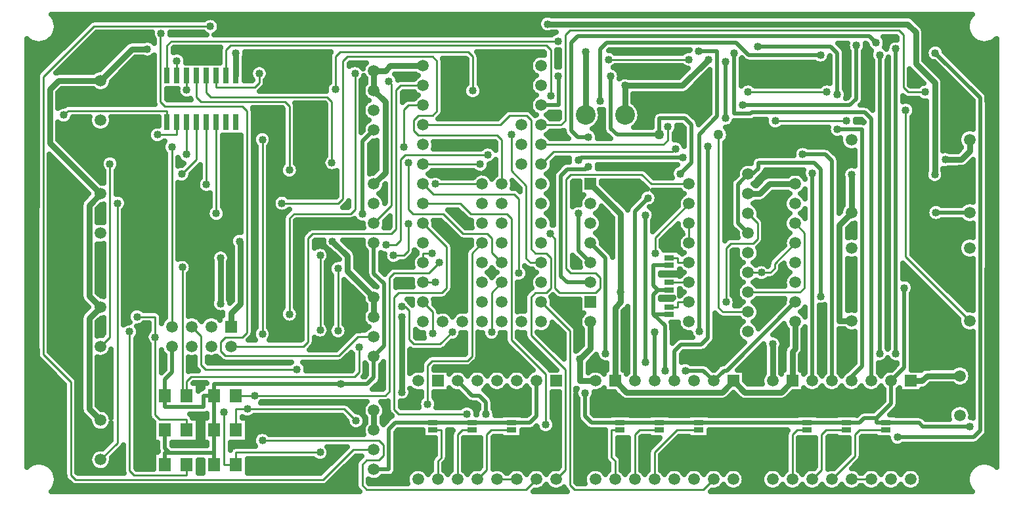
<source format=gbr>
G04 DipTrace 3.3.1.3*
G04 Bottom.gbr*
%MOIN*%
G04 #@! TF.FileFunction,Copper,L2,Bot*
G04 #@! TF.Part,Single*
G04 #@! TA.AperFunction,Conductor*
%ADD13C,0.01*%
%ADD14C,0.03*%
%ADD15C,0.02*%
G04 #@! TA.AperFunction,CopperBalancing*
%ADD16C,0.025*%
G04 #@! TA.AperFunction,ComponentPad*
%ADD17C,0.059055*%
%ADD18R,0.031496X0.07874*%
G04 #@! TA.AperFunction,ComponentPad*
%ADD19R,0.059055X0.059055*%
%ADD20C,0.059055*%
%ADD22R,0.05X0.025*%
%ADD24R,0.062992X0.070866*%
G04 #@! TA.AperFunction,ComponentPad*
%ADD25C,0.0591*%
%ADD26C,0.059*%
%ADD27C,0.05*%
%ADD28C,0.05*%
%ADD29R,0.0591X0.0591*%
%ADD30C,0.0591*%
%ADD31C,0.1*%
G04 #@! TA.AperFunction,ViaPad*
%ADD32C,0.04*%
%FSLAX26Y26*%
G04*
G70*
G90*
G75*
G01*
G04 Bottom*
%LPD*%
X619708Y2343700D2*
D13*
X642236Y2366228D1*
X1143700D1*
Y2307480D1*
X1094952Y2243700D2*
X1193700D1*
Y2307480D1*
X1243700Y2143700D2*
Y2307480D1*
X1218739Y2043700D2*
X1293700Y2118661D1*
Y2307480D1*
X1343700Y1991228D2*
Y2307480D1*
X4618700Y2041700D2*
D14*
Y1848700D1*
X3318700Y993700D2*
X3240700D1*
Y1104172D1*
X3268700Y2664704D2*
Y2343700D1*
X5041700Y2041700D2*
Y2508700D1*
X4945704Y2604696D1*
Y2763704D1*
X4902704Y2806704D1*
X3076235D1*
X1415704Y1618228D2*
Y1386082D1*
X4218700Y993700D2*
Y1181204D1*
X4618700Y1848700D2*
X4556700Y1786700D1*
Y1298700D1*
X4618700D1*
X3240700Y1104172D2*
X3293700Y1157172D1*
Y1293700D1*
X1393700Y1843700D2*
D13*
Y2307480D1*
X1468700Y1168700D2*
X1837161D1*
X1860161Y1191700D1*
Y1718228D1*
X1883161Y1741228D1*
X2284228D1*
X2307228Y1764228D1*
Y2470700D1*
X2330228Y2493700D1*
X2443700D1*
X1803409Y1053133D2*
X1339251D1*
X1316251Y1076133D1*
Y1221149D1*
X1268700Y1268700D1*
X2193700Y1318700D2*
D14*
Y1418700D1*
X806200Y793700D2*
X748672Y851228D1*
Y1311172D1*
X806200Y1368700D1*
X4332700Y1293700D2*
Y1157149D1*
X4318700Y1143149D1*
Y993700D1*
X4332700Y1993700D2*
X4201200D1*
X4151200Y1943700D1*
X4093700D1*
X2443700Y2593700D2*
X2276228D1*
X2251228Y2568700D1*
X2193700D1*
X4918700Y993700D2*
X4976228D1*
X5001228Y1018700D1*
X5168700D1*
X1511700Y1703228D2*
D3*
X3468700Y2343700D2*
Y2493700D1*
X2335228Y936172D2*
Y1318700D1*
X5218700Y2218700D2*
Y2161172D1*
X5175700Y2118172D1*
X5095228D1*
X1493700Y2659074D2*
Y2543700D1*
X2193700Y843700D2*
Y743700D1*
Y1418700D2*
X2060157Y1552243D1*
Y1627184D1*
X1984113Y1703228D1*
X806200Y2518700D2*
X966582Y2679082D1*
X1043700D1*
X806200Y1943700D2*
X548708Y2201192D1*
Y2475700D1*
X591708Y2518700D1*
X806200D1*
Y1368700D2*
X748672Y1426228D1*
Y1886172D1*
X806200Y1943700D1*
X3447228Y1446700D2*
Y1840172D1*
X3293700Y1993700D1*
X3418700Y993700D2*
Y1365172D1*
X3447228Y1393700D1*
Y1446700D1*
X4018700Y993700D2*
X3961172Y936172D1*
X3476228D1*
X3418700Y993700D1*
X4318700D2*
X4261172Y936172D1*
X4076228D1*
X4018700Y993700D1*
X2193700Y2468700D2*
X2251228Y2411172D1*
Y2051228D1*
X2193700Y1993700D1*
Y2568700D2*
Y2468700D1*
X1511700Y1703228D2*
X1516700Y1698228D1*
Y1386086D1*
X1468700Y1338086D1*
Y1268700D1*
X3468700Y2493700D2*
X3760696D1*
X3893700Y2626704D1*
X4993700Y2460700D2*
D13*
X4904700D1*
X4881700Y2483700D1*
Y2750704D1*
X4858700Y2773704D1*
X3190231D1*
X3167231Y2750704D1*
Y2316700D1*
X3144231Y2293700D1*
X3043700D1*
X4231700Y2314228D2*
X4593700D1*
X3686700Y2284716D2*
Y2216700D1*
X3663700Y2193700D1*
X3043700D1*
X3724700Y2172200D2*
X3709700Y2157200D1*
X3107200D1*
X3043700Y2093700D1*
X3981700Y1393700D2*
Y1668200D1*
X4004700Y1691200D1*
X4118200D1*
X4141200Y1714200D1*
Y1796200D1*
X4093700Y1843700D1*
X2506228Y1493700D2*
X2443700D1*
X2256228Y1684180D2*
X2307228D1*
X2330228Y1707180D1*
Y2118228D1*
X2353228Y2141228D1*
X2771653D1*
X2506228Y1993700D2*
X2743700D1*
X854200Y2096700D2*
Y1216700D1*
X806200Y1168700D1*
X1727409Y1896176D2*
X2014145D1*
X2037145Y1919176D1*
Y2618228D1*
X2060145Y2641228D1*
X2491228D1*
X2514228Y2618228D1*
Y2364228D1*
X2491228Y2341228D1*
X2419172D1*
X2396172Y2318228D1*
Y2264228D1*
X2419172Y2241228D1*
X2820700D1*
X2843700Y2218228D1*
Y1993700D1*
X892200Y1896176D2*
Y679700D1*
X806200Y593700D1*
X2443700Y2293700D2*
X2835121D1*
X2882649Y2341228D1*
X2968228D1*
X2991228Y2318228D1*
Y1664228D1*
X3014228Y1641228D1*
X3068228D1*
X3091228Y1618228D1*
Y1464228D1*
X3068228Y1441228D1*
X3014228D1*
X2991228Y1418228D1*
Y1226231D1*
X3166228Y1051231D1*
Y541228D1*
X3118700Y493700D1*
X1627708Y1231893D2*
Y2219700D1*
Y691228D2*
X2218228D1*
X2241228Y668228D1*
Y614228D1*
X2218228Y591228D1*
X2157487D1*
X2134487Y568228D1*
Y464700D1*
X2157487Y441700D1*
X2966700D1*
X3018700Y493700D1*
X3087917Y1741228D2*
X3114228Y1714917D1*
Y1464228D1*
X3137228Y1441228D1*
X3318228D1*
X3341228Y1464228D1*
Y1518228D1*
X3318228Y1541228D1*
X3193228D1*
X3170228Y1564228D1*
Y2018228D1*
X3193228Y2041228D1*
X3553952D1*
X3601480Y1993700D1*
X3793700D1*
X2734172Y2093700D2*
X2443700D1*
X2929228Y1541228D2*
Y1918228D1*
X2906228Y1941228D1*
X2496172D1*
X2443700Y1993700D1*
X3622700Y1641228D2*
Y1722700D1*
X3793700Y1893700D1*
X3066228Y771208D2*
Y1028231D1*
X2891228Y1203231D1*
Y1818228D1*
X2868228Y1841228D1*
X2685463D1*
X2632991Y1893700D1*
X2443700D1*
X2666231Y826704D2*
X2320228D1*
X2297228Y849704D1*
Y1418228D1*
X2320228Y1441228D1*
X2540397D1*
X2563397Y1464228D1*
Y1674003D1*
X2443700Y1793700D1*
X2012157Y1248617D2*
Y1564228D1*
X3043700Y1393700D2*
X3189228Y1248172D1*
Y464700D1*
X3212228Y441700D1*
X3866700D1*
X3918700Y493700D1*
X2918700D2*
X2818700D1*
X3793700Y1793700D2*
Y1693700D1*
X4718700Y493700D2*
X4618700D1*
X4843700Y1132235D2*
D15*
Y2680204D1*
X4851700Y708204D2*
X5238228D1*
X5271228Y741204D1*
Y2432176D1*
X5043700Y2659704D1*
X2761700Y824204D2*
Y886440D1*
X2728700Y919440D1*
X2692960D1*
X2618700Y993700D1*
X3341700Y2416700D2*
Y2679704D1*
X3374700Y2712704D1*
X4034200D1*
X4097200Y2649704D1*
X4461700D1*
X4761700Y1132231D2*
Y2649704D1*
X3369228Y1132231D2*
Y1618172D1*
X3293700Y1693700D1*
X4065700Y2393550D2*
X4610700D1*
X4643700Y2426550D1*
Y2697704D1*
X3231176Y2115716D2*
D3*
Y1843700D2*
Y1656224D1*
X3293700Y1593700D1*
X3231176Y2115716D2*
X3244660Y2129200D1*
X3762700D1*
X3284176Y2231700D2*
X3228231D1*
X3195231Y2264700D1*
Y2712704D1*
X3228231Y2745704D1*
X4708696D1*
X4743700Y2710700D1*
X3284176Y2082716D2*
X3270688Y2069228D1*
X3175228D1*
X3142228Y2036228D1*
Y1526700D1*
X3175228Y1493700D1*
X3293700D1*
X4022700Y2659704D2*
Y2350550D1*
X4105361D1*
X4112039Y2357228D1*
X4685700D1*
X4718700Y2324228D1*
Y993700D1*
X4546700Y2448625D2*
Y2659704D1*
X4513700Y2692704D1*
X4143700D1*
X4546700Y2271228D2*
X4671228D1*
Y1069228D1*
X4618700Y1016700D1*
Y993700D1*
X4370704Y2144161D2*
X4485700D1*
X4518700Y2111161D1*
Y993700D1*
X4418700Y2049932D2*
Y993700D1*
X3571228Y1089231D2*
Y1836700D1*
X3889228Y2185704D2*
Y1211228D1*
X3856228Y1178228D1*
X3751700D1*
X3718700Y1145228D1*
Y993700D1*
X3846228Y1245357D2*
Y2246464D1*
X3936700Y2336936D1*
Y2669704D1*
X3843700D1*
X3618700Y1241228D2*
Y993700D1*
X3979700Y2327716D2*
Y2616704D1*
X3584700Y1922700D2*
X3518700Y1856700D1*
Y993700D1*
X3693700Y1581199D2*
X3614239D1*
Y1479199D1*
X3637239Y1456199D1*
X3614239Y1433199D1*
Y1331199D1*
X3671228Y1274210D1*
Y1046231D1*
X3266176Y933204D2*
Y814204D1*
X3299179Y781201D1*
X3443700D1*
X1133464Y743700D2*
Y650133D1*
X1156464Y627133D1*
X1383464D1*
Y743700D1*
X3774483Y1046231D2*
X3866169D1*
X3918700Y993700D1*
X3018700D2*
Y814202D1*
X2985699Y781201D1*
X2893700D1*
X1168700Y1168700D2*
Y1037090D1*
X1133464Y1001854D1*
Y918700D1*
X2136145Y1841810D2*
Y2211145D1*
X2193700Y2268700D1*
X4461700Y1423251D2*
Y2068161D1*
X4428700Y2101161D1*
X4146200D1*
Y2073200D1*
X4116700Y2043700D1*
X4093700D1*
X4593700Y781201D2*
X4659727D1*
X4682728Y804202D1*
X4745700D1*
X4818700Y877202D1*
Y993700D1*
X3749483Y2046228D2*
X3805700Y2102445D1*
Y2294716D1*
X3772700Y2327716D1*
X3643700D1*
Y2243700D1*
X3129231Y2541700D2*
D3*
X1383464Y627133D2*
Y568700D1*
X3637239Y1456199D2*
X3693700D1*
X5047228Y1848700D2*
X5218700D1*
X3614239Y1331199D2*
X3693700D1*
X1156464Y627133D2*
X1133464D1*
Y568700D1*
X4818700Y993700D2*
X4886700Y1061700D1*
Y1466251D1*
X4745700Y804202D2*
Y781201D1*
X4793700D1*
X4393700D2*
X4593700D1*
X3843700D2*
X4280704D1*
X4393700D1*
X3643700D2*
X3762700D1*
X3843700D1*
X3443700D2*
X3562700D1*
X3643700D1*
X2193700Y1118700D2*
X2246228Y1171228D1*
Y1486967D1*
X2193700Y1539495D1*
Y1693700D1*
X2027153Y977133D2*
X2160700D1*
X2193700Y1010133D1*
Y1118700D1*
X1383464Y918700D2*
Y977133D1*
X2027153D1*
X1383464Y743700D2*
Y918700D1*
X3918700Y993700D2*
X3971231Y1046231D1*
X3985231D1*
X4332700Y1393700D1*
X2493700Y781201D2*
X2302229D1*
X2269228Y748200D1*
Y543700D1*
X2193700D1*
X2693700Y781201D2*
X2493700D1*
X2893700D2*
X2693700D1*
X1133464Y918700D2*
Y860267D1*
X1328968D1*
Y918700D1*
X1383464D1*
X4093700Y2043700D2*
X4041196Y1991196D1*
Y1796204D1*
X4093700Y1743700D1*
Y2043700D2*
D3*
X4793700Y781201D2*
X4961691D1*
X4980759Y762133D1*
X5218700D1*
X3643700Y2243700D2*
X3427700D1*
X3394700Y2276700D1*
Y2541700D1*
X3129231D2*
X3134228Y2536703D1*
Y2393700D1*
X3043700D1*
X3843700Y743700D2*
D13*
X3731109D1*
X3618700Y631291D1*
Y493700D1*
X3643700Y743700D2*
X3541700D1*
X3518700Y720700D1*
Y493700D1*
X3443700Y743700D2*
X3400700D1*
Y605397D1*
X3418700Y587397D1*
Y493700D1*
X4393700Y743700D2*
X4341700D1*
X4318700Y720700D1*
Y493700D1*
X4593700Y743700D2*
X4489228D1*
X4466228Y720700D1*
Y541228D1*
X4418700Y493700D1*
X4793700Y743700D2*
X4659700D1*
X4636700Y720700D1*
Y611700D1*
X4518700Y493700D1*
X3693700Y1368700D2*
X3736700D1*
Y1393700D1*
X3793700D1*
X3693700Y1493700D2*
X3793700D1*
X3693700Y1618700D2*
X3736700D1*
Y1593700D1*
X3793700D1*
X2493700Y743700D2*
X2536700D1*
Y604791D1*
X2518700Y586791D1*
Y493700D1*
X2693700Y743700D2*
X2641700D1*
X2618700Y720700D1*
Y493700D1*
X2893700Y743700D2*
X2789228D1*
X2766228Y720700D1*
Y541228D1*
X2718700Y493700D1*
X1243700Y918700D2*
Y992133D1*
X1266700Y1015133D1*
X2095113D1*
X2118113Y1038133D1*
Y1166228D1*
X1243700Y918700D2*
D3*
X1221149Y1570228D2*
Y918700D1*
X1243700D1*
X991149Y1319204D2*
X1083968D1*
Y1216251D1*
Y820133D1*
X1106968Y797133D1*
X1243700D1*
Y743700D1*
X953153Y1243700D2*
Y538267D1*
X976153Y515267D1*
X1243700D1*
Y568700D1*
X2525397Y1593700D2*
X2472925Y1541228D1*
X2297228D1*
X2274228Y1518228D1*
Y941700D1*
X2251228Y918700D1*
X1589700D1*
X1493700D1*
X2103153Y791228D2*
X2044114Y850267D1*
X1551700D1*
X2466228Y876440D2*
Y1073129D1*
X2489228Y1096129D1*
X2668228D1*
X2691228Y1119129D1*
Y1641228D1*
X2743700Y1693700D1*
X1551700Y850267D2*
X1493700D1*
Y743700D1*
X1921161Y630228D2*
X1493700D1*
Y568700D1*
X2293708Y1631180D2*
X2345228D1*
X2368228Y1654180D1*
Y1791228D1*
X1921161Y1252306D2*
Y1631180D1*
X1493700Y568700D2*
X1432960D1*
Y833771D1*
X4893700Y2368704D2*
Y1623700D1*
X5218700Y1298700D1*
X4093700Y2460700D2*
X4493700D1*
X3129231Y2720074D2*
X1166700D1*
X1143700Y2697074D1*
Y2543700D1*
X1193700Y2618231D2*
Y2543700D1*
X2891228Y2243700D2*
Y2061175D1*
X2967231Y1985172D1*
Y1616700D1*
X2990231Y1593700D1*
X3043700D1*
X1243700Y2471330D2*
Y2543700D1*
X2696172Y2467464D2*
Y2641228D1*
X2673172Y2664228D1*
X2022145D1*
X1999145Y2641228D1*
Y2475964D1*
X1765409Y2064228D2*
Y2389228D1*
X1742409Y2412228D1*
X1316700D1*
X1293700Y2435228D1*
Y2543700D1*
X1343700D2*
Y2458228D1*
X1366700Y2435228D1*
X1957617D1*
X1980617Y2412228D1*
Y2102228D1*
X2368228D2*
Y1864228D1*
X2391228Y1841228D1*
X2546176D1*
X2646176Y1741228D1*
X2768228D1*
X2791228Y1718228D1*
Y1646172D1*
X2843700Y1593700D1*
X1393700Y2543700D2*
Y2486330D1*
X1589078D1*
X1612078Y2509330D1*
Y2554700D1*
X2098145D2*
Y1866456D1*
X2075143Y1843454D1*
X1788409D1*
X1765409Y1820454D1*
Y1333082D1*
X2591228Y1241228D2*
X2530672Y1180672D1*
X2396228D1*
X2373228Y1203672D1*
Y1351700D1*
X2353228Y1371700D1*
X2335228D1*
X2791228Y1241228D2*
Y1441228D1*
X2843700Y1493700D1*
X2335228Y1371700D2*
D3*
X4093700Y1343700D2*
X3966700D1*
X3943700Y1366700D1*
Y2243700D1*
X2491228Y1234078D2*
Y1346172D1*
X2443700Y1393700D1*
X4332700Y1693700D2*
X4229036Y1590036D1*
Y1566700D1*
X4206036Y1543700D1*
X4161200D1*
X4093700D1*
Y1443700D2*
X4357251D1*
X4380251Y1466700D1*
Y1746149D1*
X4332700Y1793700D1*
X3091228Y2441810D2*
Y2674074D1*
X3068228Y2697074D1*
X1466700D1*
X1443700Y2674074D1*
Y2543700D1*
X2345228Y2181700D2*
Y2370700D1*
X2368228Y2393700D1*
X2443700D1*
X1168700Y2181700D2*
Y1268700D1*
X2487917Y1641228D2*
X2443700D1*
Y1593700D1*
X3384700Y2626704D2*
X3793700D1*
X2269228Y2516700D2*
X2284228Y2501700D1*
Y1884228D1*
X2193700Y1793700D1*
X1114200Y2758074D2*
X1109952Y2753826D1*
Y2412228D1*
X1132952Y2389228D1*
X1526700D1*
X1549700Y2366228D1*
Y1239251D1*
X1526700Y1216251D1*
X1439251D1*
X1416251Y1193251D1*
Y1144149D1*
X1439251Y1121149D1*
X2016381D1*
X2113932Y1218700D1*
X2193700D1*
X1364200Y2793700D2*
X1361826Y2796074D1*
X771818D1*
X515708Y2539964D1*
Y1127381D1*
X655638Y987451D1*
Y515270D1*
X678641Y492267D1*
X1937054D1*
X2088487Y643700D1*
X2193700D1*
D32*
X619708Y2343700D3*
X1094952Y2243700D3*
X1243700Y2143700D3*
X1218739Y2043700D3*
X1343700Y1991228D3*
X3240700Y1104172D3*
X3268700Y2664704D3*
X3076235Y2806704D3*
X5041700Y2041700D3*
X4618700D3*
X1415704Y1386082D3*
Y1618228D3*
X4218700Y1181204D3*
X1393700Y1843700D3*
X1803409Y1053133D3*
X3447228Y1446700D3*
X2335228Y1318700D3*
X3893700Y2626704D3*
X1984113Y1703228D3*
X1511700D3*
X5095228Y2118172D3*
X2335228Y936172D3*
X1043700Y2679082D3*
X3468700Y2493700D3*
X1493700Y2659074D3*
X4993700Y2460700D3*
X4593700Y2314228D3*
X4231700D3*
X3686700Y2284716D3*
X3724700Y2172200D3*
X3981700Y1393700D3*
X2506228Y1493700D3*
X2771653Y2141228D3*
X2256228Y1684180D3*
X2506228Y1993700D3*
X854200Y2096700D3*
X1727409Y1896176D3*
X892200D3*
X1627708Y2219700D3*
Y1231893D3*
Y691228D3*
X3087917Y1741228D3*
X2734172Y2093700D3*
X2929228Y1541228D3*
X3622700Y1641228D3*
X3066228Y771208D3*
X2666231Y826704D3*
X2012157Y1564228D3*
Y1248617D3*
X4843700Y2680204D3*
Y1132235D3*
X5043700Y2659704D3*
X4851700Y708204D3*
X2761700Y824204D3*
X4461700Y2649704D3*
X3341700Y2416700D3*
X4761700Y2649704D3*
Y1132231D3*
X3369228D3*
X4643700Y2697704D3*
X4065700Y2393550D3*
X3762700Y2129200D3*
X3231176Y2115716D3*
Y1843700D3*
X4743700Y2710700D3*
X3284176Y2231700D3*
Y2082716D3*
X4022700Y2659704D3*
X4143700Y2692704D3*
X4546700Y2448625D3*
Y2271228D3*
X4370704Y2144161D3*
X4418700Y2049932D3*
X3571228Y1836700D3*
Y1089231D3*
X3889228Y2185704D3*
X3843700Y2669704D3*
X3846228Y1245357D3*
X3618700Y1241228D3*
X3979700Y2616704D3*
Y2327716D3*
X3584700Y1922700D3*
X2136145Y1841810D3*
X3394700Y2541700D3*
X3129231D3*
X3749483Y2046228D3*
X3266176Y933204D3*
X5047228Y1848700D3*
X3671228Y1046231D3*
X3774483D3*
X5218700Y762133D3*
X4886700Y1466251D3*
X2027153Y977133D3*
X4461700Y1423251D3*
X2118113Y1166228D3*
X1221149Y1570228D3*
X1083968Y1216251D3*
X991149Y1319204D3*
X953153Y1243700D3*
X1589700Y918700D3*
X2525397Y1593700D3*
X1551700Y850267D3*
X2466228Y876440D3*
X2103153Y791228D3*
X1432960Y833771D3*
X2368228Y1791228D3*
X2293708Y1631180D3*
X1921161D3*
Y1252306D3*
Y630228D3*
X4893700Y2368704D3*
X4493700Y2460700D3*
X4093700D3*
X3129231Y2720074D3*
X1193700Y2618231D3*
X2891228Y2243700D3*
X1243700Y2471330D3*
X1999145Y2475964D3*
X2696172Y2467464D3*
X1765409Y2064228D3*
X1980617Y2102228D3*
X2368228D3*
X1612078Y2554700D3*
X2098145D3*
X1765409Y1333082D3*
X2335228Y1371700D3*
X2591228Y1241228D3*
X2791228D3*
X2491228Y1234078D3*
X4161200Y1543700D3*
X3091228Y2441810D3*
X2345228Y2181700D3*
X1168700D3*
X2487917Y1641228D3*
X3793700Y2626704D3*
X3384700D3*
X2269228Y2516700D3*
X1114200Y2758074D3*
X1364200Y2793700D3*
X575815Y2830331D2*
D16*
X1333066D1*
X1395338D2*
X3033690D1*
X4940265D2*
X5211609D1*
X583027Y2805462D2*
X734159D1*
X1411701D2*
X3027267D1*
X4965132D2*
X5204360D1*
X582848Y2780594D2*
X709292D1*
X1411306D2*
X3035269D1*
X4986125D2*
X5204540D1*
X575169Y2755725D2*
X684424D1*
X778524D2*
X1065263D1*
X1163131D2*
X1334861D1*
X1393543D2*
X3096882D1*
X4989713D2*
X5212219D1*
X557262Y2730856D2*
X659556D1*
X753657D2*
X1073983D1*
X4788116D2*
X4847707D1*
X4989713D2*
X5230125D1*
X434718Y2705987D2*
X634688D1*
X728789D2*
X932312D1*
X4554545D2*
X4595441D1*
X4792458D2*
X4802493D1*
X4989713D2*
X5036709D1*
X5050690D2*
X5352705D1*
X434718Y2681119D2*
X609821D1*
X703921D2*
X907444D1*
X1177700D2*
X1410504D1*
X4578767D2*
X4597774D1*
X4689649D2*
X4705319D1*
X4989713D2*
X4999928D1*
X5087462D2*
X5352705D1*
X434718Y2656250D2*
X584953D1*
X679053D2*
X882576D1*
X1222986D2*
X1409715D1*
X1542606D2*
X1968970D1*
X2726354D2*
X3057230D1*
X3125242D2*
X3133233D1*
X4585693D2*
X4604699D1*
X4682688D2*
X4713177D1*
X5101277D2*
X5352705D1*
X434718Y2631381D2*
X560085D1*
X654186D2*
X857709D1*
X980086D2*
X1075956D1*
X1240784D2*
X1409715D1*
X1537690D2*
X1965130D1*
X2545354D2*
X2658987D1*
X2730158D2*
X2999743D1*
X3125242D2*
X3133233D1*
X4585693D2*
X4604699D1*
X4682688D2*
X4716479D1*
X4989713D2*
X5004306D1*
X5126145D2*
X5352705D1*
X434718Y2606512D2*
X535217D1*
X629318D2*
X832805D1*
X955218D2*
X1075956D1*
X1538444D2*
X1965130D1*
X2072472D2*
X2149862D1*
X2548225D2*
X2662181D1*
X2730158D2*
X2986646D1*
X3125242D2*
X3133233D1*
X4061712D2*
X4441965D1*
X4481413D2*
X4507705D1*
X4585693D2*
X4604699D1*
X4682688D2*
X4722687D1*
X5005071D2*
X5042774D1*
X5151012D2*
X5352705D1*
X434718Y2581644D2*
X510350D1*
X604450D2*
X807937D1*
X930350D2*
X1075956D1*
X1538444D2*
X1571696D1*
X1652484D2*
X1965130D1*
X2548225D2*
X2662181D1*
X2730158D2*
X2986502D1*
X3421000D2*
X3779722D1*
X4061712D2*
X4507705D1*
X4585693D2*
X4604699D1*
X4682688D2*
X4722687D1*
X5029939D2*
X5067641D1*
X5175880D2*
X5352705D1*
X434718Y2556775D2*
X486558D1*
X905483D2*
X1075956D1*
X1538444D2*
X1563120D1*
X1661024D2*
X1965130D1*
X2548225D2*
X2662181D1*
X2730158D2*
X2999062D1*
X3441203D2*
X3762569D1*
X3884947D2*
X3897709D1*
X4061712D2*
X4507705D1*
X4585693D2*
X4604699D1*
X4682688D2*
X4722687D1*
X4915684D2*
X4932430D1*
X5054807D2*
X5092509D1*
X5200748D2*
X5352705D1*
X434718Y2531906D2*
X481714D1*
X880579D2*
X1075956D1*
X1538444D2*
X1569041D1*
X1655103D2*
X1965130D1*
X2141190D2*
X2148965D1*
X2315659D2*
X2400226D1*
X2548225D2*
X2662181D1*
X2730158D2*
X3000210D1*
X3860079D2*
X3897709D1*
X4061712D2*
X4507705D1*
X4585693D2*
X4604699D1*
X4682688D2*
X4722687D1*
X4915684D2*
X4957297D1*
X5078598D2*
X5117377D1*
X5225616D2*
X5352705D1*
X434718Y2507037D2*
X481714D1*
X863498D2*
X1075956D1*
X1645989D2*
X1962044D1*
X2132148D2*
X2149683D1*
X2548225D2*
X2662181D1*
X2730158D2*
X2986789D1*
X3835211D2*
X3897709D1*
X4061712D2*
X4087321D1*
X4100087D2*
X4487322D1*
X4500082D2*
X4507684D1*
X4585693D2*
X4604699D1*
X4682688D2*
X4722687D1*
X4915684D2*
X4982165D1*
X5085703D2*
X5142245D1*
X5250483D2*
X5352705D1*
X434718Y2482169D2*
X481714D1*
X851190D2*
X1075956D1*
X1631958D2*
X1950562D1*
X2548225D2*
X2649550D1*
X2742789D2*
X2986359D1*
X3810343D2*
X3897709D1*
X4585693D2*
X4604699D1*
X4682688D2*
X4722687D1*
X5085703D2*
X5167112D1*
X5275351D2*
X5352705D1*
X434718Y2457300D2*
X481714D1*
X592716D2*
X1075956D1*
X1143969D2*
X1196850D1*
X2341245D2*
X2398611D1*
X2548225D2*
X2648294D1*
X2744045D2*
X2998595D1*
X3783143D2*
X3897709D1*
X4594879D2*
X4604699D1*
X4682688D2*
X4722687D1*
X5085703D2*
X5191980D1*
X5300219D2*
X5352705D1*
X434718Y2432431D2*
X481714D1*
X592716D2*
X1075956D1*
X1143969D2*
X1215725D1*
X2132148D2*
X2148499D1*
X2341245D2*
X2400729D1*
X2548225D2*
X2663078D1*
X2729260D2*
X3000712D1*
X3512684D2*
X3897709D1*
X4682688D2*
X4722687D1*
X5085703D2*
X5216848D1*
X5310231D2*
X5352705D1*
X434718Y2407562D2*
X481714D1*
X592716D2*
X1076315D1*
X2132148D2*
X2150831D1*
X2548225D2*
X2986897D1*
X3513330D2*
X3897709D1*
X4677377D2*
X4722687D1*
X4921748D2*
X4997703D1*
X5085703D2*
X5232242D1*
X5310231D2*
X5352705D1*
X434718Y2382693D2*
X481714D1*
X1799394D2*
X1946614D1*
X2548225D2*
X2986251D1*
X3537013D2*
X3897709D1*
X4714338D2*
X4722687D1*
X4940552D2*
X4997703D1*
X5085703D2*
X5232242D1*
X5310231D2*
X5352705D1*
X434718Y2357825D2*
X481714D1*
X1583694D2*
X1731417D1*
X1799394D2*
X1946614D1*
X2547579D2*
X2852188D1*
X3346397D2*
X3355714D1*
X3546379D2*
X3620576D1*
X3795846D2*
X3897709D1*
X4941413D2*
X4997703D1*
X5085703D2*
X5232242D1*
X5310231D2*
X5352705D1*
X434718Y2332956D2*
X481714D1*
X667463D2*
X749518D1*
X862888D2*
X1098958D1*
X1583694D2*
X1731417D1*
X1799394D2*
X1946614D1*
X2132148D2*
X2148068D1*
X2529996D2*
X2827320D1*
X3086165D2*
X3133233D1*
X3346935D2*
X3355700D1*
X3546953D2*
X3605074D1*
X3821575D2*
X3878619D1*
X4927705D2*
X4997703D1*
X5085703D2*
X5232242D1*
X5310231D2*
X5352705D1*
X434718Y2308087D2*
X481714D1*
X652104D2*
X748692D1*
X863713D2*
X1098958D1*
X1583694D2*
X1731417D1*
X1799394D2*
X1946614D1*
X2132148D2*
X2151369D1*
X3338897D2*
X3355714D1*
X3538915D2*
X3604715D1*
X3842173D2*
X3853715D1*
X4024357D2*
X4183096D1*
X4642282D2*
X4679697D1*
X4927705D2*
X4997703D1*
X5085703D2*
X5232242D1*
X5310231D2*
X5352705D1*
X434718Y2283218D2*
X481714D1*
X592716D2*
X760355D1*
X852051D2*
X1067954D1*
X1583694D2*
X1731417D1*
X1799394D2*
X1946614D1*
X3318048D2*
X3355714D1*
X3518031D2*
X3604715D1*
X3735668D2*
X3763072D1*
X3995685D2*
X4194543D1*
X4927705D2*
X4997703D1*
X5085703D2*
X5232242D1*
X5310231D2*
X5352705D1*
X434718Y2258350D2*
X481714D1*
X592716D2*
X1048325D1*
X1583694D2*
X1599363D1*
X1656072D2*
X1731417D1*
X1799394D2*
X1946614D1*
X3089681D2*
X3156773D1*
X3324794D2*
X3360631D1*
X3727487D2*
X3766696D1*
X3995577D2*
X4499523D1*
X4927705D2*
X4997703D1*
X5085703D2*
X5176622D1*
X5310231D2*
X5352705D1*
X434718Y2233481D2*
X481714D1*
X592716D2*
X1047105D1*
X1427705D2*
X1515717D1*
X1674624D2*
X1731417D1*
X1799394D2*
X1946614D1*
X3085662D2*
X3172346D1*
X3333155D2*
X3383812D1*
X3720705D2*
X3766696D1*
X3996690D2*
X4517034D1*
X4927705D2*
X4997703D1*
X5085703D2*
X5162160D1*
X5310231D2*
X5352705D1*
X434718Y2208612D2*
X481714D1*
X602476D2*
X1061926D1*
X1427705D2*
X1515717D1*
X1675378D2*
X1731417D1*
X1799394D2*
X1946614D1*
X2187732D2*
X2207241D1*
X2500212D2*
X2806256D1*
X3756122D2*
X3766696D1*
X3983915D2*
X4561100D1*
X4927705D2*
X4997703D1*
X5085703D2*
X5161084D1*
X5310231D2*
X5352705D1*
X434718Y2183743D2*
X481714D1*
X627344D2*
X1119735D1*
X1427705D2*
X1515717D1*
X1583694D2*
X1593709D1*
X1661706D2*
X1731417D1*
X1799394D2*
X1946614D1*
X2175137D2*
X2207241D1*
X2501324D2*
X2750312D1*
X2792991D2*
X2809701D1*
X3977707D2*
X4343786D1*
X4397624D2*
X4572404D1*
X4927705D2*
X4997703D1*
X5085703D2*
X5172423D1*
X5310231D2*
X5352705D1*
X434718Y2158875D2*
X481714D1*
X652212D2*
X1125692D1*
X1427705D2*
X1515717D1*
X1583694D2*
X1593709D1*
X1661706D2*
X1731417D1*
X1799394D2*
X1946614D1*
X2175137D2*
X2207241D1*
X3977707D2*
X4324085D1*
X4525120D2*
X4632223D1*
X4927705D2*
X4997703D1*
X5310231D2*
X5352705D1*
X434718Y2134006D2*
X481714D1*
X677080D2*
X823942D1*
X884454D2*
X1134699D1*
X1427705D2*
X1515717D1*
X1583694D2*
X1593709D1*
X1661706D2*
X1731417D1*
X1799394D2*
X1944174D1*
X2175137D2*
X2207241D1*
X3977707D2*
X4127763D1*
X4549665D2*
X4632223D1*
X4927705D2*
X4997703D1*
X5310231D2*
X5352705D1*
X434718Y2109137D2*
X481714D1*
X549691D2*
X579570D1*
X701947D2*
X806897D1*
X901499D2*
X1134699D1*
X1427705D2*
X1515717D1*
X1583694D2*
X1593709D1*
X1661706D2*
X1731417D1*
X1799394D2*
X1932117D1*
X2175137D2*
X2207241D1*
X3106188D2*
X3182645D1*
X3977707D2*
X4108098D1*
X4557703D2*
X4632223D1*
X4927705D2*
X4997703D1*
X5310231D2*
X5352705D1*
X434718Y2084268D2*
X481714D1*
X549691D2*
X604438D1*
X726815D2*
X806897D1*
X901499D2*
X1134699D1*
X1427705D2*
X1515717D1*
X1583694D2*
X1593709D1*
X1661706D2*
X1720939D1*
X1809872D2*
X1935239D1*
X2175137D2*
X2207241D1*
X2782190D2*
X2809701D1*
X3101415D2*
X3136139D1*
X3333155D2*
X3720226D1*
X3977707D2*
X4052585D1*
X4557703D2*
X4597487D1*
X4927705D2*
X4997703D1*
X5202147D2*
X5232242D1*
X5310231D2*
X5352705D1*
X434718Y2059400D2*
X481714D1*
X549691D2*
X629306D1*
X751683D2*
X820210D1*
X888186D2*
X1134699D1*
X1281477D2*
X1309706D1*
X1427705D2*
X1515717D1*
X1583694D2*
X1593709D1*
X1661706D2*
X1716668D1*
X1814142D2*
X1959999D1*
X2175137D2*
X2198198D1*
X2490487D2*
X2700290D1*
X2768051D2*
X2809701D1*
X3090507D2*
X3111523D1*
X3582838D2*
X3702392D1*
X3977707D2*
X4037442D1*
X4182498D2*
X4370663D1*
X4557703D2*
X4573193D1*
X4927705D2*
X4996196D1*
X5087210D2*
X5232242D1*
X5310231D2*
X5352705D1*
X434718Y2034531D2*
X481714D1*
X549691D2*
X654174D1*
X776551D2*
X820210D1*
X888186D2*
X1134699D1*
X1266836D2*
X1309706D1*
X1427705D2*
X1515717D1*
X1583694D2*
X1593709D1*
X1661706D2*
X1727111D1*
X1803700D2*
X2003132D1*
X2530964D2*
X2702838D1*
X2784558D2*
X2802847D1*
X3084550D2*
X3103233D1*
X3607705D2*
X3701961D1*
X3977707D2*
X4030409D1*
X4161650D2*
X4191278D1*
X4557703D2*
X4570251D1*
X4927705D2*
X4993253D1*
X5090153D2*
X5232242D1*
X5310231D2*
X5352705D1*
X434718Y2009662D2*
X481714D1*
X549691D2*
X679041D1*
X801418D2*
X820210D1*
X888186D2*
X1134699D1*
X1252913D2*
X1298510D1*
X1427705D2*
X1515717D1*
X1583694D2*
X1593709D1*
X1661706D2*
X2003132D1*
X3208709D2*
X3235179D1*
X3352210D2*
X3538473D1*
X3977707D2*
X4007228D1*
X4140657D2*
X4155968D1*
X4557703D2*
X4574700D1*
X4927705D2*
X5005490D1*
X5077916D2*
X5232242D1*
X5310231D2*
X5352705D1*
X434718Y1984793D2*
X481714D1*
X549691D2*
X703909D1*
X888186D2*
X1134699D1*
X1202711D2*
X1295137D1*
X1427705D2*
X1515717D1*
X1583694D2*
X1593709D1*
X1661706D2*
X2003132D1*
X2901505D2*
X2920547D1*
X3204224D2*
X3235179D1*
X3363801D2*
X3563340D1*
X3977707D2*
X4002204D1*
X4557703D2*
X4574700D1*
X4927705D2*
X5232242D1*
X5310231D2*
X5352705D1*
X434718Y1959924D2*
X481714D1*
X549691D2*
X728777D1*
X888186D2*
X1134699D1*
X1202711D2*
X1306799D1*
X1427705D2*
X1515717D1*
X1583694D2*
X1593709D1*
X1661706D2*
X2003132D1*
X2240913D2*
X2250230D1*
X3090901D2*
X3103233D1*
X3204224D2*
X3235179D1*
X3388668D2*
X3554333D1*
X3615062D2*
X3746493D1*
X3977707D2*
X4002204D1*
X4557703D2*
X4574700D1*
X4927705D2*
X5232242D1*
X5310231D2*
X5352705D1*
X434718Y1935056D2*
X481714D1*
X549691D2*
X736348D1*
X920195D2*
X1134699D1*
X1202711D2*
X1359692D1*
X1427705D2*
X1515717D1*
X1583694D2*
X1593709D1*
X1661706D2*
X1699408D1*
X1755400D2*
X2003132D1*
X2233987D2*
X2250230D1*
X3084012D2*
X3103233D1*
X3204224D2*
X3253409D1*
X3413536D2*
X3537360D1*
X3632035D2*
X3753383D1*
X3977707D2*
X4002204D1*
X4203742D2*
X4292364D1*
X4557703D2*
X4574700D1*
X4927705D2*
X5232242D1*
X5310231D2*
X5352705D1*
X434718Y1910187D2*
X481714D1*
X549691D2*
X712342D1*
X939034D2*
X1134699D1*
X1202711D2*
X1359692D1*
X1427705D2*
X1515717D1*
X1583694D2*
X1593709D1*
X1661706D2*
X1680569D1*
X3204224D2*
X3237655D1*
X3438404D2*
X3518055D1*
X3631999D2*
X3737666D1*
X3977707D2*
X4002204D1*
X4178192D2*
X4276646D1*
X4557703D2*
X4574700D1*
X4927705D2*
X5232242D1*
X5310231D2*
X5352705D1*
X434718Y1885318D2*
X481714D1*
X549691D2*
X704663D1*
X809026D2*
X820210D1*
X939931D2*
X1134699D1*
X1202711D2*
X1359692D1*
X1427705D2*
X1515717D1*
X1583694D2*
X1593709D1*
X1661706D2*
X1679708D1*
X2050332D2*
X2064135D1*
X3463271D2*
X3493187D1*
X3614846D2*
X3735800D1*
X3977707D2*
X4002204D1*
X4133660D2*
X4274780D1*
X4557703D2*
X4573803D1*
X4927705D2*
X5016076D1*
X5078383D2*
X5173787D1*
X5310231D2*
X5352705D1*
X434718Y1860449D2*
X481714D1*
X549691D2*
X704663D1*
X792663D2*
X820210D1*
X926188D2*
X1134699D1*
X1202711D2*
X1347815D1*
X1439583D2*
X1515717D1*
X1583694D2*
X1593709D1*
X1661706D2*
X1695138D1*
X2573990D2*
X2619192D1*
X3091296D2*
X3103233D1*
X3341301D2*
X3365762D1*
X3613698D2*
X3713408D1*
X3977707D2*
X4002204D1*
X4149628D2*
X4285079D1*
X4927705D2*
X4999748D1*
X5310231D2*
X5352705D1*
X434718Y1835581D2*
X481714D1*
X549691D2*
X704663D1*
X792663D2*
X820210D1*
X926188D2*
X1134699D1*
X1202711D2*
X1345411D1*
X1441987D2*
X1515717D1*
X1583694D2*
X1593709D1*
X1661706D2*
X1735292D1*
X2598857D2*
X2644059D1*
X3083401D2*
X3103233D1*
X3333407D2*
X3390630D1*
X3620229D2*
X3688540D1*
X3977707D2*
X4002204D1*
X4151602D2*
X4292938D1*
X4927705D2*
X5000107D1*
X5310231D2*
X5352705D1*
X434718Y1810712D2*
X481714D1*
X549691D2*
X704663D1*
X792663D2*
X820210D1*
X926188D2*
X1134699D1*
X1202711D2*
X1358437D1*
X1428961D2*
X1515717D1*
X1583694D2*
X1593709D1*
X1661706D2*
X1731417D1*
X1802731D2*
X2099086D1*
X2257742D2*
X2273232D1*
X2623725D2*
X2675135D1*
X3349590D2*
X3403225D1*
X3612299D2*
X3663673D1*
X3977707D2*
X4002204D1*
X4171661D2*
X4276790D1*
X4927705D2*
X5017906D1*
X5076553D2*
X5175007D1*
X5310231D2*
X5352705D1*
X434718Y1785843D2*
X481714D1*
X549691D2*
X704663D1*
X926188D2*
X1134699D1*
X1202711D2*
X1515717D1*
X1583694D2*
X1593709D1*
X1661706D2*
X1731417D1*
X1799394D2*
X2135724D1*
X2251678D2*
X2273232D1*
X2501683D2*
X2554528D1*
X2648593D2*
X2685721D1*
X3351672D2*
X3403225D1*
X3610217D2*
X3638805D1*
X3977707D2*
X4003711D1*
X4175214D2*
X4274708D1*
X4617020D2*
X4632223D1*
X4927705D2*
X5232242D1*
X5310231D2*
X5352705D1*
X434718Y1760974D2*
X481714D1*
X549691D2*
X704663D1*
X926188D2*
X1134699D1*
X1202711D2*
X1515717D1*
X1583694D2*
X1593709D1*
X1661706D2*
X1731417D1*
X1799394D2*
X1855863D1*
X2523465D2*
X2579396D1*
X3341660D2*
X3403225D1*
X3708038D2*
X3745740D1*
X3977707D2*
X4022299D1*
X4175214D2*
X4284684D1*
X4600693D2*
X4632223D1*
X4927705D2*
X5232242D1*
X5310231D2*
X5352705D1*
X434718Y1736106D2*
X481714D1*
X549691D2*
X704663D1*
X926188D2*
X1134699D1*
X1202711D2*
X1476316D1*
X1583694D2*
X1593709D1*
X1661706D2*
X1731417D1*
X1799394D2*
X1831713D1*
X2548332D2*
X2604264D1*
X3332832D2*
X3403225D1*
X3683170D2*
X3754567D1*
X3977707D2*
X4035720D1*
X4175214D2*
X4293548D1*
X4600693D2*
X4632223D1*
X4927705D2*
X5232242D1*
X5310231D2*
X5352705D1*
X434718Y1711237D2*
X481714D1*
X549691D2*
X704663D1*
X926188D2*
X1134699D1*
X1202711D2*
X1463398D1*
X1583694D2*
X1593709D1*
X1661706D2*
X1731417D1*
X1799394D2*
X1826151D1*
X2573200D2*
X2634048D1*
X3349411D2*
X3403225D1*
X3658302D2*
X3737989D1*
X4175070D2*
X4276969D1*
X4927705D2*
X5179744D1*
X5310231D2*
X5352705D1*
X434718Y1686368D2*
X481714D1*
X549691D2*
X704663D1*
X792663D2*
X820210D1*
X926188D2*
X1134699D1*
X1202711D2*
X1465874D1*
X1583694D2*
X1593709D1*
X1661706D2*
X1731417D1*
X1799394D2*
X1826151D1*
X1894164D2*
X1938289D1*
X2062173D2*
X2135652D1*
X2594874D2*
X2685649D1*
X3355152D2*
X3403225D1*
X3656687D2*
X3735656D1*
X4160429D2*
X4274637D1*
X4927705D2*
X5163022D1*
X5310231D2*
X5352705D1*
X434718Y1661499D2*
X481714D1*
X549691D2*
X704663D1*
X792663D2*
X820210D1*
X926188D2*
X1134699D1*
X1202711D2*
X1396187D1*
X1435241D2*
X1472692D1*
X1583694D2*
X1593709D1*
X1661706D2*
X1731417D1*
X1799394D2*
X1826151D1*
X2087041D2*
X2145341D1*
X2597386D2*
X2664621D1*
X3380020D2*
X3403225D1*
X3667058D2*
X3745345D1*
X4149305D2*
X4253465D1*
X4927705D2*
X5160653D1*
X5310231D2*
X5352705D1*
X434718Y1636630D2*
X481714D1*
X549691D2*
X704663D1*
X792663D2*
X820210D1*
X926188D2*
X1134699D1*
X1202711D2*
X1370494D1*
X1460898D2*
X1472692D1*
X1583694D2*
X1593709D1*
X1661706D2*
X1731417D1*
X1799394D2*
X1826151D1*
X1969843D2*
X1989532D1*
X2103081D2*
X2154707D1*
X2232695D2*
X2245027D1*
X2396901D2*
X2405214D1*
X2597386D2*
X2657229D1*
X4015709D2*
X4035648D1*
X4151745D2*
X4228597D1*
X4927813D2*
X5170270D1*
X5310231D2*
X5352705D1*
X434718Y1611762D2*
X481714D1*
X549691D2*
X704663D1*
X792663D2*
X820210D1*
X926188D2*
X1134699D1*
X1244552D2*
X1367156D1*
X1464235D2*
X1472690D1*
X1583694D2*
X1593709D1*
X1661706D2*
X1731417D1*
X1799394D2*
X1826151D1*
X1965896D2*
X2014399D1*
X2104158D2*
X2154707D1*
X2232695D2*
X2248974D1*
X2372859D2*
X2388169D1*
X2597386D2*
X2657229D1*
X3204224D2*
X3221508D1*
X4015709D2*
X4045193D1*
X4142200D2*
X4203730D1*
X4600693D2*
X4632223D1*
X4952681D2*
X5232242D1*
X5310231D2*
X5352705D1*
X434718Y1586893D2*
X481714D1*
X549691D2*
X704663D1*
X792663D2*
X820210D1*
X926188D2*
X1134699D1*
X1267052D2*
X1371714D1*
X1459714D2*
X1472692D1*
X1583694D2*
X1593709D1*
X1661706D2*
X1731417D1*
X1799394D2*
X1826151D1*
X1955167D2*
X1969042D1*
X2104158D2*
X2154707D1*
X2232695D2*
X2277036D1*
X2310384D2*
X2385585D1*
X2597386D2*
X2657229D1*
X3204224D2*
X3235574D1*
X4015709D2*
X4055564D1*
X4131830D2*
X4141470D1*
X4180919D2*
X4195046D1*
X4600693D2*
X4632223D1*
X4977548D2*
X5232242D1*
X5310231D2*
X5352705D1*
X434718Y1562024D2*
X481714D1*
X549691D2*
X704663D1*
X792663D2*
X820210D1*
X926188D2*
X1134699D1*
X1269420D2*
X1371714D1*
X1459714D2*
X1472692D1*
X1583694D2*
X1593709D1*
X1661706D2*
X1731417D1*
X1799394D2*
X1826151D1*
X1955167D2*
X1963207D1*
X2111550D2*
X2154707D1*
X2232695D2*
X2270971D1*
X2597386D2*
X2657229D1*
X2973309D2*
X2994971D1*
X4015709D2*
X4038268D1*
X4262699D2*
X4283967D1*
X4600693D2*
X4632223D1*
X4882706D2*
X4908316D1*
X5002416D2*
X5232242D1*
X5310231D2*
X5352705D1*
X434718Y1537155D2*
X481714D1*
X549691D2*
X704663D1*
X792663D2*
X820210D1*
X926188D2*
X1134699D1*
X1256322D2*
X1371714D1*
X1459714D2*
X1472692D1*
X1583694D2*
X1593709D1*
X1661706D2*
X1731417D1*
X1799394D2*
X1826151D1*
X1955167D2*
X1971841D1*
X2136418D2*
X2154778D1*
X2597386D2*
X2657229D1*
X2781580D2*
X2805825D1*
X2978046D2*
X3005844D1*
X3653242D2*
X3755823D1*
X4015709D2*
X4035576D1*
X4246551D2*
X4294804D1*
X4600693D2*
X4632223D1*
X4882706D2*
X4933183D1*
X5027284D2*
X5232242D1*
X5310231D2*
X5352705D1*
X434718Y1512287D2*
X481714D1*
X549691D2*
X704663D1*
X792663D2*
X820210D1*
X926188D2*
X1134699D1*
X1255138D2*
X1371714D1*
X1459714D2*
X1472692D1*
X1583694D2*
X1593709D1*
X1661706D2*
X1731417D1*
X1799394D2*
X1826151D1*
X1955167D2*
X1978156D1*
X2597386D2*
X2657229D1*
X2968141D2*
X2988332D1*
X4015709D2*
X4044834D1*
X4210883D2*
X4277328D1*
X4600693D2*
X4632223D1*
X4895768D2*
X4958051D1*
X5052151D2*
X5232242D1*
X5310231D2*
X5352705D1*
X434718Y1487418D2*
X481714D1*
X549691D2*
X704663D1*
X792663D2*
X820210D1*
X926188D2*
X1134699D1*
X1255138D2*
X1371714D1*
X1459714D2*
X1472692D1*
X1583694D2*
X1593709D1*
X1661706D2*
X1731417D1*
X1799394D2*
X1826151D1*
X1955167D2*
X1978156D1*
X2046169D2*
X2063776D1*
X2308231D2*
X2385514D1*
X2597386D2*
X2657229D1*
X2925224D2*
X2985533D1*
X4015709D2*
X4056210D1*
X4131184D2*
X4274493D1*
X4600693D2*
X4632223D1*
X4930612D2*
X4982919D1*
X5077019D2*
X5232242D1*
X5310231D2*
X5352705D1*
X434718Y1462549D2*
X481714D1*
X549691D2*
X704663D1*
X792663D2*
X820210D1*
X926188D2*
X1134699D1*
X1255138D2*
X1371714D1*
X1459714D2*
X1472692D1*
X1583694D2*
X1593709D1*
X1661706D2*
X1731417D1*
X1799394D2*
X1826151D1*
X1955167D2*
X1978156D1*
X2046169D2*
X2088644D1*
X2597350D2*
X2657229D1*
X2925224D2*
X2988512D1*
X4015709D2*
X4038483D1*
X4600693D2*
X4632223D1*
X4935564D2*
X5007787D1*
X5101887D2*
X5232242D1*
X5310231D2*
X5352705D1*
X434718Y1437680D2*
X481714D1*
X549691D2*
X704663D1*
X798404D2*
X820210D1*
X926188D2*
X1134699D1*
X1255138D2*
X1371714D1*
X1459714D2*
X1472692D1*
X1583694D2*
X1593709D1*
X1661706D2*
X1731417D1*
X1799394D2*
X1826151D1*
X1955167D2*
X1978156D1*
X2046169D2*
X2113547D1*
X2583894D2*
X2657229D1*
X2925224D2*
X2963967D1*
X3747690D2*
X3756505D1*
X4015709D2*
X4035540D1*
X4600693D2*
X4632223D1*
X4925875D2*
X5032654D1*
X5126755D2*
X5232242D1*
X5310231D2*
X5352705D1*
X434718Y1412812D2*
X481714D1*
X549691D2*
X706887D1*
X926188D2*
X1134699D1*
X1255138D2*
X1371714D1*
X1459714D2*
X1472692D1*
X1583694D2*
X1593709D1*
X1661706D2*
X1731417D1*
X1799394D2*
X1826151D1*
X1955167D2*
X1978156D1*
X2046169D2*
X2135473D1*
X2556478D2*
X2657229D1*
X2925224D2*
X2957221D1*
X3098868D2*
X3121140D1*
X3653242D2*
X3709174D1*
X4026581D2*
X4044476D1*
X4600693D2*
X4632223D1*
X4925696D2*
X5057558D1*
X5151622D2*
X5232242D1*
X5310231D2*
X5352705D1*
X434718Y1387943D2*
X481714D1*
X549691D2*
X725762D1*
X926188D2*
X1134699D1*
X1255138D2*
X1366726D1*
X1583694D2*
X1593709D1*
X1661706D2*
X1731417D1*
X1799394D2*
X1826151D1*
X1955167D2*
X1978156D1*
X2046169D2*
X2144372D1*
X2501934D2*
X2657229D1*
X2925224D2*
X2957221D1*
X3101918D2*
X3235179D1*
X4030349D2*
X4056856D1*
X4130538D2*
X4272807D1*
X4600693D2*
X4632223D1*
X4925696D2*
X5082426D1*
X5176490D2*
X5232242D1*
X5310231D2*
X5352705D1*
X434718Y1363074D2*
X481714D1*
X549691D2*
X739398D1*
X926188D2*
X973220D1*
X1009080D2*
X1134699D1*
X1255138D2*
X1372790D1*
X1583694D2*
X1593709D1*
X1661706D2*
X1727362D1*
X1803448D2*
X1826151D1*
X1955167D2*
X1978156D1*
X2046169D2*
X2149683D1*
X2520307D2*
X2657229D1*
X2925224D2*
X2957221D1*
X3121367D2*
X3235179D1*
X4148731D2*
X4247939D1*
X4457694D2*
X4479715D1*
X4600693D2*
X4632223D1*
X4925696D2*
X5107293D1*
X5201358D2*
X5232242D1*
X5310231D2*
X5352705D1*
X434718Y1338205D2*
X481714D1*
X549691D2*
X714674D1*
X926188D2*
X946199D1*
X1111601D2*
X1134699D1*
X1255138D2*
X1424715D1*
X1583694D2*
X1593709D1*
X1661706D2*
X1716704D1*
X1814142D2*
X1826151D1*
X1955167D2*
X1978156D1*
X2046169D2*
X2138666D1*
X2580233D2*
X2607170D1*
X3146235D2*
X3235179D1*
X3462697D2*
X3479694D1*
X4151925D2*
X4223071D1*
X4369275D2*
X4379679D1*
X4457694D2*
X4479715D1*
X4925696D2*
X5132161D1*
X5310231D2*
X5352705D1*
X434718Y1313337D2*
X481714D1*
X549691D2*
X704734D1*
X926188D2*
X942503D1*
X1117953D2*
X1132294D1*
X1305089D2*
X1332313D1*
X1583694D2*
X1593709D1*
X1661706D2*
X1720795D1*
X1810015D2*
X1826151D1*
X1955167D2*
X1978156D1*
X2046169D2*
X2135437D1*
X3171102D2*
X3238732D1*
X3462697D2*
X3479694D1*
X3928223D2*
X3955806D1*
X4143241D2*
X4198203D1*
X4457694D2*
X4479715D1*
X4925696D2*
X5157029D1*
X5310231D2*
X5352705D1*
X434718Y1288468D2*
X481714D1*
X549691D2*
X704663D1*
X792663D2*
X820210D1*
X926188D2*
X938089D1*
X1583694D2*
X1593709D1*
X1661706D2*
X1749789D1*
X1781021D2*
X1826151D1*
X1955167D2*
X1978156D1*
X2046169D2*
X2144013D1*
X3195970D2*
X3235431D1*
X3462697D2*
X3479694D1*
X3707320D2*
X3735405D1*
X3928223D2*
X4057573D1*
X4129856D2*
X4173336D1*
X4457694D2*
X4479715D1*
X4925696D2*
X5161120D1*
X5310231D2*
X5352705D1*
X434718Y1263599D2*
X481714D1*
X549691D2*
X704663D1*
X792663D2*
X820210D1*
X997669D2*
X1049976D1*
X1583694D2*
X1591224D1*
X1664218D2*
X1826151D1*
X2058693D2*
X2157685D1*
X3093449D2*
X3126737D1*
X3219187D2*
X3243935D1*
X3462697D2*
X3479694D1*
X3710226D2*
X3743945D1*
X3928223D2*
X4038842D1*
X4256707D2*
X4282926D1*
X4457694D2*
X4479715D1*
X4925696D2*
X5172531D1*
X5310231D2*
X5352705D1*
X434718Y1238730D2*
X481714D1*
X549691D2*
X704663D1*
X792663D2*
X820210D1*
X1001903D2*
X1040754D1*
X1676203D2*
X1826151D1*
X2060092D2*
X2086921D1*
X2407236D2*
X2430369D1*
X3057027D2*
X3151605D1*
X3223242D2*
X3249713D1*
X3462697D2*
X3479694D1*
X3710226D2*
X3780368D1*
X3928223D2*
X4035433D1*
X4231839D2*
X4288703D1*
X4457694D2*
X4479715D1*
X4557703D2*
X4632223D1*
X4925696D2*
X5232242D1*
X5310231D2*
X5352705D1*
X434718Y1213861D2*
X481714D1*
X549691D2*
X704663D1*
X991318D2*
X1035012D1*
X1571350D2*
X1582354D1*
X1673081D2*
X1826151D1*
X1949820D2*
X1978766D1*
X2045559D2*
X2062054D1*
X2410071D2*
X2446840D1*
X2631332D2*
X2657229D1*
X2725241D2*
X2751138D1*
X2831315D2*
X2857211D1*
X2927628D2*
X2959768D1*
X3050639D2*
X3155230D1*
X3223242D2*
X3249713D1*
X3462697D2*
X3479694D1*
X3710226D2*
X3741290D1*
X3928223D2*
X4043794D1*
X4254302D2*
X4288703D1*
X4457694D2*
X4479715D1*
X4557703D2*
X4632223D1*
X4925696D2*
X5232242D1*
X5310231D2*
X5352705D1*
X434718Y1188993D2*
X481714D1*
X549691D2*
X704663D1*
X987155D2*
X1043804D1*
X1894056D2*
X2037186D1*
X2586047D2*
X2657229D1*
X2725241D2*
X2860620D1*
X2952532D2*
X2981407D1*
X3075507D2*
X3155230D1*
X3223242D2*
X3249713D1*
X3462697D2*
X3479694D1*
X3920687D2*
X4073865D1*
X4267041D2*
X4288703D1*
X4457694D2*
X4479715D1*
X4557703D2*
X4632223D1*
X4925696D2*
X5232242D1*
X5310231D2*
X5352705D1*
X434718Y1164124D2*
X481714D1*
X549691D2*
X704663D1*
X987155D2*
X1049976D1*
X1879631D2*
X2012318D1*
X2561179D2*
X2657229D1*
X2725241D2*
X2883299D1*
X2977400D2*
X3006274D1*
X3100375D2*
X3155230D1*
X3223242D2*
X3239450D1*
X3462697D2*
X3479694D1*
X3896250D2*
X4048997D1*
X4157236D2*
X4172941D1*
X4264458D2*
X4280378D1*
X4457694D2*
X4479715D1*
X4557703D2*
X4632223D1*
X4925696D2*
X5232242D1*
X5310231D2*
X5352705D1*
X434718Y1139255D2*
X481714D1*
X550875D2*
X704663D1*
X987155D2*
X1049976D1*
X2379210D2*
X2657229D1*
X2725241D2*
X2908167D1*
X3002267D2*
X3031142D1*
X3125242D2*
X3155230D1*
X3462697D2*
X3479694D1*
X3766852D2*
X4024129D1*
X4132368D2*
X4174699D1*
X4262699D2*
X4274708D1*
X4457694D2*
X4479715D1*
X4557703D2*
X4632223D1*
X4925696D2*
X5232242D1*
X5310231D2*
X5352705D1*
X434718Y1114386D2*
X484513D1*
X575743D2*
X704663D1*
X822447D2*
X858211D1*
X987155D2*
X1049976D1*
X1117953D2*
X1129711D1*
X1385039D2*
X1398950D1*
X2056683D2*
X2084122D1*
X2379210D2*
X2460440D1*
X2724883D2*
X2933035D1*
X3027135D2*
X3056010D1*
X3312091D2*
X3323778D1*
X3462697D2*
X3479694D1*
X3757701D2*
X3999261D1*
X4107500D2*
X4174699D1*
X4262699D2*
X4274708D1*
X4362709D2*
X4379706D1*
X4457694D2*
X4479715D1*
X4557703D2*
X4632223D1*
X4925696D2*
X5232242D1*
X5310231D2*
X5352705D1*
X434718Y1089518D2*
X506510D1*
X600611D2*
X704663D1*
X792663D2*
X858211D1*
X987155D2*
X1049976D1*
X1117953D2*
X1129711D1*
X1255138D2*
X1282254D1*
X1350267D2*
X1771966D1*
X1834847D2*
X2084122D1*
X2379210D2*
X2436828D1*
X2708663D2*
X2957902D1*
X3052003D2*
X3080877D1*
X3287331D2*
X3348358D1*
X3462697D2*
X3479694D1*
X3793980D2*
X3974394D1*
X4082633D2*
X4174699D1*
X4262699D2*
X4274708D1*
X4362709D2*
X4379706D1*
X4457694D2*
X4479715D1*
X4557703D2*
X4632223D1*
X4782589D2*
X4822839D1*
X4925696D2*
X5232242D1*
X5310231D2*
X5352705D1*
X434718Y1064649D2*
X531378D1*
X625478D2*
X704663D1*
X792663D2*
X858211D1*
X987155D2*
X1049976D1*
X1117953D2*
X1129711D1*
X1255138D2*
X1284407D1*
X1850959D2*
X2084122D1*
X2232695D2*
X2240219D1*
X2379210D2*
X2432235D1*
X2671846D2*
X2982770D1*
X3076871D2*
X3105745D1*
X3284712D2*
X3374697D1*
X3462697D2*
X3479694D1*
X3901884D2*
X3935531D1*
X4057765D2*
X4174699D1*
X4262699D2*
X4274708D1*
X4362709D2*
X4379706D1*
X4457694D2*
X4479715D1*
X4557703D2*
X4612522D1*
X4757686D2*
X4835542D1*
X4925696D2*
X5134135D1*
X5203260D2*
X5232242D1*
X5310231D2*
X5352705D1*
X434718Y1039780D2*
X556246D1*
X650346D2*
X704663D1*
X792663D2*
X858211D1*
X987155D2*
X1049976D1*
X2232695D2*
X2240219D1*
X2653078D2*
X2684321D1*
X2753088D2*
X2784331D1*
X2853061D2*
X2884340D1*
X2953070D2*
X2984313D1*
X4077214D2*
X4174699D1*
X4457694D2*
X4479715D1*
X4557703D2*
X4584317D1*
X4757686D2*
X4784336D1*
X5223104D2*
X5232249D1*
X5310231D2*
X5352705D1*
X434718Y1014911D2*
X581113D1*
X675214D2*
X704663D1*
X792663D2*
X858211D1*
X987155D2*
X1049976D1*
X2232695D2*
X2240219D1*
X4077214D2*
X4164329D1*
X5310231D2*
X5352705D1*
X434718Y990043D2*
X605981D1*
X689532D2*
X704663D1*
X792663D2*
X858211D1*
X987155D2*
X1049976D1*
X2226667D2*
X2240219D1*
X4083530D2*
X4160310D1*
X5219336D2*
X5232242D1*
X5310231D2*
X5352705D1*
X434718Y965174D2*
X621627D1*
X689639D2*
X704663D1*
X792663D2*
X858211D1*
X987155D2*
X1049976D1*
X1304192D2*
X1322983D1*
X2202875D2*
X2240219D1*
X5008875D2*
X5149637D1*
X5187758D2*
X5232242D1*
X5310231D2*
X5352705D1*
X434718Y940305D2*
X621627D1*
X689639D2*
X704663D1*
X792663D2*
X858211D1*
X987155D2*
X1049976D1*
X2384055D2*
X2399221D1*
X2577219D2*
X2599240D1*
X2761951D2*
X2799223D1*
X2838169D2*
X2899232D1*
X2938178D2*
X2979684D1*
X3338179D2*
X3360164D1*
X4377242D2*
X4399227D1*
X4438173D2*
X4499236D1*
X4538182D2*
X4599245D1*
X4638156D2*
X4699218D1*
X4738165D2*
X4779707D1*
X4977225D2*
X5232242D1*
X5310231D2*
X5352705D1*
X434718Y915436D2*
X621627D1*
X689639D2*
X704663D1*
X792663D2*
X858211D1*
X987155D2*
X1049976D1*
X2379354D2*
X2432235D1*
X2500212D2*
X2642839D1*
X2786819D2*
X2979684D1*
X3100231D2*
X3132228D1*
X3311661D2*
X3435772D1*
X4001642D2*
X4035792D1*
X4301634D2*
X4779707D1*
X4857695D2*
X5232242D1*
X5310231D2*
X5352705D1*
X434718Y890567D2*
X621627D1*
X689639D2*
X704663D1*
X792663D2*
X858211D1*
X987155D2*
X1049976D1*
X2346807D2*
X2419424D1*
X2513022D2*
X2668138D1*
X2800455D2*
X2979684D1*
X3100231D2*
X3132228D1*
X3305166D2*
X4777948D1*
X4857695D2*
X5232242D1*
X5310231D2*
X5352705D1*
X434718Y865699D2*
X621627D1*
X689639D2*
X704663D1*
X795390D2*
X858211D1*
X987155D2*
X1049976D1*
X2075738D2*
X2139671D1*
X2247731D2*
X2263220D1*
X2331233D2*
X2418491D1*
X2513955D2*
X2638390D1*
X2694058D2*
X2722717D1*
X2800706D2*
X2979684D1*
X3100231D2*
X3132228D1*
X3305166D2*
X4753081D1*
X4855829D2*
X5135714D1*
X5201717D2*
X5232242D1*
X5310231D2*
X5352705D1*
X434718Y840830D2*
X621627D1*
X689639D2*
X705990D1*
X838989D2*
X858211D1*
X987155D2*
X1049976D1*
X2100605D2*
X2135257D1*
X2252144D2*
X2264512D1*
X2807632D2*
X2979684D1*
X3100231D2*
X3132228D1*
X3305166D2*
X4728213D1*
X4836452D2*
X5114721D1*
X5222673D2*
X5232197D1*
X5310231D2*
X5352705D1*
X434718Y815961D2*
X621627D1*
X689639D2*
X722748D1*
X987155D2*
X1050263D1*
X1271465D2*
X1344478D1*
X1585596D2*
X2031373D1*
X2244896D2*
X2283926D1*
X3100231D2*
X3132228D1*
X4975323D2*
X5110236D1*
X5310231D2*
X5352705D1*
X434718Y791092D2*
X621627D1*
X689639D2*
X747616D1*
X987155D2*
X1065945D1*
X1304192D2*
X1322983D1*
X1554197D2*
X2054159D1*
X2237683D2*
X2258017D1*
X3110745D2*
X3132228D1*
X3223242D2*
X3235431D1*
X5310231D2*
X5352705D1*
X434718Y766224D2*
X621627D1*
X689639D2*
X754865D1*
X987155D2*
X1072978D1*
X1304192D2*
X1322983D1*
X1554197D2*
X2061444D1*
X3114944D2*
X3132228D1*
X3223242D2*
X3260047D1*
X5310231D2*
X5352705D1*
X434718Y741355D2*
X621627D1*
X689639D2*
X783715D1*
X828690D2*
X858211D1*
X987155D2*
X1072978D1*
X1304192D2*
X1322983D1*
X1554197D2*
X2135222D1*
X2316485D2*
X2439699D1*
X2570688D2*
X2592422D1*
X2947687D2*
X3028092D1*
X3104394D2*
X3132228D1*
X3223242D2*
X3366695D1*
X3897685D2*
X4292399D1*
X5310231D2*
X5352705D1*
X434718Y716486D2*
X621627D1*
X689639D2*
X858211D1*
X987155D2*
X1072978D1*
X1304192D2*
X1322983D1*
X1554197D2*
X1586158D1*
X2308231D2*
X2439699D1*
X2570688D2*
X2584707D1*
X2947687D2*
X3132228D1*
X3223242D2*
X3366695D1*
X3897685D2*
X4284684D1*
X5300578D2*
X5352705D1*
X434718Y691617D2*
X621627D1*
X689639D2*
X857063D1*
X987155D2*
X1072978D1*
X1304192D2*
X1322983D1*
X1554197D2*
X1578694D1*
X2308231D2*
X2502711D1*
X2570688D2*
X2584707D1*
X2652684D2*
X2732227D1*
X2800239D2*
X3132228D1*
X3223242D2*
X3366695D1*
X3434708D2*
X3484682D1*
X3552695D2*
X3631987D1*
X3726087D2*
X4284684D1*
X4352697D2*
X4432240D1*
X4500217D2*
X4602690D1*
X4670703D2*
X4805759D1*
X5275746D2*
X5352705D1*
X434718Y666749D2*
X621627D1*
X689639D2*
X832195D1*
X987155D2*
X1094472D1*
X1172461D2*
X1344478D1*
X1466962D2*
X1585655D1*
X2308231D2*
X2502711D1*
X2570688D2*
X2584707D1*
X2652684D2*
X2732227D1*
X2800239D2*
X3132228D1*
X3223242D2*
X3366695D1*
X3434708D2*
X3484682D1*
X3552695D2*
X3607119D1*
X3701220D2*
X4284684D1*
X4352697D2*
X4432240D1*
X4500217D2*
X4602690D1*
X4670703D2*
X4828150D1*
X4875278D2*
X5352705D1*
X434718Y641880D2*
X621627D1*
X689639D2*
X775103D1*
X901428D2*
X919142D1*
X987155D2*
X1095405D1*
X1968695D2*
X2039626D1*
X2308231D2*
X2502711D1*
X2570688D2*
X2584707D1*
X2652684D2*
X2732227D1*
X2800239D2*
X3132228D1*
X3223242D2*
X3366695D1*
X3434708D2*
X3484682D1*
X3552695D2*
X3586522D1*
X3676352D2*
X4284684D1*
X4352697D2*
X4432240D1*
X4500217D2*
X4602690D1*
X4670703D2*
X5352705D1*
X434718Y617011D2*
X621627D1*
X689639D2*
X752747D1*
X876560D2*
X919142D1*
X987155D2*
X1072978D1*
X1968229D2*
X2014758D1*
X2308231D2*
X2501886D1*
X2570688D2*
X2584707D1*
X2652684D2*
X2732227D1*
X2800239D2*
X3132228D1*
X3223242D2*
X3366695D1*
X3436143D2*
X3484682D1*
X3552695D2*
X3584691D1*
X3652704D2*
X4284684D1*
X4352697D2*
X4432240D1*
X4500217D2*
X4594975D1*
X4670703D2*
X5352705D1*
X434718Y592142D2*
X621627D1*
X689639D2*
X747688D1*
X864718D2*
X919142D1*
X987155D2*
X1072978D1*
X1554197D2*
X1891999D1*
X1950322D2*
X1989891D1*
X2083991D2*
X2111359D1*
X2308231D2*
X2485164D1*
X2568033D2*
X2584707D1*
X2652684D2*
X2732227D1*
X2800239D2*
X3132228D1*
X3223242D2*
X3369638D1*
X3452327D2*
X3484682D1*
X3552695D2*
X3584691D1*
X3652704D2*
X4284684D1*
X4352697D2*
X4432240D1*
X4500217D2*
X4570107D1*
X4663885D2*
X5352705D1*
X434718Y567274D2*
X443592D1*
X543806D2*
X621627D1*
X689639D2*
X754290D1*
X858115D2*
X919142D1*
X987155D2*
X1072978D1*
X1304192D2*
X1322983D1*
X1554197D2*
X1965023D1*
X2059123D2*
X2100486D1*
X2308231D2*
X2484698D1*
X2552710D2*
X2584707D1*
X2652684D2*
X2732227D1*
X2800239D2*
X3132228D1*
X3223242D2*
X3384709D1*
X3452686D2*
X3484682D1*
X3552695D2*
X3584691D1*
X3652704D2*
X4284684D1*
X4352697D2*
X4432240D1*
X4500217D2*
X4545239D1*
X4639304D2*
X5243582D1*
X5343818D2*
X5352690D1*
X569032Y542405D2*
X621627D1*
X689639D2*
X781168D1*
X831238D2*
X919142D1*
X1304192D2*
X1322983D1*
X1554197D2*
X1940155D1*
X2034256D2*
X2100486D1*
X2308195D2*
X2388492D1*
X2448897D2*
X2484698D1*
X2552710D2*
X2584707D1*
X2652684D2*
X2688520D1*
X2848898D2*
X2888502D1*
X2948908D2*
X2988512D1*
X3048881D2*
X3088521D1*
X3223242D2*
X3288503D1*
X3348909D2*
X3384709D1*
X3452686D2*
X3484682D1*
X3552695D2*
X3584691D1*
X3652704D2*
X3688504D1*
X3748910D2*
X3788514D1*
X3848883D2*
X3888523D1*
X3948892D2*
X3988496D1*
X4048901D2*
X4188515D1*
X4248884D2*
X4284684D1*
X4352697D2*
X4388497D1*
X4648885D2*
X4688489D1*
X4748894D2*
X4788498D1*
X4848903D2*
X4888507D1*
X4948877D2*
X5218355D1*
X580515Y517536D2*
X621627D1*
X2009388D2*
X2100486D1*
X2297179D2*
X2365490D1*
X3223242D2*
X3265502D1*
X4071903D2*
X4165513D1*
X4971914D2*
X5206872D1*
X583817Y492667D2*
X631208D1*
X1984484D2*
X2100486D1*
X2219310D2*
X2360179D1*
X3223242D2*
X3260191D1*
X4077214D2*
X4160166D1*
X4977225D2*
X5203571D1*
X579905Y467798D2*
X656291D1*
X1959401D2*
X2100486D1*
X4070898D2*
X4166518D1*
X4970874D2*
X5207482D1*
X567633Y442930D2*
X2109205D1*
X3044898D2*
X3092504D1*
X3144907D2*
X3163949D1*
X3944909D2*
X3992515D1*
X4044882D2*
X4192498D1*
X4244901D2*
X4292507D1*
X4344910D2*
X4392516D1*
X4444883D2*
X4492490D1*
X4544893D2*
X4592499D1*
X4644902D2*
X4692508D1*
X4744911D2*
X4792517D1*
X4844884D2*
X4892491D1*
X4944894D2*
X5219790D1*
X2418436Y2543700D2*
X2410768Y2548373D1*
X2406114Y2552204D1*
X2299427Y2552059D1*
X2304587Y2546899D1*
X2308876Y2540996D1*
X2312188Y2534495D1*
X2314443Y2527555D1*
X2315446Y2521524D1*
X2320494Y2523658D1*
X2325300Y2524812D1*
X2330228Y2525200D1*
X2397367D1*
X2401096Y2530087D1*
X2407313Y2536304D1*
X2414426Y2541471D1*
X2418436Y2543700D1*
Y2443700D2*
X2410768Y2448373D1*
X2404083Y2454083D1*
X2398373Y2460768D1*
X2397408Y2462211D1*
X2343260Y2462200D1*
X2338724Y2457648D1*
X2338728Y2408728D1*
X2347770Y2417653D1*
X2351769Y2420558D1*
X2356173Y2422802D1*
X2360874Y2424330D1*
X2365757Y2425103D1*
X2397402Y2425200D1*
X2401096Y2430087D1*
X2407313Y2436304D1*
X2414426Y2441471D1*
X2418436Y2443700D1*
X2499555Y2189304D2*
X2498180Y2180621D1*
X2495635Y2172727D1*
X2737440Y2172728D1*
X2741454Y2176587D1*
X2747357Y2180876D1*
X2753858Y2184188D1*
X2760798Y2186443D1*
X2768005Y2187585D1*
X2775301D1*
X2782508Y2186443D1*
X2789448Y2184188D1*
X2795949Y2180876D1*
X2801852Y2176587D1*
X2807012Y2171427D1*
X2811301Y2165524D1*
X2812200Y2163919D1*
Y2205166D1*
X2807648Y2209732D1*
X2497419Y2209728D1*
X2499038Y2202465D1*
X2499728Y2193700D1*
X2499555Y2189304D1*
X2489992Y2062211D2*
X2486304Y2057313D1*
X2480087Y2051096D1*
X2472974Y2045929D1*
X2469136Y2043621D1*
X2476632Y2039027D1*
X2482750Y2033842D1*
X2488433Y2036660D1*
X2495373Y2038915D1*
X2502580Y2040057D1*
X2509876D1*
X2517083Y2038915D1*
X2524023Y2036660D1*
X2530524Y2033348D1*
X2536427Y2029059D1*
X2540377Y2025208D1*
X2697383Y2025200D1*
X2701096Y2030087D1*
X2707313Y2036304D1*
X2714426Y2041471D1*
X2722259Y2045463D1*
X2728421Y2047559D1*
X2723317Y2048485D1*
X2716377Y2050740D1*
X2709876Y2054052D1*
X2703973Y2058341D1*
X2700023Y2062192D1*
X2490052Y2062200D1*
X2499555Y1789304D2*
X2498699Y1783233D1*
X2587350Y1694461D1*
X2590255Y1690462D1*
X2592499Y1686058D1*
X2594027Y1681357D1*
X2594800Y1676474D1*
X2594897Y1609699D1*
X2594800Y1461757D1*
X2594027Y1456874D1*
X2592499Y1452173D1*
X2590255Y1447769D1*
X2587350Y1443770D1*
X2562671Y1418954D1*
X2558912Y1415744D1*
X2554698Y1413161D1*
X2550131Y1411270D1*
X2545325Y1410116D1*
X2540387Y1409728D1*
X2497372D1*
X2499038Y1402465D1*
X2499728Y1393700D1*
X2499038Y1384935D1*
X2498699Y1383233D1*
X2515181Y1366630D1*
X2518086Y1362631D1*
X2520330Y1358227D1*
X2521858Y1353526D1*
X2522631Y1348643D1*
X2522728Y1346162D1*
X2530621Y1348180D1*
X2539304Y1349555D1*
X2548096D1*
X2556779Y1348180D1*
X2565141Y1345463D1*
X2572974Y1341471D1*
X2580087Y1336304D1*
X2586304Y1330087D1*
X2591471Y1322974D1*
X2593779Y1319136D1*
X2598373Y1326632D1*
X2604083Y1333317D1*
X2610768Y1339027D1*
X2618264Y1343621D1*
X2626387Y1346985D1*
X2634935Y1349038D1*
X2643700Y1349728D1*
X2652465Y1349038D1*
X2659740Y1347345D1*
X2659825Y1643699D1*
X2660598Y1648582D1*
X2662126Y1653283D1*
X2664370Y1657687D1*
X2667275Y1661686D1*
X2688670Y1683217D1*
X2687845Y1689304D1*
Y1698096D1*
X2689220Y1706779D1*
X2690055Y1709740D1*
X2643705Y1709825D1*
X2638822Y1710598D1*
X2634121Y1712126D1*
X2629717Y1714370D1*
X2625718Y1717275D1*
X2578432Y1764424D1*
X2533140Y1809717D1*
X2497409Y1809728D1*
X2499038Y1802465D1*
X2499728Y1793700D1*
X2499555Y1789304D1*
X2412754Y1647046D2*
X2407313Y1651096D1*
X2401096Y1657313D1*
X2399724Y1659054D1*
X2399631Y1651709D1*
X2398858Y1646826D1*
X2397330Y1642125D1*
X2395086Y1637721D1*
X2392181Y1633722D1*
X2367502Y1608906D1*
X2363743Y1605696D1*
X2359529Y1603113D1*
X2354962Y1601222D1*
X2350156Y1600068D1*
X2345218Y1599680D1*
X2327896D1*
X2323907Y1595821D1*
X2318004Y1591532D1*
X2311503Y1588220D1*
X2304563Y1585965D1*
X2297356Y1584823D1*
X2290060D1*
X2282853Y1585965D1*
X2275913Y1588220D1*
X2269412Y1591532D1*
X2263509Y1595821D1*
X2258349Y1600981D1*
X2254060Y1606884D1*
X2250748Y1613385D1*
X2248493Y1620325D1*
X2247351Y1627532D1*
Y1634828D1*
X2247779Y1638440D1*
X2241859Y1639956D1*
X2235117Y1642748D1*
X2230189Y1645697D1*
X2230200Y1554649D1*
X2248461Y1536353D1*
X2251961Y1540508D1*
X2276770Y1565181D1*
X2280769Y1568086D1*
X2285173Y1570330D1*
X2289874Y1571858D1*
X2294757Y1572631D1*
X2361532Y1572728D1*
X2391711D1*
X2389220Y1580621D1*
X2387845Y1589304D1*
Y1598096D1*
X2389220Y1606779D1*
X2391937Y1615141D1*
X2395929Y1622974D1*
X2401096Y1630087D1*
X2407313Y1636304D1*
X2412211Y1639992D1*
X2412590Y1646165D1*
X2391765Y1472727D2*
X2389220Y1480621D1*
X2387845Y1489304D1*
Y1498096D1*
X2389220Y1506779D1*
X2390055Y1509740D1*
X2310262Y1509728D1*
X2305724Y1505176D1*
X2305927Y1469295D1*
X2310494Y1471186D1*
X2315300Y1472340D1*
X2320228Y1472728D1*
X2391745D1*
X2389365Y1380108D2*
X2388362Y1384935D1*
X2387672Y1393700D1*
X2388362Y1402465D1*
X2390055Y1409740D1*
X2362017Y1409728D1*
X2368108Y1404580D1*
X2372847Y1399032D1*
X2376653Y1392823D1*
X2389331Y1380145D1*
X2444885Y1237719D2*
X2439304Y1237845D1*
X2430621Y1239220D1*
X2422259Y1241937D1*
X2414426Y1245929D1*
X2407313Y1251096D1*
X2404726Y1253488D1*
X2404728Y1216740D1*
X2409280Y1212168D1*
X2450234Y1212172D1*
X2448268Y1216283D1*
X2446013Y1223223D1*
X2444871Y1230430D1*
X2444870Y1237684D1*
X3099705Y1293133D2*
X3099038Y1284935D1*
X3096985Y1276387D1*
X3093621Y1268264D1*
X3089027Y1260768D1*
X3083317Y1254083D1*
X3076632Y1248373D1*
X3069136Y1243779D1*
X3061013Y1240415D1*
X3052465Y1238362D1*
X3043700Y1237672D1*
X3034935Y1238362D1*
X3026387Y1240415D1*
X3022727Y1241765D1*
X3026493Y1235513D1*
X3157753Y1104254D1*
X3157728Y1235098D1*
X3099738Y1293114D1*
X3099555Y1389304D2*
X3098699Y1383233D1*
X3213181Y1268630D1*
X3216086Y1264631D1*
X3218330Y1260227D1*
X3219858Y1255526D1*
X3220631Y1250643D1*
X3220728Y1183868D1*
Y1146153D1*
X3226184Y1148342D1*
X3252182Y1174344D1*
X3252200Y1256033D1*
X3248373Y1260768D1*
X3243779Y1268264D1*
X3240415Y1276387D1*
X3238362Y1284935D1*
X3237672Y1293700D1*
X3238362Y1302465D1*
X3240415Y1311013D1*
X3243779Y1319136D1*
X3248373Y1326632D1*
X3254083Y1333317D1*
X3259054Y1337676D1*
X3237673Y1337672D1*
Y1409763D1*
X3134757Y1409825D1*
X3129874Y1410598D1*
X3125173Y1412126D1*
X3120769Y1414370D1*
X3116770Y1417275D1*
X3102749Y1431159D1*
X3092601Y1421054D1*
X3095463Y1415141D1*
X3098180Y1406779D1*
X3099555Y1398096D1*
Y1389304D1*
X2994963Y1466150D2*
X2991937Y1472259D1*
X2989220Y1480621D1*
X2987845Y1489304D1*
Y1498096D1*
X2989220Y1506779D1*
X2991937Y1515141D1*
X2995929Y1522974D1*
X3001096Y1530087D1*
X3007313Y1536304D1*
X3014426Y1541471D1*
X3018264Y1543779D1*
X3010768Y1548373D1*
X3004083Y1554083D1*
X2998373Y1560768D1*
X2997408Y1562211D1*
X2987760Y1562297D1*
X2982877Y1563070D1*
X2978176Y1564598D1*
X2973772Y1566842D1*
X2969773Y1569747D1*
X2960726Y1578658D1*
X2960728Y1575426D1*
X2964587Y1571427D1*
X2968876Y1565524D1*
X2972188Y1559023D1*
X2974443Y1552083D1*
X2975585Y1544876D1*
Y1537580D1*
X2974443Y1530373D1*
X2972188Y1523433D1*
X2968876Y1516932D1*
X2964587Y1511029D1*
X2959427Y1505869D1*
X2953524Y1501580D1*
X2947023Y1498268D1*
X2940083Y1496013D1*
X2932876Y1494871D1*
X2925580D1*
X2922733Y1495208D1*
X2922728Y1345669D1*
X2930621Y1348180D1*
X2939304Y1349555D1*
X2948096D1*
X2956779Y1348180D1*
X2959740Y1347345D1*
X2959825Y1420699D1*
X2960598Y1425582D1*
X2962126Y1430283D1*
X2964370Y1434687D1*
X2967275Y1438686D1*
X2991954Y1463502D1*
X2993778Y1465187D1*
X3099555Y1789304D2*
X3099205Y1786352D1*
X3105725Y1784182D1*
X3105840Y2039092D1*
X3106736Y2044749D1*
X3108506Y2050196D1*
X3111107Y2055299D1*
X3114473Y2059933D1*
X3149419Y2095037D1*
X3153774Y2098757D1*
X3158657Y2101750D1*
X3163949Y2103942D1*
X3169518Y2105279D1*
X3175239Y2105728D1*
X3185742D1*
X3184819Y2112068D1*
Y2119364D1*
X3185786Y2125690D1*
X3120230Y2125700D1*
X3098746Y2104198D1*
X3099555Y2098096D1*
Y2089304D1*
X3098180Y2080621D1*
X3095463Y2072259D1*
X3091471Y2064426D1*
X3086304Y2057313D1*
X3080087Y2051096D1*
X3072974Y2045929D1*
X3069136Y2043621D1*
X3076632Y2039027D1*
X3083317Y2033317D1*
X3089027Y2026632D1*
X3093621Y2019136D1*
X3096985Y2011013D1*
X3099038Y2002465D1*
X3099728Y1993700D1*
X3099038Y1984935D1*
X3096985Y1976387D1*
X3093621Y1968264D1*
X3089027Y1960768D1*
X3083317Y1954083D1*
X3076632Y1948373D1*
X3068964Y1943700D1*
X3076632Y1939027D1*
X3083317Y1933317D1*
X3089027Y1926632D1*
X3093621Y1919136D1*
X3096985Y1911013D1*
X3099038Y1902465D1*
X3099728Y1893700D1*
X3099038Y1884935D1*
X3096985Y1876387D1*
X3093621Y1868264D1*
X3089027Y1860768D1*
X3083317Y1854083D1*
X3076632Y1848373D1*
X3068964Y1843700D1*
X3076632Y1839027D1*
X3083317Y1833317D1*
X3089027Y1826632D1*
X3093621Y1819136D1*
X3096985Y1811013D1*
X3099038Y1802465D1*
X3099728Y1793700D1*
X3099555Y1789304D1*
X3068964Y2243700D2*
X3076632Y2239027D1*
X3083317Y2233317D1*
X3089027Y2226632D1*
X3089992Y2225189D1*
X3182934Y2225378D1*
X3167476Y2240995D1*
X3164110Y2245629D1*
X3161509Y2250732D1*
X3159739Y2256179D1*
X3158843Y2261836D1*
X3158731Y2265741D1*
X3153965Y2263742D1*
X3149159Y2262588D1*
X3144231Y2262200D1*
X3090010D1*
X3086304Y2257313D1*
X3080087Y2251096D1*
X3072974Y2245929D1*
X3068964Y2243700D1*
X3013297Y2340717D2*
X3018436Y2343700D1*
X3010768Y2348373D1*
X3004083Y2354083D1*
X2998373Y2360768D1*
X2993779Y2368264D1*
X2990415Y2376387D1*
X2988362Y2384935D1*
X2987672Y2393700D1*
X2988362Y2402465D1*
X2990415Y2411013D1*
X2993779Y2419136D1*
X2998373Y2426632D1*
X3004083Y2433317D1*
X3010768Y2439027D1*
X3018436Y2443700D1*
X3010768Y2448373D1*
X3004083Y2454083D1*
X2998373Y2460768D1*
X2993779Y2468264D1*
X2990415Y2476387D1*
X2988362Y2484935D1*
X2987672Y2493700D1*
X2988362Y2502465D1*
X2990415Y2511013D1*
X2993779Y2519136D1*
X2998373Y2526632D1*
X3004083Y2533317D1*
X3010768Y2539027D1*
X3018436Y2543700D1*
X3010768Y2548373D1*
X3004083Y2554083D1*
X2998373Y2560768D1*
X2993779Y2568264D1*
X2990415Y2576387D1*
X2988362Y2584935D1*
X2987672Y2593700D1*
X2988362Y2602465D1*
X2990415Y2611013D1*
X2993779Y2619136D1*
X2998373Y2626632D1*
X3004083Y2633317D1*
X3010768Y2639027D1*
X3018264Y2643621D1*
X3026387Y2646985D1*
X3034935Y2649038D1*
X3043700Y2649728D1*
X3052465Y2649038D1*
X3059740Y2647345D1*
X3059728Y2661026D1*
X3055176Y2665578D1*
X2716384Y2665574D1*
X2721656Y2659743D1*
X2724239Y2655529D1*
X2726130Y2650962D1*
X2727284Y2646156D1*
X2727672Y2641218D1*
Y2501674D1*
X2731531Y2497663D1*
X2735820Y2491760D1*
X2739132Y2485259D1*
X2741387Y2478319D1*
X2742529Y2471112D1*
Y2463816D1*
X2741387Y2456609D1*
X2739132Y2449669D1*
X2735820Y2443168D1*
X2731531Y2437265D1*
X2726371Y2432105D1*
X2720468Y2427816D1*
X2713967Y2424504D1*
X2707027Y2422249D1*
X2699820Y2421107D1*
X2692524D1*
X2685317Y2422249D1*
X2678377Y2424504D1*
X2671876Y2427816D1*
X2665973Y2432105D1*
X2660813Y2437265D1*
X2656524Y2443168D1*
X2653212Y2449669D1*
X2650957Y2456609D1*
X2649815Y2463816D1*
Y2471112D1*
X2650957Y2478319D1*
X2653212Y2485259D1*
X2656524Y2491760D1*
X2660813Y2497663D1*
X2664664Y2501613D1*
X2664672Y2628189D1*
X2660120Y2632732D1*
X2542295Y2632529D1*
X2544186Y2627962D1*
X2545340Y2623156D1*
X2545728Y2618228D1*
X2545631Y2361757D1*
X2544858Y2356874D1*
X2543330Y2352173D1*
X2541086Y2347769D1*
X2538181Y2343770D1*
X2519730Y2325182D1*
X2822099Y2325200D1*
X2862191Y2365181D1*
X2866190Y2368086D1*
X2870594Y2370330D1*
X2875295Y2371858D1*
X2880178Y2372631D1*
X2946953Y2372728D1*
X2970699Y2372631D1*
X2975582Y2371858D1*
X2980283Y2370330D1*
X2984687Y2368086D1*
X2988686Y2365181D1*
X3013269Y2340735D1*
X3068964Y2343700D2*
X3076632Y2339027D1*
X3083317Y2333317D1*
X3089027Y2326632D1*
X3089992Y2325189D1*
X3131150Y2325200D1*
X3135735Y2329752D1*
X3135731Y2357213D1*
X3086179Y2357200D1*
X3080087Y2351096D1*
X3072974Y2345929D1*
X3068964Y2343700D1*
X2748591Y2049496D2*
X2756779Y2048180D1*
X2765141Y2045463D1*
X2772974Y2041471D1*
X2780087Y2036304D1*
X2786304Y2030087D1*
X2791471Y2022974D1*
X2793779Y2019136D1*
X2798373Y2026632D1*
X2804083Y2033317D1*
X2810768Y2039027D1*
X2812211Y2039992D1*
X2812200Y2118469D1*
X2809272Y2113896D1*
X2804533Y2108348D1*
X2798985Y2103609D1*
X2792764Y2099796D1*
X2786022Y2097004D1*
X2780620Y2095637D1*
X2780529Y2090052D1*
X2779387Y2082845D1*
X2777132Y2075905D1*
X2773820Y2069404D1*
X2769531Y2063501D1*
X2764371Y2058341D1*
X2758468Y2054052D1*
X2751967Y2050740D1*
X2748635Y2049510D1*
X2691765Y1772727D2*
X2689220Y1780621D1*
X2687845Y1789304D1*
Y1798096D1*
X2689220Y1806779D1*
X2690055Y1809740D1*
X2682992Y1809825D1*
X2678109Y1810598D1*
X2673408Y1812126D1*
X2669004Y1814370D1*
X2665005Y1817275D1*
X2619927Y1862217D1*
X2569727Y1862200D1*
X2659212Y1772739D1*
X2691713Y1772728D1*
X2793700Y1568436D2*
X2789027Y1560768D1*
X2783317Y1554083D1*
X2776632Y1548373D1*
X2768964Y1543700D1*
X2776632Y1539027D1*
X2783317Y1533317D1*
X2789027Y1526632D1*
X2793700Y1518964D1*
X2798373Y1526632D1*
X2804083Y1533317D1*
X2810768Y1539027D1*
X2818436Y1543700D1*
X2810768Y1548373D1*
X2804083Y1554083D1*
X2798373Y1560768D1*
X2793700Y1568436D1*
X2899555Y1989304D2*
X2898180Y1980621D1*
X2895635Y1972727D1*
X2908699Y1972631D1*
X2913582Y1971858D1*
X2918283Y1970330D1*
X2922687Y1968086D1*
X2926686Y1965181D1*
X2935734Y1956270D1*
X2935731Y1972133D1*
X2897076Y2010779D1*
X2899038Y2002465D1*
X2899728Y1993700D1*
X2899555Y1989304D1*
X2659740Y1240055D2*
X2652465Y1238362D1*
X2643700Y1237672D1*
X2637615Y1238045D1*
X2636443Y1230373D1*
X2634188Y1223433D1*
X2630876Y1216932D1*
X2626587Y1211029D1*
X2621427Y1205869D1*
X2615524Y1201580D1*
X2609023Y1198268D1*
X2602083Y1196013D1*
X2594876Y1194871D1*
X2589361Y1194801D1*
X2551130Y1156719D1*
X2547131Y1153814D1*
X2542727Y1151570D1*
X2538026Y1150042D1*
X2533143Y1149269D1*
X2466368Y1149172D1*
X2393757Y1149269D1*
X2388874Y1150042D1*
X2384173Y1151570D1*
X2379769Y1153814D1*
X2377705Y1155194D1*
X2376728Y1153346D1*
Y1030801D1*
X2382313Y1036304D1*
X2389426Y1041471D1*
X2397259Y1045463D1*
X2405621Y1048180D1*
X2414304Y1049555D1*
X2423096D1*
X2431779Y1048180D1*
X2434740Y1047345D1*
X2434825Y1075600D1*
X2435598Y1080483D1*
X2437126Y1085184D1*
X2439370Y1089588D1*
X2442275Y1093587D1*
X2466954Y1118403D1*
X2470713Y1121613D1*
X2474927Y1124196D1*
X2479494Y1126087D1*
X2484300Y1127241D1*
X2489228Y1127629D1*
X2655192D1*
X2659732Y1132181D1*
X2659728Y1240023D1*
X2744850Y1237718D2*
X2739304Y1237845D1*
X2730621Y1239220D1*
X2722727Y1241765D1*
X2722631Y1116658D1*
X2721858Y1111775D1*
X2720330Y1107074D1*
X2718086Y1102670D1*
X2715181Y1098671D1*
X2690502Y1073855D1*
X2686743Y1070645D1*
X2682529Y1068062D1*
X2677962Y1066171D1*
X2673156Y1065017D1*
X2668228Y1064629D1*
X2502264D1*
X2497724Y1060077D1*
X2497728Y1049697D1*
X2574728Y1049727D1*
Y1028448D1*
X2579083Y1033317D1*
X2585768Y1039027D1*
X2593264Y1043621D1*
X2601387Y1046985D1*
X2609935Y1049038D1*
X2618700Y1049728D1*
X2627465Y1049038D1*
X2636013Y1046985D1*
X2644136Y1043621D1*
X2651632Y1039027D1*
X2658317Y1033317D1*
X2664027Y1026632D1*
X2668700Y1018964D1*
X2673373Y1026632D1*
X2679083Y1033317D1*
X2685768Y1039027D1*
X2693264Y1043621D1*
X2701387Y1046985D1*
X2709935Y1049038D1*
X2718700Y1049728D1*
X2727465Y1049038D1*
X2736013Y1046985D1*
X2744136Y1043621D1*
X2751632Y1039027D1*
X2758317Y1033317D1*
X2764027Y1026632D1*
X2768700Y1018964D1*
X2773373Y1026632D1*
X2779083Y1033317D1*
X2785768Y1039027D1*
X2793264Y1043621D1*
X2801387Y1046985D1*
X2809935Y1049038D1*
X2818700Y1049728D1*
X2827465Y1049038D1*
X2836013Y1046985D1*
X2844136Y1043621D1*
X2851632Y1039027D1*
X2858317Y1033317D1*
X2864027Y1026632D1*
X2868700Y1018964D1*
X2873373Y1026632D1*
X2879083Y1033317D1*
X2885768Y1039027D1*
X2893264Y1043621D1*
X2901387Y1046985D1*
X2909935Y1049038D1*
X2918700Y1049728D1*
X2927465Y1049038D1*
X2936013Y1046985D1*
X2944136Y1043621D1*
X2951632Y1039027D1*
X2958317Y1033317D1*
X2964027Y1026632D1*
X2968700Y1018964D1*
X2973373Y1026632D1*
X2979083Y1033317D1*
X2985768Y1039027D1*
X2993264Y1043621D1*
X3001387Y1046985D1*
X3002594Y1047326D1*
X2867275Y1182773D1*
X2864370Y1186772D1*
X2862126Y1191176D1*
X2860598Y1195877D1*
X2859825Y1200760D1*
X2859728Y1240012D1*
X2852465Y1238362D1*
X2843700Y1237672D1*
X2837615Y1238045D1*
X2836443Y1230373D1*
X2834188Y1223433D1*
X2830876Y1216932D1*
X2826587Y1211029D1*
X2821427Y1205869D1*
X2815524Y1201580D1*
X2809023Y1198268D1*
X2802083Y1196013D1*
X2794876Y1194871D1*
X2787580D1*
X2780373Y1196013D1*
X2773433Y1198268D1*
X2766932Y1201580D1*
X2761029Y1205869D1*
X2755869Y1211029D1*
X2751580Y1216932D1*
X2748268Y1223433D1*
X2746013Y1230373D1*
X2744867Y1237679D1*
X2959740Y1240055D2*
X2952465Y1238362D1*
X2943700Y1237672D1*
X2934935Y1238362D1*
X2926387Y1240415D1*
X2922727Y1241765D1*
X2922728Y1216271D1*
X3088508Y1050498D1*
X3090232Y1049727D1*
X3123209D1*
X2967275Y1205773D1*
X2964370Y1209772D1*
X2962126Y1214176D1*
X2960598Y1218877D1*
X2959825Y1223760D1*
X2959728Y1240046D1*
X1151463Y2477830D2*
X1141488D1*
X1141452Y2425306D1*
X1146004Y2420724D1*
X1265633Y2420927D1*
X1263742Y2425494D1*
X1263068Y2427884D1*
X1261495Y2428370D1*
X1254555Y2426115D1*
X1247348Y2424973D1*
X1240052D1*
X1232845Y2426115D1*
X1225905Y2428370D1*
X1219404Y2431682D1*
X1213501Y2435971D1*
X1208341Y2441131D1*
X1204052Y2447034D1*
X1200740Y2453535D1*
X1198485Y2460475D1*
X1197343Y2467682D1*
Y2474978D1*
X1197680Y2477825D1*
X1151452Y2477866D1*
X1239382Y2609570D2*
X1412204D1*
X1412297Y2676545D1*
X1413070Y2681428D1*
X1414598Y2686129D1*
X1415638Y2688383D1*
X1393011Y2688574D1*
X1179751D1*
X1175196Y2684022D1*
X1175200Y2660867D1*
X1179331Y2662455D1*
X1186426Y2664159D1*
X1193700Y2664731D1*
X1200974Y2664159D1*
X1208069Y2662455D1*
X1214811Y2659663D1*
X1221032Y2655850D1*
X1226580Y2651111D1*
X1231319Y2645563D1*
X1235132Y2639342D1*
X1237924Y2632600D1*
X1239628Y2625505D1*
X1240200Y2618231D1*
X1239628Y2610957D1*
X1239352Y2609572D1*
X1535202Y2609570D2*
X1535948D1*
Y2517814D1*
X1576028Y2517830D1*
X1579198Y2521820D1*
X1574459Y2527368D1*
X1570646Y2533589D1*
X1567854Y2540331D1*
X1566150Y2547426D1*
X1565578Y2554700D1*
X1566150Y2561974D1*
X1567854Y2569069D1*
X1570646Y2575811D1*
X1574459Y2582032D1*
X1579198Y2587580D1*
X1584746Y2592319D1*
X1590967Y2596132D1*
X1597709Y2598924D1*
X1604804Y2600628D1*
X1612078Y2601200D1*
X1619352Y2600628D1*
X1626447Y2598924D1*
X1633189Y2596132D1*
X1639410Y2592319D1*
X1644958Y2587580D1*
X1649697Y2582032D1*
X1653510Y2575811D1*
X1656302Y2569069D1*
X1658006Y2561974D1*
X1658578Y2554700D1*
X1658006Y2547426D1*
X1656302Y2540331D1*
X1653510Y2533589D1*
X1649697Y2527368D1*
X1644958Y2521820D1*
X1643586Y2520551D1*
X1643481Y2506859D1*
X1642708Y2501976D1*
X1641180Y2497275D1*
X1638936Y2492871D1*
X1636031Y2488872D1*
X1614028Y2466732D1*
X1953586Y2466728D1*
X1952788Y2472316D1*
Y2479612D1*
X1953930Y2486819D1*
X1956185Y2493759D1*
X1959497Y2500260D1*
X1963786Y2506163D1*
X1967637Y2510113D1*
X1967742Y2643699D1*
X1968515Y2648582D1*
X1970043Y2653283D1*
X1972287Y2657687D1*
X1975192Y2661686D1*
X1976878Y2663508D1*
X1975052Y2665574D1*
X1539741D1*
X1540200Y2659074D1*
X1539628Y2651800D1*
X1537924Y2644705D1*
X1535197Y2638106D1*
X1535200Y2609590D1*
X1518186Y2241609D2*
X1425219D1*
X1425200Y1877910D1*
X1429059Y1873899D1*
X1433348Y1867996D1*
X1436660Y1861495D1*
X1438915Y1854555D1*
X1440057Y1847348D1*
Y1840052D1*
X1438915Y1832845D1*
X1436660Y1825905D1*
X1433348Y1819404D1*
X1429059Y1813501D1*
X1423899Y1808341D1*
X1417996Y1804052D1*
X1411495Y1800740D1*
X1404555Y1798485D1*
X1397348Y1797343D1*
X1390052D1*
X1382845Y1798485D1*
X1375905Y1800740D1*
X1369404Y1804052D1*
X1363501Y1808341D1*
X1358341Y1813501D1*
X1354052Y1819404D1*
X1350740Y1825905D1*
X1348485Y1832845D1*
X1347343Y1840052D1*
Y1847348D1*
X1348485Y1854555D1*
X1350740Y1861495D1*
X1354052Y1867996D1*
X1358341Y1873899D1*
X1362192Y1877849D1*
X1362200Y1948589D1*
X1358069Y1947004D1*
X1350974Y1945300D1*
X1343700Y1944728D1*
X1336426Y1945300D1*
X1329331Y1947004D1*
X1322589Y1949796D1*
X1316368Y1953609D1*
X1310820Y1958348D1*
X1306081Y1963896D1*
X1302268Y1970117D1*
X1299476Y1976859D1*
X1297772Y1983954D1*
X1297200Y1991228D1*
X1297772Y1998502D1*
X1299476Y2005597D1*
X1302268Y2012339D1*
X1306081Y2018560D1*
X1310820Y2024108D1*
X1312192Y2025377D1*
X1312200Y2092601D1*
X1265201Y2045614D1*
X1265096Y2040052D1*
X1263954Y2032845D1*
X1261699Y2025905D1*
X1258387Y2019404D1*
X1254098Y2013501D1*
X1248938Y2008341D1*
X1243035Y2004052D1*
X1236534Y2000740D1*
X1229594Y1998485D1*
X1222387Y1997343D1*
X1215091D1*
X1207884Y1998485D1*
X1200206Y2001080D1*
X1200200Y1611751D1*
X1206780Y1614452D1*
X1213875Y1616156D1*
X1221149Y1616728D1*
X1228423Y1616156D1*
X1235518Y1614452D1*
X1242260Y1611660D1*
X1248481Y1607847D1*
X1254029Y1603108D1*
X1258768Y1597560D1*
X1262581Y1591339D1*
X1265373Y1584597D1*
X1267077Y1577502D1*
X1267649Y1570228D1*
X1267077Y1562954D1*
X1265373Y1555859D1*
X1262581Y1549117D1*
X1258768Y1542896D1*
X1254029Y1537348D1*
X1252657Y1536079D1*
X1252649Y1322376D1*
X1259932Y1324060D1*
X1268700Y1324750D1*
X1277468Y1324060D1*
X1286020Y1322007D1*
X1294146Y1318641D1*
X1301645Y1314045D1*
X1308333Y1308333D1*
X1314045Y1301645D1*
X1318691Y1294037D1*
X1323355Y1301645D1*
X1329067Y1308333D1*
X1335755Y1314045D1*
X1343254Y1318641D1*
X1351380Y1322007D1*
X1359932Y1324060D1*
X1368700Y1324750D1*
X1377468Y1324060D1*
X1386020Y1322007D1*
X1394146Y1318641D1*
X1401645Y1314045D1*
X1408333Y1308333D1*
X1412651Y1303414D1*
X1412650Y1324750D1*
X1427184D1*
X1427200Y1338099D1*
X1426559Y1340867D1*
X1419352Y1339725D1*
X1412056D1*
X1404849Y1340867D1*
X1397909Y1343122D1*
X1391408Y1346434D1*
X1385505Y1350723D1*
X1380345Y1355883D1*
X1376056Y1361786D1*
X1372744Y1368287D1*
X1370489Y1375227D1*
X1369347Y1382434D1*
Y1389730D1*
X1370489Y1396937D1*
X1372744Y1403877D1*
X1374207Y1407050D1*
X1374204Y1597260D1*
X1371480Y1603859D1*
X1369776Y1610954D1*
X1369204Y1618228D1*
X1369776Y1625502D1*
X1371480Y1632597D1*
X1374272Y1639339D1*
X1378085Y1645560D1*
X1382824Y1651108D1*
X1388372Y1655847D1*
X1394593Y1659660D1*
X1401335Y1662452D1*
X1408430Y1664156D1*
X1415704Y1664728D1*
X1422978Y1664156D1*
X1430073Y1662452D1*
X1436815Y1659660D1*
X1443036Y1655847D1*
X1448584Y1651108D1*
X1453323Y1645560D1*
X1457136Y1639339D1*
X1459928Y1632597D1*
X1461632Y1625502D1*
X1462204Y1618228D1*
X1461632Y1610954D1*
X1459928Y1603859D1*
X1457201Y1597260D1*
X1457204Y1407050D1*
X1459928Y1400451D1*
X1461632Y1393356D1*
X1462019Y1390084D1*
X1475208Y1403284D1*
X1475200Y1674415D1*
X1472052Y1678932D1*
X1468740Y1685433D1*
X1466485Y1692373D1*
X1465343Y1699580D1*
Y1706876D1*
X1466485Y1714083D1*
X1468740Y1721023D1*
X1472052Y1727524D1*
X1476341Y1733427D1*
X1481501Y1738587D1*
X1487404Y1742876D1*
X1493905Y1746188D1*
X1500845Y1748443D1*
X1508052Y1749585D1*
X1515348D1*
X1518195Y1749248D1*
X1518200Y2241604D1*
X1101452Y2289730D2*
Y2334729D1*
X859892Y2334728D1*
X861538Y2327465D1*
X862228Y2318700D1*
X861538Y2309935D1*
X859485Y2301387D1*
X856121Y2293264D1*
X851527Y2285768D1*
X845817Y2279083D1*
X839132Y2273373D1*
X831636Y2268779D1*
X823513Y2265415D1*
X814965Y2263362D1*
X806200Y2262672D1*
X797435Y2263362D1*
X788887Y2265415D1*
X780764Y2268779D1*
X773268Y2273373D1*
X766583Y2279083D1*
X760873Y2285768D1*
X756279Y2293264D1*
X752915Y2301387D1*
X750862Y2309935D1*
X750172Y2318700D1*
X750862Y2327465D1*
X752555Y2334740D1*
X665328Y2334728D1*
X663932Y2329331D1*
X661140Y2322589D1*
X657327Y2316368D1*
X652588Y2310820D1*
X647040Y2306081D1*
X640819Y2302268D1*
X634077Y2299476D1*
X626982Y2297772D1*
X619708Y2297200D1*
X612434Y2297772D1*
X605339Y2299476D1*
X598597Y2302268D1*
X592376Y2306081D1*
X590214Y2307785D1*
X590208Y2218374D1*
X808931Y1999659D1*
X814965Y1999038D1*
X822703Y1997214D1*
X822700Y2062526D1*
X818841Y2066501D1*
X814552Y2072404D1*
X811240Y2078905D1*
X808985Y2085845D1*
X807843Y2093052D1*
Y2100348D1*
X808985Y2107555D1*
X811240Y2114495D1*
X814552Y2120996D1*
X818841Y2126899D1*
X824001Y2132059D1*
X829904Y2136348D1*
X836405Y2139660D1*
X843345Y2141915D1*
X850552Y2143057D1*
X857848D1*
X865055Y2141915D1*
X871995Y2139660D1*
X878496Y2136348D1*
X884399Y2132059D1*
X889559Y2126899D1*
X893848Y2120996D1*
X897160Y2114495D1*
X899415Y2107555D1*
X900557Y2100348D1*
Y2093052D1*
X899415Y2085845D1*
X897160Y2078905D1*
X893848Y2072404D1*
X889559Y2066501D1*
X885708Y2062551D1*
X885700Y1942219D1*
X892200Y1942676D1*
X899474Y1942104D1*
X906569Y1940400D1*
X913311Y1937608D1*
X919532Y1933795D1*
X925080Y1929056D1*
X929819Y1923508D1*
X933632Y1917287D1*
X936424Y1910545D1*
X938128Y1903450D1*
X938700Y1896176D1*
X938128Y1888902D1*
X936424Y1881807D1*
X933632Y1875065D1*
X929819Y1868844D1*
X925080Y1863296D1*
X923708Y1862027D1*
X923700Y1279650D1*
X928857Y1283348D1*
X935358Y1286660D1*
X942298Y1288915D1*
X949505Y1290057D1*
X954849Y1290133D1*
X951501Y1294908D1*
X948189Y1301409D1*
X945934Y1308349D1*
X944792Y1315556D1*
Y1322852D1*
X945934Y1330059D1*
X948189Y1336999D1*
X951501Y1343500D1*
X955790Y1349403D1*
X960950Y1354563D1*
X966853Y1358852D1*
X973354Y1362164D1*
X980294Y1364419D1*
X987501Y1365561D1*
X994797D1*
X1002004Y1364419D1*
X1008944Y1362164D1*
X1015445Y1358852D1*
X1021348Y1354563D1*
X1025298Y1350712D1*
X1086439Y1350607D1*
X1091322Y1349834D1*
X1096023Y1348306D1*
X1100427Y1346062D1*
X1104426Y1343157D1*
X1107921Y1339662D1*
X1110826Y1335663D1*
X1113070Y1331259D1*
X1114598Y1326558D1*
X1115371Y1321675D1*
X1115468Y1286226D1*
X1118759Y1294146D1*
X1123355Y1301645D1*
X1129067Y1308333D1*
X1135755Y1314045D1*
X1137198Y1315010D1*
X1137200Y2147468D1*
X1133341Y2151501D1*
X1129052Y2157404D1*
X1125740Y2163905D1*
X1123485Y2170845D1*
X1122343Y2178052D1*
Y2185348D1*
X1123485Y2192555D1*
X1125740Y2199495D1*
X1129052Y2205996D1*
X1133622Y2212203D1*
X1129144Y2212200D1*
X1125151Y2208341D1*
X1119248Y2204052D1*
X1112747Y2200740D1*
X1105807Y2198485D1*
X1098600Y2197343D1*
X1091304D1*
X1084097Y2198485D1*
X1077157Y2200740D1*
X1070656Y2204052D1*
X1064753Y2208341D1*
X1059593Y2213501D1*
X1055304Y2219404D1*
X1051992Y2225905D1*
X1049737Y2232845D1*
X1048595Y2240052D1*
Y2247348D1*
X1049737Y2254555D1*
X1051992Y2261495D1*
X1055304Y2267996D1*
X1059593Y2273899D1*
X1064753Y2279059D1*
X1070656Y2283348D1*
X1077157Y2286660D1*
X1084097Y2288915D1*
X1091304Y2290057D1*
X1098600D1*
X1101447Y2289720D1*
X3134717Y937672D2*
X3097756D1*
X3097728Y805426D1*
X3101587Y801407D1*
X3105876Y795504D1*
X3109188Y789003D1*
X3111443Y782063D1*
X3112585Y774856D1*
Y767560D1*
X3111443Y760353D1*
X3109188Y753413D1*
X3105876Y746912D1*
X3101587Y741009D1*
X3096427Y735849D1*
X3090524Y731560D1*
X3084023Y728248D1*
X3077083Y725993D1*
X3069876Y724851D1*
X3062580D1*
X3055373Y725993D1*
X3048433Y728248D1*
X3041932Y731560D1*
X3036029Y735849D1*
X3030869Y741009D1*
X3026580Y746912D1*
X3023268Y753413D1*
X3021013Y760353D1*
X3020275Y764146D1*
X3009404Y753446D1*
X3004771Y750080D1*
X2999667Y747480D1*
X2994220Y745710D1*
X2988563Y744814D1*
X2945186Y744701D1*
X2945200Y704700D1*
X2842200D1*
Y712200D1*
X2802303D1*
X2797724Y707648D1*
X2797728Y545639D1*
X2805621Y548180D1*
X2814304Y549555D1*
X2823096D1*
X2831779Y548180D1*
X2840141Y545463D1*
X2847974Y541471D1*
X2855087Y536304D1*
X2861304Y530087D1*
X2864992Y525189D1*
X2873373Y526632D1*
X2879083Y533317D1*
X2885768Y539027D1*
X2893264Y543621D1*
X2901387Y546985D1*
X2909935Y549038D1*
X2918700Y549728D1*
X2927465Y549038D1*
X2936013Y546985D1*
X2944136Y543621D1*
X2951632Y539027D1*
X2958317Y533317D1*
X2964027Y526632D1*
X2968700Y518964D1*
X2973373Y526632D1*
X2979083Y533317D1*
X2985768Y539027D1*
X2993264Y543621D1*
X3001387Y546985D1*
X3009935Y549038D1*
X3018700Y549728D1*
X3027465Y549038D1*
X3036013Y546985D1*
X3044136Y543621D1*
X3051632Y539027D1*
X3058317Y533317D1*
X3064027Y526632D1*
X3068700Y518964D1*
X3073373Y526632D1*
X3079083Y533317D1*
X3085768Y539027D1*
X3093264Y543621D1*
X3101387Y546985D1*
X3109935Y549038D1*
X3118700Y549728D1*
X3127465Y549038D1*
X3129167Y548699D1*
X3134728Y559601D1*
Y937641D1*
X2982199Y951201D2*
X2976096Y957313D1*
X2970929Y964426D1*
X2968621Y968264D1*
X2964027Y960768D1*
X2958317Y954083D1*
X2951632Y948373D1*
X2944136Y943779D1*
X2936013Y940415D1*
X2927465Y938362D1*
X2918700Y937672D1*
X2909935Y938362D1*
X2901387Y940415D1*
X2893264Y943779D1*
X2885768Y948373D1*
X2879083Y954083D1*
X2873373Y960768D1*
X2868700Y968436D1*
X2864027Y960768D1*
X2858317Y954083D1*
X2851632Y948373D1*
X2844136Y943779D1*
X2836013Y940415D1*
X2827465Y938362D1*
X2818700Y937672D1*
X2809935Y938362D1*
X2801387Y940415D1*
X2793264Y943779D1*
X2785768Y948373D1*
X2779083Y954083D1*
X2773373Y960768D1*
X2768700Y968436D1*
X2764027Y960768D1*
X2758317Y954083D1*
X2751275Y948134D1*
X2761005Y938754D1*
X2789455Y910145D1*
X2792821Y905511D1*
X2795422Y900408D1*
X2797192Y894961D1*
X2798088Y889304D1*
X2798200Y853032D1*
X2801348Y848500D1*
X2804660Y841999D1*
X2806915Y835059D1*
X2808057Y827852D1*
Y820556D1*
X2807720Y817709D1*
X2842225Y817701D1*
X2842200Y820201D1*
X2945200D1*
Y817725D1*
X2970600Y817701D1*
X2982194Y829314D1*
X2982200Y951172D1*
X2622941Y937839D2*
X2614304Y937845D1*
X2605621Y939220D1*
X2597259Y941937D1*
X2589426Y945929D1*
X2582313Y951096D1*
X2576096Y957313D1*
X2574724Y959054D1*
X2574728Y937672D1*
X2497756D1*
X2497728Y910610D1*
X2501587Y906639D1*
X2505876Y900736D1*
X2509188Y894235D1*
X2511443Y887295D1*
X2512585Y880088D1*
Y872792D1*
X2511443Y865585D1*
X2508979Y858192D1*
X2632026Y858204D1*
X2636032Y862063D1*
X2641935Y866352D1*
X2648436Y869664D1*
X2655376Y871919D1*
X2662583Y873061D1*
X2669879D1*
X2677086Y871919D1*
X2684026Y869664D1*
X2690527Y866352D1*
X2696430Y862063D1*
X2701590Y856903D1*
X2705879Y851000D1*
X2709191Y844499D1*
X2711446Y837559D1*
X2712588Y830352D1*
Y823056D1*
X2712251Y820209D1*
X2715343Y820556D1*
Y827852D1*
X2716485Y835059D1*
X2718740Y841999D1*
X2722052Y848500D1*
X2725202Y852958D1*
X2725200Y871320D1*
X2713587Y882934D1*
X2690096Y883052D1*
X2684439Y883948D1*
X2678992Y885718D1*
X2673889Y888319D1*
X2669255Y891685D1*
X2634672Y926109D1*
X2622924Y937857D1*
X2434740Y940055D2*
X2427465Y938362D1*
X2418700Y937672D1*
X2409935Y938362D1*
X2401387Y940415D1*
X2393264Y943779D1*
X2385768Y948373D1*
X2379083Y954083D1*
X2377274Y956038D1*
X2379452Y950541D1*
X2381156Y943446D1*
X2381728Y936172D1*
X2381156Y928898D1*
X2379452Y921803D1*
X2376660Y915061D1*
X2372847Y908840D1*
X2368108Y903292D1*
X2362560Y898553D1*
X2356339Y894740D1*
X2349597Y891948D1*
X2342502Y890244D1*
X2335228Y889672D1*
X2328733Y890152D1*
X2328728Y862777D1*
X2333280Y858200D1*
X2423467Y858204D1*
X2421013Y865585D1*
X2419871Y872792D1*
Y880088D1*
X2421013Y887295D1*
X2423268Y894235D1*
X2426580Y900736D1*
X2430869Y906639D1*
X2434720Y910589D1*
X2434728Y939991D1*
X2366586Y473210D2*
X2364220Y480621D1*
X2362845Y489304D1*
Y498096D1*
X2364220Y506779D1*
X2366937Y515141D1*
X2370929Y522974D1*
X2376096Y530087D1*
X2382313Y536304D1*
X2389426Y541471D1*
X2397259Y545463D1*
X2405621Y548180D1*
X2414304Y549555D1*
X2423096D1*
X2431779Y548180D1*
X2440141Y545463D1*
X2447974Y541471D1*
X2455087Y536304D1*
X2461304Y530087D1*
X2466471Y522974D1*
X2468779Y519136D1*
X2473373Y526632D1*
X2479083Y533317D1*
X2485768Y539027D1*
X2487211Y539992D1*
X2487297Y589262D1*
X2488070Y594145D1*
X2489598Y598846D1*
X2491842Y603250D1*
X2494747Y607249D1*
X2505180Y617819D1*
X2505200Y704728D1*
X2442200Y704700D1*
Y744711D1*
X2317329Y744701D1*
X2305735Y733088D1*
X2305616Y540836D1*
X2304720Y535179D1*
X2302950Y529732D1*
X2300349Y524629D1*
X2296983Y519995D1*
X2292933Y515945D1*
X2288299Y512579D1*
X2283196Y509978D1*
X2277749Y508208D1*
X2272092Y507312D1*
X2236179Y507200D1*
X2230087Y501096D1*
X2222974Y495929D1*
X2215141Y491937D1*
X2206779Y489220D1*
X2198096Y487845D1*
X2189304D1*
X2180621Y489220D1*
X2172259Y491937D1*
X2166000Y495047D1*
X2165987Y477764D1*
X2170539Y473196D1*
X2366584Y473200D1*
X2550189Y539992D2*
X2555087Y536304D1*
X2561304Y530087D1*
X2566471Y522974D1*
X2568779Y519136D1*
X2573373Y526632D1*
X2579083Y533317D1*
X2585768Y539027D1*
X2587211Y539992D1*
X2587297Y723171D1*
X2588070Y728054D1*
X2589598Y732755D1*
X2591842Y737159D1*
X2594747Y741158D1*
X2596433Y742980D1*
X2592650Y744701D1*
X2568213D1*
X2568103Y602320D1*
X2567330Y597437D1*
X2565802Y592736D1*
X2563558Y588332D1*
X2560653Y584333D1*
X2550220Y573763D1*
X2550200Y540034D1*
X2650189Y539992D2*
X2655087Y536304D1*
X2661304Y530087D1*
X2666471Y522974D1*
X2668779Y519136D1*
X2673373Y526632D1*
X2679083Y533317D1*
X2685768Y539027D1*
X2693264Y543621D1*
X2701387Y546985D1*
X2709935Y549038D1*
X2718700Y549728D1*
X2727465Y549038D1*
X2729167Y548699D1*
X2734728Y559601D1*
Y704680D1*
X2650215Y704700D1*
X2650200Y540023D1*
X3068700Y468436D2*
X3064027Y460768D1*
X3058317Y454083D1*
X3051632Y448373D1*
X3044136Y443779D1*
X3036013Y440415D1*
X3027465Y438362D1*
X3018700Y437672D1*
X3009935Y438362D1*
X3008233Y438701D1*
X3001771Y432223D1*
X3177149Y432200D1*
X3165275Y444242D1*
X3162370Y448241D1*
X3160126Y452645D1*
X3159267Y454975D1*
X3151632Y448373D1*
X3144136Y443779D1*
X3136013Y440415D1*
X3127465Y438362D1*
X3118700Y437672D1*
X3109935Y438362D1*
X3101387Y440415D1*
X3093264Y443779D1*
X3085768Y448373D1*
X3079083Y454083D1*
X3073373Y460768D1*
X3068700Y468436D1*
X3349728Y2009716D2*
Y1996367D1*
X3478785Y1867124D1*
X3482649Y1862410D1*
X3483986Y1867979D1*
X3486178Y1873271D1*
X3489171Y1878154D1*
X3492899Y1882517D1*
X3538538Y1928157D1*
X3539485Y1933555D1*
X3541740Y1940495D1*
X3545052Y1946996D1*
X3549341Y1952899D1*
X3554501Y1958059D1*
X3560404Y1962348D1*
X3566905Y1965660D1*
X3573845Y1967915D1*
X3581835Y1969087D1*
X3572710Y1977922D1*
X3540917Y2009715D1*
X3349735Y2009728D1*
X3258977Y1937672D2*
X3237673D1*
Y2009763D1*
X3206270Y2009728D1*
X3201724Y2005176D1*
X3201728Y1879679D1*
X3206880Y1883348D1*
X3213381Y1886660D1*
X3220321Y1888915D1*
X3227528Y1890057D1*
X3234824D1*
X3237813Y1889703D1*
X3237845Y1898096D1*
X3239220Y1906779D1*
X3241937Y1915141D1*
X3245929Y1922974D1*
X3251096Y1930087D1*
X3257313Y1936304D1*
X3259054Y1937676D1*
X3348156Y1880538D2*
X3345463Y1872259D1*
X3341471Y1864426D1*
X3336304Y1857313D1*
X3330087Y1851096D1*
X3322974Y1845929D1*
X3319136Y1843621D1*
X3326632Y1839027D1*
X3333317Y1833317D1*
X3339027Y1826632D1*
X3343621Y1819136D1*
X3346985Y1811013D1*
X3349038Y1802465D1*
X3349728Y1793700D1*
X3349038Y1784935D1*
X3346985Y1776387D1*
X3343621Y1768264D1*
X3339027Y1760768D1*
X3333317Y1754083D1*
X3326632Y1748373D1*
X3318964Y1743700D1*
X3326632Y1739027D1*
X3333317Y1733317D1*
X3339027Y1726632D1*
X3343621Y1719136D1*
X3346985Y1711013D1*
X3349038Y1702465D1*
X3349728Y1693700D1*
X3349561Y1689459D1*
X3396983Y1641877D1*
X3400350Y1637243D1*
X3402950Y1632140D1*
X3404720Y1626693D1*
X3405616Y1621025D1*
X3405728Y1657986D1*
Y1823017D1*
X3348181Y1880529D1*
X3241765Y1572727D2*
X3239220Y1580621D1*
X3237845Y1589304D1*
X3237839Y1597941D1*
X3203414Y1632528D1*
X3201728Y1632401D1*
Y1577247D1*
X3206280Y1572724D1*
X3241779Y1572728D1*
X3800297Y1238106D2*
X3793700Y1237672D1*
X3784935Y1238362D1*
X3776387Y1240415D1*
X3768264Y1243779D1*
X3760768Y1248373D1*
X3754083Y1254083D1*
X3748373Y1260768D1*
X3743779Y1268264D1*
X3740415Y1276387D1*
X3738362Y1284935D1*
X3737731Y1292206D1*
X3702964Y1292199D1*
X3704950Y1288178D1*
X3706720Y1282731D1*
X3707616Y1277074D1*
X3707728Y1228278D1*
Y1185899D1*
X3727995Y1205983D1*
X3732629Y1209349D1*
X3737732Y1211950D1*
X3743179Y1213720D1*
X3748836Y1214616D1*
X3797632Y1214728D1*
X3811232D1*
X3806580Y1221061D1*
X3803268Y1227562D1*
X3801013Y1234502D1*
X3800303Y1238069D1*
X3747408Y1425189D2*
X3751096Y1430087D1*
X3757313Y1436304D1*
X3764426Y1441471D1*
X3768264Y1443779D1*
X3760768Y1448373D1*
X3754083Y1454083D1*
X3748373Y1460768D1*
X3747408Y1462211D1*
X3745200Y1458453D1*
Y1425189D1*
X3747358Y1425200D1*
X3747408Y1525189D2*
X3751096Y1530087D1*
X3757313Y1536304D1*
X3764426Y1541471D1*
X3768264Y1543779D1*
X3760768Y1548373D1*
X3754083Y1554083D1*
X3748373Y1560768D1*
X3747408Y1562211D1*
X3745200Y1555894D1*
Y1542199D1*
X3650717D1*
X3650739Y1532719D1*
X3745200Y1532700D1*
Y1525200D1*
X3760754Y1639017D2*
X3768436Y1643700D1*
X3760768Y1648373D1*
X3754083Y1654083D1*
X3748373Y1660768D1*
X3743779Y1668264D1*
X3740415Y1676387D1*
X3738362Y1684935D1*
X3737672Y1693700D1*
X3738362Y1702465D1*
X3740415Y1711013D1*
X3743779Y1719136D1*
X3748373Y1726632D1*
X3754083Y1733317D1*
X3760768Y1739027D1*
X3762211Y1739992D1*
X3760768Y1748373D1*
X3754083Y1754083D1*
X3748373Y1760768D1*
X3743779Y1768264D1*
X3740415Y1776387D1*
X3738362Y1784935D1*
X3737695Y1793133D1*
X3654215Y1709667D1*
X3654200Y1675441D1*
X3658059Y1671427D1*
X3662348Y1665524D1*
X3665660Y1659023D1*
X3666149Y1657698D1*
X3745200Y1657700D1*
Y1649052D1*
X3751001Y1646767D1*
X3755215Y1644184D1*
X3758974Y1640974D1*
X3760659Y1639150D1*
X3738701Y1883233D2*
X3737845Y1889304D1*
Y1898096D1*
X3739220Y1906779D1*
X3741937Y1915141D1*
X3745929Y1922974D1*
X3751096Y1930087D1*
X3757313Y1936304D1*
X3764426Y1941471D1*
X3768264Y1943779D1*
X3760768Y1948373D1*
X3754083Y1954083D1*
X3748373Y1960768D1*
X3747408Y1962211D1*
X3609210Y1962200D1*
X3614899Y1958059D1*
X3620059Y1952899D1*
X3624348Y1946996D1*
X3627660Y1940495D1*
X3629915Y1933555D1*
X3631057Y1926348D1*
Y1919052D1*
X3629915Y1911845D1*
X3627660Y1904905D1*
X3624348Y1898404D1*
X3620059Y1892501D1*
X3614899Y1887341D1*
X3608996Y1883052D1*
X3602495Y1879740D1*
X3595555Y1877485D1*
X3594086Y1877193D1*
X3598560Y1874319D1*
X3604108Y1869580D1*
X3608847Y1864032D1*
X3612660Y1857811D1*
X3615452Y1851069D1*
X3617156Y1843974D1*
X3617728Y1836700D1*
X3617156Y1829426D1*
X3615452Y1822331D1*
X3612660Y1815589D1*
X3608847Y1809368D1*
X3607726Y1807946D1*
X3607728Y1752265D1*
X3738638Y1883186D1*
X4921200Y1049728D2*
X4973669D1*
X4979544Y1054085D1*
X4985347Y1057041D1*
X4991540Y1059053D1*
X4997972Y1060072D1*
X5037973Y1060200D1*
X5131093D1*
X5135768Y1064027D1*
X5143264Y1068621D1*
X5151387Y1071985D1*
X5159935Y1074038D1*
X5168700Y1074728D1*
X5177465Y1074038D1*
X5186013Y1071985D1*
X5194136Y1068621D1*
X5201632Y1064027D1*
X5208317Y1058317D1*
X5214027Y1051632D1*
X5218621Y1044136D1*
X5221985Y1036013D1*
X5224038Y1027465D1*
X5224728Y1018700D1*
X5224038Y1009935D1*
X5221985Y1001387D1*
X5218621Y993264D1*
X5214027Y985768D1*
X5208317Y979083D1*
X5201632Y973373D1*
X5194136Y968779D1*
X5186013Y965415D1*
X5177465Y963362D1*
X5168700Y962672D1*
X5159935Y963362D1*
X5151387Y965415D1*
X5143264Y968779D1*
X5135768Y973373D1*
X5131114Y977204D1*
X5018453Y977200D1*
X5003180Y962143D1*
X4997912Y958315D1*
X4992109Y955359D1*
X4985916Y953347D1*
X4979484Y952328D1*
X4976215Y952200D1*
X4974728Y948678D1*
Y937672D1*
X4862672D1*
Y958952D1*
X4858317Y954083D1*
X4855201Y951201D1*
X4855088Y874338D1*
X4854192Y868681D1*
X4852422Y863234D1*
X4849822Y858131D1*
X4846455Y853497D1*
X4813325Y820208D1*
X4845200Y820201D1*
Y817725D1*
X4964554Y817589D1*
X4970211Y816693D1*
X4975659Y814923D1*
X4980762Y812323D1*
X4985396Y808956D1*
X4995899Y798612D1*
X5116365Y798633D1*
X5114220Y805621D1*
X5112845Y814304D1*
Y823096D1*
X5114220Y831779D1*
X5116937Y840141D1*
X5120929Y847974D1*
X5126096Y855087D1*
X5132313Y861304D1*
X5139426Y866471D1*
X5147259Y870463D1*
X5155621Y873180D1*
X5164304Y874555D1*
X5173096D1*
X5181779Y873180D1*
X5190141Y870463D1*
X5197974Y866471D1*
X5205087Y861304D1*
X5211304Y855087D1*
X5216471Y847974D1*
X5220463Y840141D1*
X5223180Y831779D1*
X5224555Y823096D1*
Y814304D1*
X5223726Y808368D1*
X5229555Y807348D1*
X5234715Y805750D1*
X5234728Y1244982D1*
X5227465Y1243362D1*
X5218700Y1242672D1*
X5209935Y1243362D1*
X5201387Y1245415D1*
X5193264Y1248779D1*
X5185768Y1253373D1*
X5179083Y1259083D1*
X5173373Y1265768D1*
X5168779Y1273264D1*
X5165415Y1281387D1*
X5163362Y1289935D1*
X5162672Y1298700D1*
X5163362Y1307465D1*
X5163701Y1309167D1*
X4880191Y1592662D1*
X4880200Y1512281D1*
X4886700Y1512751D1*
X4893974Y1512179D1*
X4901069Y1510475D1*
X4907811Y1507683D1*
X4914032Y1503870D1*
X4919580Y1499131D1*
X4924319Y1493583D1*
X4928132Y1487362D1*
X4930924Y1480620D1*
X4932628Y1473525D1*
X4933200Y1466251D1*
X4932628Y1458977D1*
X4930924Y1451882D1*
X4928132Y1445140D1*
X4924319Y1438919D1*
X4923198Y1437497D1*
X4923088Y1058836D1*
X4922192Y1053179D1*
X4921410Y1050410D1*
X4782199Y951201D2*
X4776096Y957313D1*
X4770929Y964426D1*
X4768621Y968264D1*
X4764027Y960768D1*
X4758317Y954083D1*
X4751632Y948373D1*
X4744136Y943779D1*
X4736013Y940415D1*
X4727465Y938362D1*
X4718700Y937672D1*
X4709935Y938362D1*
X4701387Y940415D1*
X4693264Y943779D1*
X4685768Y948373D1*
X4679083Y954083D1*
X4673373Y960768D1*
X4668700Y968436D1*
X4664027Y960768D1*
X4658317Y954083D1*
X4651632Y948373D1*
X4644136Y943779D1*
X4636013Y940415D1*
X4627465Y938362D1*
X4618700Y937672D1*
X4609935Y938362D1*
X4601387Y940415D1*
X4593264Y943779D1*
X4585768Y948373D1*
X4579083Y954083D1*
X4573373Y960768D1*
X4568700Y968436D1*
X4564027Y960768D1*
X4558317Y954083D1*
X4551632Y948373D1*
X4544136Y943779D1*
X4536013Y940415D1*
X4527465Y938362D1*
X4518700Y937672D1*
X4509935Y938362D1*
X4501387Y940415D1*
X4493264Y943779D1*
X4485768Y948373D1*
X4479083Y954083D1*
X4473373Y960768D1*
X4468700Y968436D1*
X4464027Y960768D1*
X4458317Y954083D1*
X4451632Y948373D1*
X4444136Y943779D1*
X4436013Y940415D1*
X4427465Y938362D1*
X4418700Y937672D1*
X4409935Y938362D1*
X4401387Y940415D1*
X4393264Y943779D1*
X4385768Y948373D1*
X4379083Y954083D1*
X4374724Y959054D1*
X4374728Y937672D1*
X4321368D1*
X4288124Y904615D1*
X4282856Y900787D1*
X4277053Y897831D1*
X4270860Y895819D1*
X4264428Y894800D1*
X4224427Y894672D1*
X4072972Y894800D1*
X4066540Y895818D1*
X4060347Y897831D1*
X4054544Y900787D1*
X4049276Y904615D1*
X4018692Y935017D1*
X3988124Y904615D1*
X3982856Y900787D1*
X3977053Y897831D1*
X3970860Y895819D1*
X3964428Y894800D1*
X3924427Y894672D1*
X3472972Y894800D1*
X3466540Y895819D1*
X3460347Y897831D1*
X3454544Y900787D1*
X3449276Y904615D1*
X3420900Y932810D1*
X3416054Y937656D1*
X3362672Y937672D1*
Y958952D1*
X3358317Y954083D1*
X3351632Y948373D1*
X3344136Y943779D1*
X3336013Y940415D1*
X3327465Y938362D1*
X3318700Y937672D1*
X3312410Y938069D1*
X3312676Y933204D1*
X3312104Y925930D1*
X3310400Y918835D1*
X3307608Y912093D1*
X3303795Y905872D1*
X3302674Y904450D1*
X3302676Y829319D1*
X3314289Y817710D1*
X3392226Y817701D1*
X3392200Y820201D1*
X3495200D1*
Y817725D1*
X3592233Y817701D1*
X3592200Y820201D1*
X3695200D1*
Y817725D1*
X3792233Y817701D1*
X3792200Y820201D1*
X3895200D1*
Y817725D1*
X4342174Y817701D1*
X4342200Y820201D1*
X4445200D1*
Y817725D1*
X4542225Y817701D1*
X4542200Y820201D1*
X4645200D1*
Y818299D1*
X4659023Y831957D1*
X4663657Y835323D1*
X4668760Y837924D1*
X4674207Y839694D1*
X4679864Y840590D1*
X4730562Y840702D1*
X4782184Y892305D1*
X4782200Y951159D1*
X4768700Y1018964D2*
X4773373Y1026632D1*
X4779083Y1033317D1*
X4785768Y1039027D1*
X4793264Y1043621D1*
X4801387Y1046985D1*
X4809935Y1049038D1*
X4818700Y1049728D1*
X4822941Y1049561D1*
X4850210Y1076829D1*
X4850200Y1086209D1*
X4843700Y1085735D1*
X4836426Y1086307D1*
X4829331Y1088011D1*
X4822589Y1090803D1*
X4816368Y1094616D1*
X4810820Y1099355D1*
X4806081Y1104903D1*
X4802721Y1110316D1*
X4799319Y1104899D1*
X4794580Y1099351D1*
X4789032Y1094612D1*
X4782811Y1090799D1*
X4776069Y1088007D1*
X4768974Y1086303D1*
X4761700Y1085731D1*
X4755205Y1086211D1*
X4755200Y1036237D1*
X4761304Y1030087D1*
X4766471Y1022974D1*
X4768700Y1018964D1*
X4568700D2*
X4573373Y1026632D1*
X4579083Y1033317D1*
X4585768Y1039027D1*
X4593264Y1043621D1*
X4594622Y1044247D1*
X4634732Y1084351D1*
X4634728Y1245025D1*
X4627465Y1243362D1*
X4618700Y1242672D1*
X4609935Y1243362D1*
X4601387Y1245415D1*
X4593264Y1248779D1*
X4585768Y1253373D1*
X4581114Y1257204D1*
X4556687Y1257200D1*
X4555200Y1256830D1*
Y1036178D1*
X4561304Y1030087D1*
X4566471Y1022974D1*
X4568700Y1018964D1*
X4468700D2*
X4473373Y1026632D1*
X4479083Y1033317D1*
X4482199Y1036199D1*
X4482200Y1381500D1*
X4476069Y1379027D1*
X4468974Y1377323D1*
X4461700Y1376751D1*
X4455205Y1377231D1*
X4455200Y1036240D1*
X4461304Y1030087D1*
X4466471Y1022974D1*
X4468700Y1018964D1*
X4374724Y1028346D2*
X4379083Y1033317D1*
X4382199Y1036199D1*
X4382200Y1267389D1*
X4378045Y1260755D1*
X4374189Y1256074D1*
X4374072Y1153893D1*
X4373053Y1147461D1*
X4371041Y1141268D1*
X4368085Y1135465D1*
X4364257Y1130197D1*
X4360193Y1125952D1*
X4360200Y1049742D1*
X4374728Y1049728D1*
Y1028448D1*
X4271859Y1049728D2*
X4277206D1*
X4277328Y1146405D1*
X4278347Y1152837D1*
X4280359Y1159030D1*
X4283315Y1164833D1*
X4287143Y1170101D1*
X4289364Y1172503D1*
X4291200Y1175522D1*
Y1256010D1*
X4287355Y1260755D1*
X4282759Y1268254D1*
X4279393Y1276380D1*
X4277340Y1284932D1*
X4277152Y1286520D1*
X4218318Y1227699D1*
X4225974Y1227132D1*
X4233069Y1225428D1*
X4239811Y1222636D1*
X4246032Y1218823D1*
X4251580Y1214084D1*
X4256319Y1208536D1*
X4260132Y1202315D1*
X4262924Y1195573D1*
X4264628Y1188478D1*
X4265200Y1181204D1*
X4264628Y1173930D1*
X4262924Y1166835D1*
X4260197Y1160236D1*
X4260200Y1031316D1*
X4262676Y1028346D1*
X4262672Y1049728D1*
X4271859D1*
X4165055Y977660D2*
X4163362Y984935D1*
X4162672Y993700D1*
X4163362Y1002465D1*
X4165415Y1011013D1*
X4168779Y1019136D1*
X4173373Y1026632D1*
X4177204Y1031286D1*
X4177200Y1160239D1*
X4174476Y1166835D1*
X4172772Y1173930D1*
X4172215Y1181589D1*
X4040345Y1049727D1*
X4074728Y1049728D1*
Y996368D1*
X4093439Y977651D1*
X4165041Y977672D1*
X4268700Y468436D2*
X4264027Y460768D1*
X4258317Y454083D1*
X4251632Y448373D1*
X4244136Y443779D1*
X4236013Y440415D1*
X4227465Y438362D1*
X4218700Y437672D1*
X4209935Y438362D1*
X4201387Y440415D1*
X4193264Y443779D1*
X4185768Y448373D1*
X4179083Y454083D1*
X4173373Y460768D1*
X4168779Y468264D1*
X4165415Y476387D1*
X4163362Y484935D1*
X4162672Y493700D1*
X4163362Y502465D1*
X4165415Y511013D1*
X4168779Y519136D1*
X4173373Y526632D1*
X4179083Y533317D1*
X4185768Y539027D1*
X4193264Y543621D1*
X4201387Y546985D1*
X4209935Y549038D1*
X4218700Y549728D1*
X4227465Y549038D1*
X4236013Y546985D1*
X4244136Y543621D1*
X4251632Y539027D1*
X4258317Y533317D1*
X4264027Y526632D1*
X4268700Y518964D1*
X4273373Y526632D1*
X4279083Y533317D1*
X4285768Y539027D1*
X4287211Y539992D1*
X4287297Y723171D1*
X4288070Y728054D1*
X4289598Y732755D1*
X4291842Y737159D1*
X4294747Y741158D1*
X4296433Y742980D1*
X4292650Y744701D1*
X3895200D1*
Y704700D1*
X3792200D1*
Y712200D1*
X3744121D1*
X3650187Y618230D1*
X3650200Y540038D1*
X3655087Y536304D1*
X3661304Y530087D1*
X3666471Y522974D1*
X3668779Y519136D1*
X3673373Y526632D1*
X3679083Y533317D1*
X3685768Y539027D1*
X3693264Y543621D1*
X3701387Y546985D1*
X3709935Y549038D1*
X3718700Y549728D1*
X3727465Y549038D1*
X3736013Y546985D1*
X3744136Y543621D1*
X3751632Y539027D1*
X3758317Y533317D1*
X3764027Y526632D1*
X3768700Y518964D1*
X3773373Y526632D1*
X3779083Y533317D1*
X3785768Y539027D1*
X3793264Y543621D1*
X3801387Y546985D1*
X3809935Y549038D1*
X3818700Y549728D1*
X3827465Y549038D1*
X3836013Y546985D1*
X3844136Y543621D1*
X3851632Y539027D1*
X3858317Y533317D1*
X3864027Y526632D1*
X3868700Y518964D1*
X3873373Y526632D1*
X3879083Y533317D1*
X3885768Y539027D1*
X3893264Y543621D1*
X3901387Y546985D1*
X3909935Y549038D1*
X3918700Y549728D1*
X3927465Y549038D1*
X3936013Y546985D1*
X3944136Y543621D1*
X3951632Y539027D1*
X3958317Y533317D1*
X3964027Y526632D1*
X3968700Y518964D1*
X3973373Y526632D1*
X3979083Y533317D1*
X3985768Y539027D1*
X3993264Y543621D1*
X4001387Y546985D1*
X4009935Y549038D1*
X4018700Y549728D1*
X4027465Y549038D1*
X4036013Y546985D1*
X4044136Y543621D1*
X4051632Y539027D1*
X4058317Y533317D1*
X4064027Y526632D1*
X4068621Y519136D1*
X4071985Y511013D1*
X4074038Y502465D1*
X4074728Y493700D1*
X4074038Y484935D1*
X4071985Y476387D1*
X4068621Y468264D1*
X4064027Y460768D1*
X4058317Y454083D1*
X4051632Y448373D1*
X4044136Y443779D1*
X4036013Y440415D1*
X4027465Y438362D1*
X4018700Y437672D1*
X4009935Y438362D1*
X4001387Y440415D1*
X3993264Y443779D1*
X3985768Y448373D1*
X3979083Y454083D1*
X3973373Y460768D1*
X3968700Y468436D1*
X3964027Y460768D1*
X3958317Y454083D1*
X3951632Y448373D1*
X3944136Y443779D1*
X3936013Y440415D1*
X3927465Y438362D1*
X3918700Y437672D1*
X3909935Y438362D1*
X3908233Y438701D1*
X3901771Y432223D1*
X5231303Y432200D1*
X5227065Y436788D1*
X5222805Y442192D1*
X5218982Y447913D1*
X5215620Y453916D1*
X5212739Y460165D1*
X5210358Y466620D1*
X5208490Y473243D1*
X5207148Y479991D1*
X5206339Y486825D1*
X5206069Y493700D1*
X5206339Y500575D1*
X5207148Y507409D1*
X5208490Y514157D1*
X5210358Y520780D1*
X5212739Y527235D1*
X5215620Y533484D1*
X5218982Y539487D1*
X5222805Y545208D1*
X5227065Y550612D1*
X5231735Y555665D1*
X5236788Y560335D1*
X5242192Y564595D1*
X5247913Y568418D1*
X5253916Y571780D1*
X5260165Y574661D1*
X5266620Y577042D1*
X5273243Y578910D1*
X5279991Y580252D1*
X5286825Y581061D1*
X5293700Y581331D1*
X5300575Y581061D1*
X5307409Y580252D1*
X5314157Y578910D1*
X5320780Y577042D1*
X5327235Y574661D1*
X5333484Y571780D1*
X5339487Y568418D1*
X5345208Y564595D1*
X5350612Y560335D1*
X5355211Y556084D1*
X5355200Y2731252D1*
X5350612Y2727065D1*
X5345208Y2722805D1*
X5339487Y2718982D1*
X5333484Y2715620D1*
X5327235Y2712739D1*
X5320780Y2710358D1*
X5314157Y2708490D1*
X5307409Y2707148D1*
X5300575Y2706339D1*
X5293700Y2706069D1*
X5286825Y2706339D1*
X5279991Y2707148D1*
X5273243Y2708490D1*
X5266620Y2710358D1*
X5260165Y2712739D1*
X5253916Y2715620D1*
X5247913Y2718982D1*
X5242192Y2722805D1*
X5236788Y2727065D1*
X5231735Y2731735D1*
X5227065Y2736788D1*
X5222805Y2742192D1*
X5218982Y2747913D1*
X5215620Y2753916D1*
X5212739Y2760165D1*
X5210358Y2766620D1*
X5208490Y2773243D1*
X5207148Y2779991D1*
X5206339Y2786825D1*
X5206069Y2793700D1*
X5206339Y2800575D1*
X5207148Y2807409D1*
X5208490Y2814157D1*
X5210358Y2820780D1*
X5212739Y2827235D1*
X5215620Y2833484D1*
X5218982Y2839487D1*
X5222805Y2845208D1*
X5227065Y2850612D1*
X5231316Y2855211D1*
X556097Y2855200D1*
X560335Y2850612D1*
X564595Y2845208D1*
X568418Y2839487D1*
X571780Y2833484D1*
X574661Y2827235D1*
X577042Y2820780D1*
X578910Y2814157D1*
X580252Y2807409D1*
X581061Y2800575D1*
X581331Y2793700D1*
X581061Y2786825D1*
X580252Y2779991D1*
X578910Y2773243D1*
X577042Y2766620D1*
X574661Y2760165D1*
X571780Y2753916D1*
X568418Y2747913D1*
X564595Y2742192D1*
X560335Y2736788D1*
X555665Y2731735D1*
X550612Y2727065D1*
X545208Y2722805D1*
X539487Y2718982D1*
X533484Y2715620D1*
X527235Y2712739D1*
X520780Y2710358D1*
X514157Y2708490D1*
X507409Y2707148D1*
X500575Y2706339D1*
X493700Y2706069D1*
X486825Y2706339D1*
X479991Y2707148D1*
X473243Y2708490D1*
X466620Y2710358D1*
X460165Y2712739D1*
X453916Y2715620D1*
X447913Y2718982D1*
X442192Y2722805D1*
X436788Y2727065D1*
X432189Y2731316D1*
X432200Y556148D1*
X436788Y560335D1*
X442192Y564595D1*
X447913Y568418D1*
X453916Y571780D1*
X460165Y574661D1*
X466620Y577042D1*
X473243Y578910D1*
X479991Y580252D1*
X486825Y581061D1*
X493700Y581331D1*
X500575Y581061D1*
X507409Y580252D1*
X514157Y578910D1*
X520780Y577042D1*
X527235Y574661D1*
X533484Y571780D1*
X539487Y568418D1*
X545208Y564595D1*
X550612Y560335D1*
X555665Y555665D1*
X560335Y550612D1*
X564595Y545208D1*
X568418Y539487D1*
X571780Y533484D1*
X574661Y527235D1*
X577042Y520780D1*
X578910Y514157D1*
X580252Y507409D1*
X581061Y500575D1*
X581331Y493700D1*
X581061Y486825D1*
X580252Y479991D1*
X578910Y473243D1*
X577042Y466620D1*
X574661Y460165D1*
X571780Y453916D1*
X568418Y447913D1*
X564595Y442192D1*
X560335Y436788D1*
X556084Y432189D1*
X2122441Y432200D1*
X2110534Y444242D1*
X2107629Y448241D1*
X2105385Y452645D1*
X2103857Y457346D1*
X2103084Y462229D1*
X2102987Y529004D1*
X2103084Y570699D1*
X2103857Y575582D1*
X2105385Y580283D1*
X2107629Y584687D1*
X2110534Y588686D1*
X2133909Y612198D1*
X2101514Y612200D1*
X1957512Y468314D1*
X1953513Y465409D1*
X1949109Y463165D1*
X1944408Y461637D1*
X1939525Y460864D1*
X1872750Y460767D1*
X676170Y460864D1*
X671287Y461637D1*
X666586Y463165D1*
X662182Y465409D1*
X658183Y468314D1*
X633364Y492996D1*
X630154Y496755D1*
X627571Y500969D1*
X625680Y505536D1*
X624526Y510342D1*
X624138Y515280D1*
Y974408D1*
X491755Y1106923D1*
X488850Y1110922D1*
X486606Y1115326D1*
X485078Y1120027D1*
X484305Y1124910D1*
X484208Y1191685D1*
X484305Y2542435D1*
X485078Y2547318D1*
X486606Y2552019D1*
X488850Y2556423D1*
X491755Y2560422D1*
X538904Y2607708D1*
X751360Y2820027D1*
X755359Y2822932D1*
X759763Y2825176D1*
X764464Y2826704D1*
X769347Y2827477D1*
X836122Y2827574D1*
X1332365D1*
X1336868Y2831319D1*
X1343089Y2835132D1*
X1349831Y2837924D1*
X1356926Y2839628D1*
X1364200Y2840200D1*
X1371474Y2839628D1*
X1378569Y2837924D1*
X1385311Y2835132D1*
X1391532Y2831319D1*
X1397080Y2826580D1*
X1401819Y2821032D1*
X1405632Y2814811D1*
X1408424Y2808069D1*
X1410128Y2800974D1*
X1410700Y2793700D1*
X1410128Y2786426D1*
X1408424Y2779331D1*
X1405632Y2772589D1*
X1401819Y2766368D1*
X1397080Y2760820D1*
X1391532Y2756081D1*
X1385311Y2752268D1*
X1383795Y2751570D1*
X3095009Y2751574D1*
X3099032Y2755433D1*
X3104935Y2759722D1*
X3111436Y2763034D1*
X3118060Y2765200D1*
X3097191Y2765204D1*
X3090604Y2762480D1*
X3083509Y2760776D1*
X3076235Y2760204D1*
X3068961Y2760776D1*
X3061866Y2762480D1*
X3055124Y2765272D1*
X3048903Y2769085D1*
X3043355Y2773824D1*
X3038616Y2779372D1*
X3034803Y2785593D1*
X3032011Y2792335D1*
X3030307Y2799430D1*
X3029735Y2806704D1*
X3030307Y2813978D1*
X3032011Y2821073D1*
X3034803Y2827815D1*
X3038616Y2834036D1*
X3043355Y2839584D1*
X3048903Y2844323D1*
X3055124Y2848136D1*
X3061866Y2850928D1*
X3068961Y2852632D1*
X3076235Y2853204D1*
X3083509Y2852632D1*
X3090604Y2850928D1*
X3097203Y2848201D1*
X4905960Y2848076D1*
X4912392Y2847057D1*
X4918585Y2845045D1*
X4924388Y2842089D1*
X4929656Y2838261D1*
X4958032Y2810066D1*
X4977261Y2790656D1*
X4981089Y2785388D1*
X4984045Y2779585D1*
X4986057Y2773392D1*
X4987076Y2766960D1*
X4987204Y2726959D1*
Y2621854D1*
X5073257Y2535652D1*
X5077085Y2530384D1*
X5080041Y2524581D1*
X5082053Y2518388D1*
X5083072Y2511956D1*
X5083200Y2471955D1*
Y2163099D1*
X5091580Y2164529D1*
X5098876D1*
X5106083Y2163387D1*
X5113023Y2161132D1*
X5116196Y2159669D1*
X5158492Y2159672D1*
X5177184Y2178346D1*
X5177200Y2181088D1*
X5173373Y2185768D1*
X5168779Y2193264D1*
X5165415Y2201387D1*
X5163362Y2209935D1*
X5162672Y2218700D1*
X5163362Y2227465D1*
X5165415Y2236013D1*
X5168779Y2244136D1*
X5173373Y2251632D1*
X5179083Y2258317D1*
X5185768Y2264027D1*
X5193264Y2268621D1*
X5201387Y2271985D1*
X5209935Y2274038D1*
X5218700Y2274728D1*
X5227465Y2274038D1*
X5234740Y2272345D1*
X5234728Y2417031D1*
X5038240Y2613545D1*
X5032845Y2614489D1*
X5025905Y2616744D1*
X5019404Y2620056D1*
X5013501Y2624345D1*
X5008341Y2629505D1*
X5004052Y2635408D1*
X5000740Y2641909D1*
X4998485Y2648849D1*
X4997343Y2656056D1*
Y2663352D1*
X4998485Y2670559D1*
X5000740Y2677499D1*
X5004052Y2684000D1*
X5008341Y2689903D1*
X5013501Y2695063D1*
X5019404Y2699352D1*
X5025905Y2702664D1*
X5032845Y2704919D1*
X5040052Y2706061D1*
X5047348D1*
X5054555Y2704919D1*
X5061495Y2702664D1*
X5067996Y2699352D1*
X5073899Y2695063D1*
X5079059Y2689903D1*
X5083348Y2684000D1*
X5086660Y2677499D1*
X5088915Y2670559D1*
X5089840Y2665179D1*
X5298983Y2455881D1*
X5302349Y2451247D1*
X5304950Y2446144D1*
X5306720Y2440697D1*
X5307616Y2435040D1*
X5307728Y2386244D1*
X5307616Y738340D1*
X5306720Y732683D1*
X5304950Y727236D1*
X5302349Y722133D1*
X5298983Y717499D1*
X5264037Y682395D1*
X5259682Y678675D1*
X5254799Y675682D1*
X5249507Y673490D1*
X5243938Y672153D1*
X5238217Y671704D1*
X4880499D1*
X4875996Y668556D1*
X4869495Y665244D1*
X4862555Y662989D1*
X4855348Y661847D1*
X4848052D1*
X4840845Y662989D1*
X4833905Y665244D1*
X4827404Y668556D1*
X4821501Y672845D1*
X4816341Y678005D1*
X4812052Y683908D1*
X4808740Y690409D1*
X4806485Y697349D1*
X4805337Y704712D1*
X4742200Y704700D1*
Y712200D1*
X4672734D1*
X4668196Y707648D1*
X4668103Y609229D1*
X4667330Y604346D1*
X4665802Y599645D1*
X4663558Y595241D1*
X4660653Y591242D1*
X4619264Y549716D1*
X4627465Y549038D1*
X4636013Y546985D1*
X4644136Y543621D1*
X4651632Y539027D1*
X4658317Y533317D1*
X4664027Y526632D1*
X4664992Y525189D1*
X4673373Y526632D1*
X4679083Y533317D1*
X4685768Y539027D1*
X4693264Y543621D1*
X4701387Y546985D1*
X4709935Y549038D1*
X4718700Y549728D1*
X4727465Y549038D1*
X4736013Y546985D1*
X4744136Y543621D1*
X4751632Y539027D1*
X4758317Y533317D1*
X4764027Y526632D1*
X4768700Y518964D1*
X4773373Y526632D1*
X4779083Y533317D1*
X4785768Y539027D1*
X4793264Y543621D1*
X4801387Y546985D1*
X4809935Y549038D1*
X4818700Y549728D1*
X4827465Y549038D1*
X4836013Y546985D1*
X4844136Y543621D1*
X4851632Y539027D1*
X4858317Y533317D1*
X4864027Y526632D1*
X4868700Y518964D1*
X4873373Y526632D1*
X4879083Y533317D1*
X4885768Y539027D1*
X4893264Y543621D1*
X4901387Y546985D1*
X4909935Y549038D1*
X4918700Y549728D1*
X4927465Y549038D1*
X4936013Y546985D1*
X4944136Y543621D1*
X4951632Y539027D1*
X4958317Y533317D1*
X4964027Y526632D1*
X4968621Y519136D1*
X4971985Y511013D1*
X4974038Y502465D1*
X4974728Y493700D1*
X4974038Y484935D1*
X4971985Y476387D1*
X4968621Y468264D1*
X4964027Y460768D1*
X4958317Y454083D1*
X4951632Y448373D1*
X4944136Y443779D1*
X4936013Y440415D1*
X4927465Y438362D1*
X4918700Y437672D1*
X4909935Y438362D1*
X4901387Y440415D1*
X4893264Y443779D1*
X4885768Y448373D1*
X4879083Y454083D1*
X4873373Y460768D1*
X4868700Y468436D1*
X4864027Y460768D1*
X4858317Y454083D1*
X4851632Y448373D1*
X4844136Y443779D1*
X4836013Y440415D1*
X4827465Y438362D1*
X4818700Y437672D1*
X4809935Y438362D1*
X4801387Y440415D1*
X4793264Y443779D1*
X4785768Y448373D1*
X4779083Y454083D1*
X4773373Y460768D1*
X4768700Y468436D1*
X4764027Y460768D1*
X4758317Y454083D1*
X4751632Y448373D1*
X4744136Y443779D1*
X4736013Y440415D1*
X4727465Y438362D1*
X4718700Y437672D1*
X4709935Y438362D1*
X4701387Y440415D1*
X4693264Y443779D1*
X4685768Y448373D1*
X4679083Y454083D1*
X4673373Y460768D1*
X4672408Y462211D1*
X4664027Y460768D1*
X4658317Y454083D1*
X4651632Y448373D1*
X4644136Y443779D1*
X4636013Y440415D1*
X4627465Y438362D1*
X4618700Y437672D1*
X4609935Y438362D1*
X4601387Y440415D1*
X4593264Y443779D1*
X4585768Y448373D1*
X4579083Y454083D1*
X4573373Y460768D1*
X4568700Y468436D1*
X4564027Y460768D1*
X4558317Y454083D1*
X4551632Y448373D1*
X4544136Y443779D1*
X4536013Y440415D1*
X4527465Y438362D1*
X4518700Y437672D1*
X4509935Y438362D1*
X4501387Y440415D1*
X4493264Y443779D1*
X4485768Y448373D1*
X4479083Y454083D1*
X4473373Y460768D1*
X4468700Y468436D1*
X4464027Y460768D1*
X4458317Y454083D1*
X4451632Y448373D1*
X4444136Y443779D1*
X4436013Y440415D1*
X4427465Y438362D1*
X4418700Y437672D1*
X4409935Y438362D1*
X4401387Y440415D1*
X4393264Y443779D1*
X4385768Y448373D1*
X4379083Y454083D1*
X4373373Y460768D1*
X4368700Y468436D1*
X4364027Y460768D1*
X4358317Y454083D1*
X4351632Y448373D1*
X4344136Y443779D1*
X4336013Y440415D1*
X4327465Y438362D1*
X4318700Y437672D1*
X4309935Y438362D1*
X4301387Y440415D1*
X4293264Y443779D1*
X4285768Y448373D1*
X4279083Y454083D1*
X4273373Y460768D1*
X4268700Y468436D1*
X4350189Y539992D2*
X4355087Y536304D1*
X4361304Y530087D1*
X4366471Y522974D1*
X4368779Y519136D1*
X4373373Y526632D1*
X4379083Y533317D1*
X4385768Y539027D1*
X4393264Y543621D1*
X4401387Y546985D1*
X4409935Y549038D1*
X4418700Y549728D1*
X4427465Y549038D1*
X4429167Y548699D1*
X4434728Y559601D1*
Y704680D1*
X4350215Y704700D1*
X4350200Y540023D1*
X4497727Y545635D2*
X4505621Y548180D1*
X4514304Y549555D1*
X4523096D1*
X4529167Y548699D1*
X4605204Y624752D1*
X4605200Y704676D1*
X4542200Y704700D1*
Y712200D1*
X4502303D1*
X4497724Y707648D1*
X4497728Y545639D1*
X3914459Y1049561D2*
X3922941D1*
X3947526Y1073986D1*
X3952160Y1077352D1*
X3957263Y1079953D1*
X3962710Y1081723D1*
X3968378Y1082619D1*
X3972413Y1085032D1*
X4077487Y1190105D1*
X4072270Y1191963D1*
X4064440Y1195952D1*
X4057331Y1201117D1*
X4051117Y1207331D1*
X4045952Y1214440D1*
X4041963Y1222270D1*
X4039247Y1230627D1*
X4037873Y1239306D1*
Y1248094D1*
X4039247Y1256773D1*
X4041963Y1265130D1*
X4045952Y1272960D1*
X4051117Y1280069D1*
X4057331Y1286283D1*
X4064440Y1291448D1*
X4068277Y1293804D1*
X4060784Y1298395D1*
X4054102Y1304102D1*
X4048395Y1310784D1*
X4047450Y1312198D1*
X3964229Y1312297D1*
X3959346Y1313070D1*
X3954645Y1314598D1*
X3950241Y1316842D1*
X3946242Y1319747D1*
X3925726Y1340127D1*
X3925616Y1208364D1*
X3924720Y1202707D1*
X3922950Y1197260D1*
X3920349Y1192157D1*
X3916983Y1187523D1*
X3882037Y1152419D1*
X3877682Y1148699D1*
X3872799Y1145706D1*
X3867507Y1143514D1*
X3861938Y1142177D1*
X3856228Y1141728D1*
X3766840D1*
X3755206Y1130115D1*
X3755200Y1088567D1*
X3760114Y1090455D1*
X3767209Y1092159D1*
X3774483Y1092731D1*
X3781757Y1092159D1*
X3788852Y1090455D1*
X3795594Y1087663D1*
X3801815Y1083850D1*
X3803237Y1082729D1*
X3869033Y1082618D1*
X3874690Y1081723D1*
X3880137Y1079953D1*
X3885240Y1077352D1*
X3889874Y1073986D1*
X3914434Y1049584D1*
X3474724Y1028346D2*
X3479083Y1033317D1*
X3482199Y1036199D1*
X3482200Y1371381D1*
X3478785Y1366748D1*
X3460207Y1347989D1*
X3460200Y1049714D1*
X3474728Y1049728D1*
Y1028448D1*
X3371859Y1049728D2*
X3377206D1*
X3377200Y1086389D1*
X3369228Y1085731D1*
X3361954Y1086303D1*
X3354859Y1088007D1*
X3348117Y1090799D1*
X3341896Y1094612D1*
X3336348Y1099351D1*
X3331609Y1104899D1*
X3327796Y1111120D1*
X3325004Y1117862D1*
X3323300Y1124957D1*
X3322970Y1127747D1*
X3284857Y1089639D1*
X3282197Y1083204D1*
X3282313Y1036304D1*
X3289426Y1041471D1*
X3297259Y1045463D1*
X3305621Y1048180D1*
X3314304Y1049555D1*
X3323096D1*
X3331779Y1048180D1*
X3340141Y1045463D1*
X3347974Y1041471D1*
X3355087Y1036304D1*
X3361304Y1030087D1*
X3362676Y1028346D1*
X3362672Y1049728D1*
X3371859D1*
X3266586Y473210D2*
X3264220Y480621D1*
X3262845Y489304D1*
Y498096D1*
X3264220Y506779D1*
X3266937Y515141D1*
X3270929Y522974D1*
X3276096Y530087D1*
X3282313Y536304D1*
X3289426Y541471D1*
X3297259Y545463D1*
X3305621Y548180D1*
X3314304Y549555D1*
X3323096D1*
X3331779Y548180D1*
X3340141Y545463D1*
X3347974Y541471D1*
X3355087Y536304D1*
X3361304Y530087D1*
X3366471Y522974D1*
X3368779Y519136D1*
X3373373Y526632D1*
X3379083Y533317D1*
X3385768Y539027D1*
X3387211Y539992D1*
X3387200Y574332D1*
X3376747Y584939D1*
X3373842Y588938D1*
X3371598Y593342D1*
X3370070Y598043D1*
X3369297Y602926D1*
X3369200Y669701D1*
Y743710D1*
X3361023Y744701D1*
X3296315Y744814D1*
X3290658Y745710D1*
X3285211Y747480D1*
X3280107Y750080D1*
X3275474Y753446D1*
X3240367Y788395D1*
X3236647Y792750D1*
X3233654Y797633D1*
X3231462Y802925D1*
X3230125Y808494D1*
X3229676Y814215D1*
Y904381D1*
X3226528Y908908D1*
X3223216Y915409D1*
X3220961Y922349D1*
X3220730Y923510D1*
X3220728Y477774D1*
X3225280Y473196D1*
X3266593Y473200D1*
X3450189Y539992D2*
X3455087Y536304D1*
X3461304Y530087D1*
X3466471Y522974D1*
X3468779Y519136D1*
X3473373Y526632D1*
X3479083Y533317D1*
X3485768Y539027D1*
X3487211Y539992D1*
X3487200Y704735D1*
X3432223Y704700D1*
X3432200Y618428D1*
X3442653Y607855D1*
X3445558Y603856D1*
X3447802Y599452D1*
X3449330Y594751D1*
X3450103Y589868D1*
X3450200Y540066D1*
X3550189Y539992D2*
X3555087Y536304D1*
X3561304Y530087D1*
X3566471Y522974D1*
X3568779Y519136D1*
X3573373Y526632D1*
X3579083Y533317D1*
X3585768Y539027D1*
X3587211Y539992D1*
X3587297Y633762D1*
X3588070Y638645D1*
X3589598Y643346D1*
X3591842Y647750D1*
X3594747Y651749D1*
X3641896Y699035D1*
X3647555Y704693D1*
X3592200Y704700D1*
Y712200D1*
X3554743D1*
X3550196Y707648D1*
X3550200Y540023D1*
X3715739Y1417199D2*
X3650717D1*
X3650739Y1407685D1*
X3708478Y1407700D1*
X3711216Y1412215D1*
X3714433Y1415981D1*
X1276742Y980633D2*
X1301696D1*
Y942990D1*
X1305263Y946455D1*
X1309897Y949821D1*
X1315000Y952422D1*
X1320447Y954192D1*
X1323269Y954752D1*
X1325468Y957817D1*
Y980633D1*
X1347106D1*
X1347415Y982854D1*
X1341832Y983633D1*
X1279717D1*
X1274015Y805633D2*
X1301696D1*
Y681767D1*
X1169965D1*
X1169964Y665221D1*
X1174837Y663633D1*
X1346973D1*
X1346964Y681785D1*
X1325468Y681767D1*
Y805633D1*
X1346963D1*
X1346964Y828494D1*
X1340247Y825553D1*
X1334678Y824216D1*
X1328957Y823767D1*
X1260537D1*
X1264158Y821086D1*
X1267653Y817591D1*
X1270558Y813592D1*
X1272802Y809188D1*
X1273661Y806858D1*
X1096977Y681767D2*
X1075468D1*
Y784073D1*
X1060015Y799675D1*
X1057110Y803674D1*
X1054866Y808078D1*
X1053338Y812779D1*
X1052565Y817662D1*
X1052468Y884437D1*
Y1182025D1*
X1048609Y1186052D1*
X1044320Y1191955D1*
X1041008Y1198456D1*
X1038753Y1205396D1*
X1037611Y1212603D1*
Y1219899D1*
X1038753Y1227106D1*
X1041008Y1234046D1*
X1044320Y1240547D1*
X1048609Y1246450D1*
X1052460Y1250400D1*
X1052468Y1287696D1*
X1025369Y1287704D1*
X1021348Y1283845D1*
X1015445Y1279556D1*
X1008944Y1276244D1*
X1002004Y1273989D1*
X994797Y1272847D1*
X989453Y1272771D1*
X992801Y1267996D1*
X996113Y1261495D1*
X998368Y1254555D1*
X999510Y1247348D1*
Y1240052D1*
X998368Y1232845D1*
X996113Y1225905D1*
X992801Y1219404D1*
X988512Y1213501D1*
X984661Y1209551D1*
X984653Y551315D1*
X989205Y546763D1*
X1075445Y546767D1*
X1075468Y630633D1*
X1097106D1*
X1097972Y635654D1*
X1098750Y638854D1*
X1097413Y644423D1*
X1096964Y650144D1*
Y681747D1*
X1301696Y590622D2*
Y523734D1*
X1325453Y523767D1*
X1325468Y590628D1*
X1301684Y590633D1*
X1525235Y805633D2*
X1538656D1*
X1533905Y807307D1*
X1527404Y810619D1*
X1525210Y812085D1*
X1551696Y803803D2*
Y681767D1*
X1464462D1*
X1464598Y642283D1*
X1466842Y646687D1*
X1469747Y650686D1*
X1473242Y654181D1*
X1477241Y657086D1*
X1481645Y659330D1*
X1486346Y660858D1*
X1491229Y661631D1*
X1558004Y661728D1*
X1591771D1*
X1588060Y666932D1*
X1584748Y673433D1*
X1582493Y680373D1*
X1581351Y687580D1*
Y694876D1*
X1582493Y702083D1*
X1584748Y709023D1*
X1588060Y715524D1*
X1592349Y721427D1*
X1597509Y726587D1*
X1603412Y730876D1*
X1609913Y734188D1*
X1616853Y736443D1*
X1624060Y737585D1*
X1631356D1*
X1638563Y736443D1*
X1645503Y734188D1*
X1652004Y730876D1*
X1657907Y726587D1*
X1661857Y722736D1*
X2141749Y722728D1*
X2139220Y730621D1*
X2137845Y739304D1*
Y748096D1*
X2139220Y756779D1*
X2141937Y765141D1*
X2142650Y766686D1*
X2138512Y761029D1*
X2133352Y755869D1*
X2127449Y751580D1*
X2120948Y748268D1*
X2114008Y746013D1*
X2106801Y744871D1*
X2099505D1*
X2092298Y746013D1*
X2085358Y748268D1*
X2078857Y751580D1*
X2072954Y755869D1*
X2067794Y761029D1*
X2063505Y766932D1*
X2060193Y773433D1*
X2057938Y780373D1*
X2056796Y787580D1*
X2056726Y793095D1*
X2031070Y818763D1*
X1585909Y818767D1*
X1581899Y814908D1*
X1575996Y810619D1*
X1569495Y807307D1*
X1562555Y805052D1*
X1555348Y803910D1*
X1551686Y803768D1*
X1551696Y598732D2*
Y523734D1*
X1924002Y523767D1*
X2059944Y659705D1*
X1957099Y659728D1*
X1960809Y654524D1*
X1964121Y648023D1*
X1966376Y641083D1*
X1967518Y633876D1*
Y626580D1*
X1966376Y619373D1*
X1964121Y612433D1*
X1960809Y605932D1*
X1956520Y600029D1*
X1951360Y594869D1*
X1945457Y590580D1*
X1938956Y587268D1*
X1932016Y585013D1*
X1924809Y583871D1*
X1917513D1*
X1910306Y585013D1*
X1903366Y587268D1*
X1896865Y590580D1*
X1890962Y594869D1*
X1887012Y598720D1*
X1551662Y598728D1*
X4634740Y1615055D2*
X4627465Y1613362D1*
X4618700Y1612672D1*
X4609935Y1613362D1*
X4601387Y1615415D1*
X4598210Y1616586D1*
X4598200Y1350815D1*
X4605621Y1353180D1*
X4614304Y1354555D1*
X4623096D1*
X4631779Y1353180D1*
X4634740Y1352345D1*
X4634728Y1614991D1*
X4598210Y1720814D2*
X4605621Y1723180D1*
X4614304Y1724555D1*
X4623096D1*
X4631779Y1723180D1*
X4634740Y1722345D1*
X4634728Y1794986D1*
X4627465Y1793362D1*
X4621465Y1792781D1*
X4598185Y1769495D1*
X4598200Y1720853D1*
X5234740Y1615055D2*
X5227465Y1613362D1*
X5218700Y1612672D1*
X5209935Y1613362D1*
X5201387Y1615415D1*
X5193264Y1618779D1*
X5185768Y1623373D1*
X5179083Y1629083D1*
X5173373Y1635768D1*
X5168779Y1643264D1*
X5165415Y1651387D1*
X5163362Y1659935D1*
X5162672Y1668700D1*
X5163362Y1677465D1*
X5165415Y1686013D1*
X5168779Y1694136D1*
X5173373Y1701632D1*
X5179083Y1708317D1*
X5185768Y1714027D1*
X5193264Y1718621D1*
X5201387Y1721985D1*
X5209935Y1724038D1*
X5218700Y1724728D1*
X5227465Y1724038D1*
X5234740Y1722345D1*
X5234728Y1795015D1*
X5227465Y1793362D1*
X5218700Y1792672D1*
X5209935Y1793362D1*
X5201387Y1795415D1*
X5193264Y1798779D1*
X5185768Y1803373D1*
X5179083Y1809083D1*
X5176201Y1812199D1*
X5076060Y1812200D1*
X5071524Y1809052D1*
X5065023Y1805740D1*
X5058083Y1803485D1*
X5050876Y1802343D1*
X5043580D1*
X5036373Y1803485D1*
X5029433Y1805740D1*
X5022932Y1809052D1*
X5017029Y1813341D1*
X5011869Y1818501D1*
X5007580Y1824404D1*
X5004268Y1830905D1*
X5002013Y1837845D1*
X5000871Y1845052D1*
Y1852348D1*
X5002013Y1859555D1*
X5004268Y1866495D1*
X5007580Y1872996D1*
X5011869Y1878899D1*
X5017029Y1884059D1*
X5022932Y1888348D1*
X5029433Y1891660D1*
X5036373Y1893915D1*
X5043580Y1895057D1*
X5050876D1*
X5058083Y1893915D1*
X5065023Y1891660D1*
X5071524Y1888348D1*
X5075982Y1885198D1*
X5176160Y1885200D1*
X5182313Y1891304D1*
X5189426Y1896471D1*
X5197259Y1900463D1*
X5205621Y1903180D1*
X5214304Y1904555D1*
X5223096D1*
X5231779Y1903180D1*
X5234740Y1902345D1*
X5234728Y2118475D1*
X5202652Y2086615D1*
X5197384Y2082787D1*
X5191581Y2079831D1*
X5185388Y2077819D1*
X5178956Y2076800D1*
X5138955Y2076672D1*
X5116168D1*
X5109597Y2073948D1*
X5102502Y2072244D1*
X5095228Y2071672D1*
X5087954Y2072244D1*
X5083206Y2073286D1*
X5083200Y2062695D1*
X5085924Y2056069D1*
X5087628Y2048974D1*
X5088200Y2041700D1*
X5087628Y2034426D1*
X5085924Y2027331D1*
X5083132Y2020589D1*
X5079319Y2014368D1*
X5074580Y2008820D1*
X5069032Y2004081D1*
X5062811Y2000268D1*
X5056069Y1997476D1*
X5048974Y1995772D1*
X5041700Y1995200D1*
X5034426Y1995772D1*
X5027331Y1997476D1*
X5020589Y2000268D1*
X5014368Y2004081D1*
X5008820Y2008820D1*
X5004081Y2014368D1*
X5000268Y2020589D1*
X4997476Y2027331D1*
X4995772Y2034426D1*
X4995200Y2041700D1*
X4995772Y2048974D1*
X4997476Y2056069D1*
X5000203Y2062668D1*
X5000200Y2414644D1*
X4993700Y2414200D1*
X4986426Y2414772D1*
X4979331Y2416476D1*
X4972589Y2419268D1*
X4966368Y2423081D1*
X4960820Y2427820D1*
X4959551Y2429192D1*
X4902229Y2429297D1*
X4897346Y2430070D1*
X4892645Y2431598D1*
X4888241Y2433842D1*
X4884242Y2436747D1*
X4880219Y2440634D1*
X4880200Y2413190D1*
X4886426Y2414632D1*
X4893700Y2415204D1*
X4900974Y2414632D1*
X4908069Y2412928D1*
X4914811Y2410136D1*
X4921032Y2406323D1*
X4926580Y2401584D1*
X4931319Y2396036D1*
X4935132Y2389815D1*
X4937924Y2383073D1*
X4939628Y2375978D1*
X4940200Y2368704D1*
X4939628Y2361430D1*
X4937924Y2354335D1*
X4935132Y2347593D1*
X4931319Y2341372D1*
X4926580Y2335824D1*
X4925208Y2334555D1*
X4925200Y1636774D1*
X5208206Y1353742D1*
X5214304Y1354555D1*
X5223096D1*
X5231779Y1353180D1*
X5234740Y1352345D1*
X5234728Y1615020D1*
X4634740Y2165055D2*
X4627465Y2163362D1*
X4618700Y2162672D1*
X4609935Y2163362D1*
X4601387Y2165415D1*
X4593264Y2168779D1*
X4585768Y2173373D1*
X4579083Y2179083D1*
X4573373Y2185768D1*
X4568779Y2193264D1*
X4565415Y2201387D1*
X4563362Y2209935D1*
X4562672Y2218700D1*
X4563439Y2227852D1*
X4557555Y2226013D1*
X4550348Y2224871D1*
X4543052D1*
X4535845Y2226013D1*
X4528905Y2228268D1*
X4522404Y2231580D1*
X4516501Y2235869D1*
X4511341Y2241029D1*
X4507052Y2246932D1*
X4503740Y2253433D1*
X4501485Y2260373D1*
X4500343Y2267580D1*
Y2274876D1*
X4501667Y2282728D1*
X4265898D1*
X4261899Y2278869D1*
X4255996Y2274580D1*
X4249495Y2271268D1*
X4242555Y2269013D1*
X4235348Y2267871D1*
X4228052D1*
X4220845Y2269013D1*
X4213905Y2271268D1*
X4207404Y2274580D1*
X4201501Y2278869D1*
X4196341Y2284029D1*
X4192052Y2289932D1*
X4188740Y2296433D1*
X4186485Y2303373D1*
X4185343Y2310580D1*
Y2317876D1*
X4185680Y2320723D1*
X4126373Y2320728D1*
X4121932Y2318028D1*
X4116640Y2315836D1*
X4111071Y2314499D1*
X4105361Y2314050D1*
X4024169D1*
X4021132Y2306605D1*
X4017319Y2300384D1*
X4012580Y2294836D1*
X4007032Y2290097D1*
X4000811Y2286284D1*
X3994069Y2283492D1*
X3986974Y2281788D1*
X3978945Y2281246D1*
X3982861Y2277147D1*
X3987611Y2270609D1*
X3991280Y2263408D1*
X3993777Y2255722D1*
X3995041Y2247741D1*
Y2239659D1*
X3993777Y2231678D1*
X3991280Y2223992D1*
X3987611Y2216791D1*
X3982861Y2210253D1*
X3977147Y2204539D1*
X3975199Y2203004D1*
X3975200Y1706263D1*
X3984242Y1715153D1*
X3988241Y1718058D1*
X3992645Y1720302D1*
X3997346Y1721830D1*
X4002229Y1722603D1*
X4041768Y1722700D1*
X4039247Y1730627D1*
X4037873Y1739306D1*
X4037865Y1747905D1*
X4013441Y1772499D1*
X4010075Y1777133D1*
X4007474Y1782236D1*
X4005704Y1787683D1*
X4004808Y1793340D1*
X4004696Y1842136D1*
X4004808Y1994060D1*
X4005704Y1999717D1*
X4007474Y2005164D1*
X4010075Y2010267D1*
X4013441Y2014901D1*
X4037843Y2039461D1*
X4037873Y2048094D1*
X4039247Y2056773D1*
X4041963Y2065130D1*
X4045952Y2072960D1*
X4051117Y2080069D1*
X4057331Y2086283D1*
X4064440Y2091448D1*
X4072270Y2095437D1*
X4080627Y2098153D1*
X4089306Y2099527D1*
X4098094D1*
X4106773Y2098153D1*
X4109699Y2097327D1*
X4109812Y2104025D1*
X4110708Y2109682D1*
X4112478Y2115129D1*
X4115079Y2120232D1*
X4118445Y2124866D1*
X4122495Y2128916D1*
X4127129Y2132282D1*
X4132232Y2134883D1*
X4137679Y2136653D1*
X4143336Y2137549D1*
X4192132Y2137661D1*
X4324652D1*
X4324204Y2144161D1*
X4324776Y2151435D1*
X4326480Y2158530D1*
X4329272Y2165272D1*
X4333085Y2171493D1*
X4337824Y2177041D1*
X4343372Y2181780D1*
X4349593Y2185593D1*
X4356335Y2188385D1*
X4363430Y2190089D1*
X4370704Y2190661D1*
X4377978Y2190089D1*
X4385073Y2188385D1*
X4391815Y2185593D1*
X4398036Y2181780D1*
X4399458Y2180659D1*
X4488564Y2180549D1*
X4494221Y2179653D1*
X4499668Y2177883D1*
X4504771Y2175282D1*
X4509405Y2171916D1*
X4544509Y2136970D1*
X4548229Y2132615D1*
X4551222Y2127732D1*
X4553414Y2122440D1*
X4554751Y2116871D1*
X4555200Y2111161D1*
Y1843860D1*
X4562752Y1851442D1*
X4563362Y1857465D1*
X4565415Y1866013D1*
X4568779Y1874136D1*
X4573373Y1881632D1*
X4577204Y1886286D1*
X4577200Y2020693D1*
X4574476Y2027331D1*
X4572772Y2034426D1*
X4572200Y2041700D1*
X4572772Y2048974D1*
X4574476Y2056069D1*
X4577268Y2062811D1*
X4581081Y2069032D1*
X4585820Y2074580D1*
X4591368Y2079319D1*
X4597589Y2083132D1*
X4604331Y2085924D1*
X4611426Y2087628D1*
X4618700Y2088200D1*
X4625974Y2087628D1*
X4633069Y2085924D1*
X4634715Y2085317D1*
X4634728Y2165023D1*
X4382196Y1967459D2*
X4378045Y1960755D1*
X4372333Y1954067D1*
X4365645Y1948355D1*
X4358037Y1943709D1*
X4365645Y1939045D1*
X4372333Y1933333D1*
X4378045Y1926645D1*
X4382196Y1919941D1*
X4382200Y1967417D1*
X4307363Y1943709D2*
X4299755Y1948355D1*
X4295074Y1952211D1*
X4218409Y1952200D1*
X4178152Y1912143D1*
X4172884Y1908315D1*
X4167081Y1905359D1*
X4160888Y1903347D1*
X4154456Y1902328D1*
X4131284Y1902200D1*
X4126616Y1898395D1*
X4118921Y1893710D1*
X4126616Y1889005D1*
X4133298Y1883298D1*
X4139005Y1876616D1*
X4143596Y1869123D1*
X4146959Y1861005D1*
X4149011Y1852460D1*
X4149700Y1843700D1*
X4149011Y1834940D1*
X4148679Y1833272D1*
X4165153Y1816658D1*
X4168058Y1812659D1*
X4170302Y1808255D1*
X4171830Y1803554D1*
X4172603Y1798671D1*
X4172700Y1731896D1*
X4172603Y1711729D1*
X4171830Y1706846D1*
X4170302Y1702145D1*
X4168058Y1697741D1*
X4165153Y1693742D1*
X4142573Y1671026D1*
X4145437Y1665130D1*
X4148153Y1656773D1*
X4149527Y1648094D1*
Y1639306D1*
X4148153Y1630627D1*
X4145437Y1622270D1*
X4141448Y1614440D1*
X4136283Y1607331D1*
X4130069Y1601117D1*
X4122960Y1595952D1*
X4119123Y1593596D1*
X4126616Y1589005D1*
X4133298Y1583298D1*
X4134639Y1581848D1*
X4140089Y1585132D1*
X4146831Y1587924D1*
X4153926Y1589628D1*
X4161200Y1590200D1*
X4168474Y1589628D1*
X4175569Y1587924D1*
X4182311Y1585132D1*
X4188532Y1581319D1*
X4194226Y1576423D1*
X4197540Y1579752D1*
X4197633Y1592507D1*
X4198406Y1597390D1*
X4199934Y1602091D1*
X4202178Y1606495D1*
X4205083Y1610494D1*
X4252232Y1657780D1*
X4277632Y1683179D1*
X4276823Y1689302D1*
Y1698098D1*
X4278199Y1706785D1*
X4280917Y1715149D1*
X4284910Y1722986D1*
X4290079Y1730101D1*
X4296299Y1736321D1*
X4303414Y1741490D1*
X4307254Y1743759D1*
X4299755Y1748355D1*
X4293067Y1754067D1*
X4287355Y1760755D1*
X4282759Y1768254D1*
X4279393Y1776380D1*
X4277340Y1784932D1*
X4276650Y1793700D1*
X4277340Y1802468D1*
X4279393Y1811020D1*
X4282759Y1819146D1*
X4287355Y1826645D1*
X4293067Y1833333D1*
X4299755Y1839045D1*
X4307363Y1843691D1*
X4299755Y1848355D1*
X4293067Y1854067D1*
X4287355Y1860755D1*
X4282759Y1868254D1*
X4279393Y1876380D1*
X4277340Y1884932D1*
X4276650Y1893700D1*
X4277340Y1902468D1*
X4279393Y1911020D1*
X4282759Y1919146D1*
X4287355Y1926645D1*
X4293067Y1933333D1*
X4299755Y1939045D1*
X4307363Y1943691D1*
X4295074Y2035189D2*
X4299755Y2039045D1*
X4307254Y2043641D1*
X4315380Y2047007D1*
X4323932Y2049060D1*
X4332700Y2049750D1*
X4341468Y2049060D1*
X4350020Y2047007D1*
X4358146Y2043641D1*
X4365645Y2039045D1*
X4372333Y2033333D1*
X4378045Y2026645D1*
X4382196Y2019941D1*
X4381081Y2022600D1*
X4377268Y2028821D1*
X4374476Y2035563D1*
X4372772Y2042658D1*
X4372200Y2049932D1*
X4372772Y2057206D1*
X4374609Y2064663D1*
X4181709Y2064661D1*
X4179922Y2059232D1*
X4177321Y2054129D1*
X4173955Y2049495D1*
X4144282Y2019663D1*
X4141448Y2014440D1*
X4136283Y2007331D1*
X4130069Y2001117D1*
X4122960Y1995952D1*
X4119123Y1993596D1*
X4126616Y1989005D1*
X4131242Y1985198D1*
X4134847Y1986036D1*
X4174248Y2025257D1*
X4179516Y2029085D1*
X4185319Y2032041D1*
X4191512Y2034053D1*
X4197944Y2035072D1*
X4237945Y2035200D1*
X4295037D1*
X4382196Y1867459D2*
X4378045Y1860755D1*
X4372333Y1854067D1*
X4365645Y1848355D1*
X4358037Y1843709D1*
X4365645Y1839045D1*
X4372333Y1833333D1*
X4378045Y1826645D1*
X4382196Y1819941D1*
X4382200Y1867372D1*
X4307363Y1543709D2*
X4299755Y1548355D1*
X4293067Y1554067D1*
X4287355Y1560755D1*
X4282759Y1568254D1*
X4279393Y1576380D1*
X4277340Y1584932D1*
X4276672Y1593133D1*
X4260557Y1577010D1*
X4260439Y1564229D1*
X4259666Y1559346D1*
X4258138Y1554645D1*
X4255894Y1550241D1*
X4252989Y1546242D1*
X4228310Y1521426D1*
X4224551Y1518216D1*
X4220337Y1515633D1*
X4215770Y1513742D1*
X4210964Y1512588D1*
X4206036Y1512200D1*
X4195378D1*
X4191399Y1508341D1*
X4185496Y1504052D1*
X4178995Y1500740D1*
X4172055Y1498485D1*
X4164848Y1497343D1*
X4157552D1*
X4150345Y1498485D1*
X4143405Y1500740D1*
X4136904Y1504052D1*
X4134686Y1505534D1*
X4130069Y1501117D1*
X4122960Y1495952D1*
X4119123Y1493596D1*
X4126616Y1489005D1*
X4133298Y1483298D1*
X4139005Y1476616D1*
X4139950Y1475202D1*
X4279760Y1475200D1*
X4278199Y1480615D1*
X4276823Y1489302D1*
Y1498098D1*
X4278199Y1506785D1*
X4280917Y1515149D1*
X4284910Y1522986D1*
X4290079Y1530101D1*
X4296299Y1536321D1*
X4303414Y1541490D1*
X4307363Y1543691D1*
X4382196Y1367459D2*
X4378045Y1360755D1*
X4372333Y1354067D1*
X4365645Y1348355D1*
X4358037Y1343709D1*
X4365645Y1339045D1*
X4372333Y1333333D1*
X4378045Y1326645D1*
X4382196Y1319941D1*
X4382200Y1367434D1*
X4276818Y1389423D2*
X4276823Y1398098D1*
X4278199Y1406785D1*
X4279828Y1412198D1*
X4139972Y1412200D1*
X4136283Y1407331D1*
X4130069Y1401117D1*
X4122960Y1395952D1*
X4119123Y1393596D1*
X4126616Y1389005D1*
X4133298Y1383298D1*
X4139005Y1376616D1*
X4143596Y1369123D1*
X4146959Y1361005D1*
X4149011Y1352460D1*
X4149700Y1343700D1*
X4149011Y1334940D1*
X4146959Y1326395D1*
X4143596Y1318277D1*
X4139005Y1310784D1*
X4133298Y1304102D1*
X4126616Y1298395D1*
X4118921Y1293710D1*
X4126616Y1289005D1*
X4133298Y1283298D1*
X4139005Y1276616D1*
X4143596Y1269123D1*
X4146959Y1261005D1*
X4147272Y1259897D1*
X4276824Y1389443D1*
X4068479Y1593710D2*
X4060784Y1598395D1*
X4054102Y1604102D1*
X4048395Y1610784D1*
X4043804Y1618277D1*
X4040441Y1626395D1*
X4038389Y1634940D1*
X4037700Y1643700D1*
X4038389Y1652460D1*
X4040073Y1659699D1*
X4017760Y1659700D1*
X4013196Y1655148D1*
X4013200Y1427884D1*
X4017059Y1423899D1*
X4021348Y1417996D1*
X4024660Y1411495D1*
X4026915Y1404555D1*
X4028057Y1397348D1*
Y1390052D1*
X4026915Y1382845D1*
X4024332Y1375193D1*
X4047404Y1375200D1*
X4051117Y1380069D1*
X4057331Y1386283D1*
X4064440Y1391448D1*
X4068277Y1393804D1*
X4060784Y1398395D1*
X4054102Y1404102D1*
X4048395Y1410784D1*
X4043804Y1418277D1*
X4040441Y1426395D1*
X4038389Y1434940D1*
X4037700Y1443700D1*
X4038389Y1452460D1*
X4040441Y1461005D1*
X4043804Y1469123D1*
X4048395Y1476616D1*
X4054102Y1483298D1*
X4060784Y1489005D1*
X4068479Y1493690D1*
X4060784Y1498395D1*
X4054102Y1504102D1*
X4048395Y1510784D1*
X4043804Y1518277D1*
X4040441Y1526395D1*
X4038389Y1534940D1*
X4037700Y1543700D1*
X4038389Y1552460D1*
X4040441Y1561005D1*
X4043804Y1569123D1*
X4048395Y1576616D1*
X4054102Y1583298D1*
X4060784Y1589005D1*
X4068479Y1593690D1*
X2152204Y2531114D2*
X2148373Y2535768D1*
X2143779Y2543264D1*
X2143360Y2543845D1*
X2141105Y2536905D1*
X2137793Y2530404D1*
X2133504Y2524501D1*
X2129653Y2520551D1*
X2129823Y2256442D1*
X2137816Y2264434D1*
X2137845Y2273096D1*
X2139220Y2281779D1*
X2141937Y2290141D1*
X2145929Y2297974D1*
X2151096Y2305087D1*
X2157313Y2311304D1*
X2164426Y2316471D1*
X2168264Y2318779D1*
X2160768Y2323373D1*
X2154083Y2329083D1*
X2148373Y2335768D1*
X2143779Y2343264D1*
X2140415Y2351387D1*
X2138362Y2359935D1*
X2137672Y2368700D1*
X2138362Y2377465D1*
X2140415Y2386013D1*
X2143779Y2394136D1*
X2148373Y2401632D1*
X2154083Y2408317D1*
X2160768Y2414027D1*
X2168436Y2418700D1*
X2160768Y2423373D1*
X2154083Y2429083D1*
X2148373Y2435768D1*
X2143779Y2443264D1*
X2140415Y2451387D1*
X2138362Y2459935D1*
X2137672Y2468700D1*
X2138362Y2477465D1*
X2140415Y2486013D1*
X2143779Y2494136D1*
X2148373Y2501632D1*
X2152204Y2506286D1*
X2152200Y2531031D1*
X2138446Y2577886D2*
X2140415Y2586013D1*
X2143779Y2594136D1*
X2148373Y2601632D1*
X2154083Y2608317D1*
X2155609Y2609729D1*
X2073213Y2609728D1*
X2068641Y2605176D1*
X2068645Y2590633D1*
X2073849Y2594348D1*
X2080350Y2597660D1*
X2087290Y2599915D1*
X2094497Y2601057D1*
X2101793D1*
X2109000Y2599915D1*
X2115940Y2597660D1*
X2122441Y2594348D1*
X2128344Y2590059D1*
X2133504Y2584899D1*
X2137793Y2578996D1*
X2138427Y2577864D1*
X2209740Y2215055D2*
X2202465Y2213362D1*
X2193700Y2212672D1*
X2189459Y2212839D1*
X2172644Y2196025D1*
X2172645Y2045611D1*
X2180621Y2048180D1*
X2189304Y2049555D1*
X2190935Y2049619D1*
X2209749Y2068439D1*
X2209728Y2215039D1*
X862119Y2515935D2*
X861538Y2509935D1*
X859485Y2501387D1*
X856121Y2493264D1*
X851527Y2485768D1*
X845817Y2479083D1*
X839132Y2473373D1*
X831636Y2468779D1*
X823513Y2465415D1*
X814965Y2463362D1*
X806200Y2462672D1*
X797435Y2463362D1*
X788887Y2465415D1*
X780764Y2468779D1*
X773268Y2473373D1*
X768614Y2477204D1*
X608873Y2477200D1*
X590224Y2458526D1*
X590208Y2379638D1*
X595412Y2383348D1*
X601913Y2386660D1*
X608853Y2388915D1*
X616060Y2390057D1*
X621778Y2390181D1*
X625777Y2393086D1*
X630181Y2395330D1*
X634882Y2396858D1*
X639765Y2397631D1*
X706540Y2397728D1*
X1081885Y2397927D1*
X1079994Y2402494D1*
X1078840Y2407300D1*
X1078452Y2412238D1*
Y2648167D1*
X1073899Y2643723D1*
X1067996Y2639434D1*
X1061495Y2636122D1*
X1054555Y2633867D1*
X1047348Y2632725D1*
X1040052D1*
X1032845Y2633867D1*
X1025905Y2636122D1*
X1022732Y2637585D1*
X983738Y2637582D1*
X862181Y2515991D1*
X768614Y2560196D2*
X773268Y2564027D1*
X780764Y2568621D1*
X788887Y2571985D1*
X797435Y2574038D1*
X803435Y2574619D1*
X939630Y2710639D1*
X944898Y2714467D1*
X950701Y2717423D1*
X956894Y2719435D1*
X963326Y2720454D1*
X1003327Y2720582D1*
X1022741D1*
X1029331Y2723306D1*
X1036426Y2725010D1*
X1043700Y2725582D1*
X1050974Y2725010D1*
X1058069Y2723306D1*
X1064811Y2720514D1*
X1071032Y2716701D1*
X1076580Y2711962D1*
X1078449Y2709941D1*
X1078452Y2728332D1*
X1074552Y2733778D1*
X1071240Y2740279D1*
X1068985Y2747219D1*
X1067843Y2754426D1*
Y2761722D1*
X1068180Y2764569D1*
X784844Y2764574D1*
X578236Y2557944D1*
X585216Y2559689D1*
X591708Y2560200D1*
X768581D1*
X2249619Y1990935D2*
X2249038Y1984935D1*
X2246985Y1976387D1*
X2243621Y1968264D1*
X2239027Y1960768D1*
X2233317Y1954083D1*
X2226632Y1948373D1*
X2218964Y1943700D1*
X2226632Y1939027D1*
X2233317Y1933317D1*
X2239027Y1926632D1*
X2243621Y1919136D1*
X2246985Y1911013D1*
X2249038Y1902465D1*
X2249705Y1894267D1*
X2252728Y1902601D1*
Y1994069D1*
X2249555Y1789304D2*
X2248180Y1780621D1*
X2245635Y1772727D1*
X2271177Y1772728D1*
X2275732Y1777280D1*
X2275728Y1831152D1*
X2248725Y1804178D1*
X2249555Y1798096D1*
Y1789304D1*
X2141765Y1772727D2*
X2139220Y1780621D1*
X2137845Y1789304D1*
X2137737Y1795331D1*
X2132497Y1795453D1*
X2125290Y1796595D1*
X2118350Y1798850D1*
X2111849Y1802162D1*
X2105946Y1806451D1*
X2100786Y1811611D1*
X2096497Y1817514D1*
X2095459Y1819368D1*
X2091602Y1816596D1*
X2087198Y1814352D1*
X2082497Y1812824D1*
X2077614Y1812051D1*
X2010839Y1811954D1*
X1801454D1*
X1796905Y1807402D1*
X1796909Y1367273D1*
X1800768Y1363281D1*
X1805057Y1357378D1*
X1808369Y1350877D1*
X1810624Y1343937D1*
X1811766Y1336730D1*
Y1329434D1*
X1810624Y1322227D1*
X1808369Y1315287D1*
X1805057Y1308786D1*
X1800768Y1302883D1*
X1795608Y1297723D1*
X1789705Y1293434D1*
X1783204Y1290122D1*
X1776264Y1287867D1*
X1769057Y1286725D1*
X1761761D1*
X1754554Y1287867D1*
X1747614Y1290122D1*
X1741113Y1293434D1*
X1735210Y1297723D1*
X1730050Y1302883D1*
X1725761Y1308786D1*
X1722449Y1315287D1*
X1720194Y1322227D1*
X1719052Y1329434D1*
Y1336730D1*
X1720194Y1343937D1*
X1722449Y1350877D1*
X1725761Y1357378D1*
X1730050Y1363281D1*
X1733901Y1367231D1*
X1734006Y1822925D1*
X1734779Y1827808D1*
X1736307Y1832509D1*
X1738551Y1836913D1*
X1741456Y1840912D1*
X1765078Y1864671D1*
X1760289Y1863296D1*
X1754741Y1858557D1*
X1748520Y1854744D1*
X1741778Y1851952D1*
X1734683Y1850248D1*
X1727409Y1849676D1*
X1720135Y1850248D1*
X1713040Y1851952D1*
X1706298Y1854744D1*
X1700077Y1858557D1*
X1694529Y1863296D1*
X1689790Y1868844D1*
X1685977Y1875065D1*
X1683185Y1881807D1*
X1681481Y1888902D1*
X1680909Y1896176D1*
X1681481Y1903450D1*
X1683185Y1910545D1*
X1685977Y1917287D1*
X1689790Y1923508D1*
X1694529Y1929056D1*
X1700077Y1933795D1*
X1706298Y1937608D1*
X1713040Y1940400D1*
X1720135Y1942104D1*
X1727409Y1942676D1*
X1734683Y1942104D1*
X1741778Y1940400D1*
X1748520Y1937608D1*
X1754741Y1933795D1*
X1760289Y1929056D1*
X1761558Y1927684D1*
X2001098Y1927676D1*
X2005649Y1932228D1*
X2005645Y2063036D1*
X1998412Y2059268D1*
X1991472Y2057013D1*
X1984265Y2055871D1*
X1976969D1*
X1969762Y2057013D1*
X1962822Y2059268D1*
X1956321Y2062580D1*
X1950418Y2066869D1*
X1945258Y2072029D1*
X1940969Y2077932D1*
X1937657Y2084433D1*
X1935402Y2091373D1*
X1934260Y2098580D1*
Y2105876D1*
X1935402Y2113083D1*
X1937657Y2120023D1*
X1940969Y2126524D1*
X1945258Y2132427D1*
X1949109Y2136377D1*
X1949117Y2399170D1*
X1944565Y2403732D1*
X1793476Y2403529D1*
X1795367Y2398962D1*
X1796521Y2394156D1*
X1796909Y2389218D1*
Y2098458D1*
X1800768Y2094427D1*
X1805057Y2088524D1*
X1808369Y2082023D1*
X1810624Y2075083D1*
X1811766Y2067876D1*
Y2060580D1*
X1810624Y2053373D1*
X1808369Y2046433D1*
X1805057Y2039932D1*
X1800768Y2034029D1*
X1795608Y2028869D1*
X1789705Y2024580D1*
X1783204Y2021268D1*
X1776264Y2019013D1*
X1769057Y2017871D1*
X1761761D1*
X1754554Y2019013D1*
X1747614Y2021268D1*
X1741113Y2024580D1*
X1735210Y2028869D1*
X1730050Y2034029D1*
X1725761Y2039932D1*
X1722449Y2046433D1*
X1720194Y2053373D1*
X1719052Y2060580D1*
Y2067876D1*
X1720194Y2075083D1*
X1722449Y2082023D1*
X1725761Y2088524D1*
X1730050Y2094427D1*
X1733901Y2098377D1*
X1733909Y2376169D1*
X1729357Y2380732D1*
X1577767Y2380529D1*
X1579658Y2375962D1*
X1580812Y2371156D1*
X1581200Y2366228D1*
X1581103Y1236780D1*
X1580330Y1231897D1*
X1578802Y1227196D1*
X1576558Y1222792D1*
X1573653Y1218793D1*
X1555202Y1200205D1*
X1593685Y1200200D1*
X1590089Y1204561D1*
X1586276Y1210782D1*
X1583484Y1217524D1*
X1581780Y1224619D1*
X1581208Y1231893D1*
X1581780Y1239167D1*
X1583484Y1246262D1*
X1586276Y1253004D1*
X1590089Y1259225D1*
X1594828Y1264773D1*
X1596200Y1266042D1*
X1596208Y2185515D1*
X1592349Y2189501D1*
X1588060Y2195404D1*
X1584748Y2201905D1*
X1582493Y2208845D1*
X1581351Y2216052D1*
Y2223348D1*
X1582493Y2230555D1*
X1584748Y2237495D1*
X1588060Y2243996D1*
X1592349Y2249899D1*
X1597509Y2255059D1*
X1603412Y2259348D1*
X1609913Y2262660D1*
X1616853Y2264915D1*
X1624060Y2266057D1*
X1631356D1*
X1638563Y2264915D1*
X1645503Y2262660D1*
X1652004Y2259348D1*
X1657907Y2255059D1*
X1663067Y2249899D1*
X1667356Y2243996D1*
X1670668Y2237495D1*
X1672923Y2230555D1*
X1674065Y2223348D1*
Y2216052D1*
X1672923Y2208845D1*
X1670668Y2201905D1*
X1667356Y2195404D1*
X1663067Y2189501D1*
X1659216Y2185551D1*
X1659208Y1266078D1*
X1663067Y1262092D1*
X1667356Y1256189D1*
X1670668Y1249688D1*
X1672923Y1242748D1*
X1674065Y1235541D1*
Y1228245D1*
X1672923Y1221038D1*
X1670668Y1214098D1*
X1667356Y1207597D1*
X1663067Y1201694D1*
X1661682Y1200196D1*
X1824133Y1200200D1*
X1828665Y1204752D1*
X1828758Y1720699D1*
X1829531Y1725582D1*
X1831059Y1730283D1*
X1833303Y1734687D1*
X1836208Y1738686D1*
X1860887Y1763502D1*
X1864646Y1766712D1*
X1868860Y1769295D1*
X1873427Y1771186D1*
X1878233Y1772340D1*
X1883161Y1772728D1*
X2141778D1*
X2157199Y1651201D2*
X2151096Y1657313D1*
X2145929Y1664426D1*
X2141937Y1672259D1*
X2139220Y1680621D1*
X2137845Y1689304D1*
Y1698096D1*
X2139220Y1706779D1*
X2140055Y1709740D1*
X2036304Y1709728D1*
X2091714Y1654136D1*
X2095542Y1648868D1*
X2098498Y1643065D1*
X2100511Y1636872D1*
X2101529Y1630440D1*
X2101657Y1590439D1*
Y1569446D1*
X2196453Y1474637D1*
X2202465Y1474038D1*
X2209045Y1472540D1*
X2165945Y1515790D1*
X2162579Y1520424D1*
X2159978Y1525527D1*
X2158208Y1530974D1*
X2157312Y1536631D1*
X2157200Y1585427D1*
Y1651202D1*
X822703Y1890186D2*
X814965Y1888362D1*
X808965Y1887781D1*
X790151Y1868961D1*
X790172Y1797359D1*
X797435Y1799038D1*
X806200Y1799728D1*
X814965Y1799038D1*
X822703Y1797214D1*
X822700Y1890139D1*
X822703Y1690186D2*
X814965Y1688362D1*
X806200Y1687672D1*
X797435Y1688362D1*
X790160Y1690055D1*
X790172Y1443397D1*
X808948Y1424642D1*
X814965Y1424038D1*
X822703Y1422214D1*
X822700Y1690192D1*
X2152204Y1381114D2*
X2148373Y1385768D1*
X2143779Y1393264D1*
X2140415Y1401387D1*
X2138362Y1409935D1*
X2137781Y1415935D1*
X2043651Y1510059D1*
X2043657Y1282788D1*
X2047516Y1278816D1*
X2051805Y1272913D1*
X2055117Y1266412D1*
X2057372Y1259472D1*
X2058514Y1252265D1*
Y1244969D1*
X2057372Y1237762D1*
X2055117Y1230822D1*
X2051805Y1224321D1*
X2047516Y1218418D1*
X2042356Y1213258D1*
X2036453Y1208969D1*
X2029952Y1205657D1*
X2023012Y1203402D1*
X2015805Y1202260D1*
X2008509D1*
X2001302Y1203402D1*
X1994362Y1205657D1*
X1987861Y1208969D1*
X1981958Y1213258D1*
X1976798Y1218418D1*
X1972509Y1224321D1*
X1969197Y1230822D1*
X1966942Y1237762D1*
X1966282Y1241077D1*
X1964121Y1234511D1*
X1960809Y1228010D1*
X1956520Y1222107D1*
X1951360Y1216947D1*
X1945457Y1212658D1*
X1938956Y1209346D1*
X1932016Y1207091D1*
X1924809Y1205949D1*
X1917513D1*
X1910306Y1207091D1*
X1903366Y1209346D1*
X1896865Y1212658D1*
X1891667Y1216391D1*
X1891564Y1189229D1*
X1890791Y1184346D1*
X1889263Y1179645D1*
X1887019Y1175241D1*
X1884114Y1171242D1*
X1865663Y1152654D1*
X2003315Y1152649D1*
X2093474Y1242653D1*
X2097473Y1245558D1*
X2101877Y1247802D1*
X2106578Y1249330D1*
X2111461Y1250103D1*
X2147340Y1250200D1*
X2151096Y1255087D1*
X2157313Y1261304D1*
X2164426Y1266471D1*
X2168264Y1268779D1*
X2160768Y1273373D1*
X2154083Y1279083D1*
X2148373Y1285768D1*
X2143779Y1293264D1*
X2140415Y1301387D1*
X2138362Y1309935D1*
X2137672Y1318700D1*
X2138362Y1327465D1*
X2140415Y1336013D1*
X2143779Y1344136D1*
X2148373Y1351632D1*
X2152204Y1356286D1*
X2152200Y1381031D1*
X2242722Y1091660D2*
X2239027Y1085768D1*
X2233317Y1079083D1*
X2230201Y1076201D1*
X2230088Y1007269D1*
X2229192Y1001612D1*
X2227422Y996165D1*
X2224821Y991062D1*
X2221455Y986428D1*
X2186501Y951316D1*
X2186813Y950200D1*
X2238163D1*
X2242732Y954752D1*
X2242728Y1091588D1*
X2157199Y1076201D2*
X2151096Y1082313D1*
X2149618Y1084189D1*
X2149516Y1035662D1*
X2148743Y1030779D1*
X2147215Y1026078D1*
X2144971Y1021674D1*
X2142066Y1017675D1*
X2140380Y1015852D1*
X2147882Y1015934D1*
X2157194Y1025246D1*
X2157200Y1076196D1*
X822703Y1315186D2*
X814965Y1313362D1*
X808965Y1312781D1*
X790151Y1293961D1*
X790172Y1222359D1*
X797435Y1224038D1*
X806200Y1224728D1*
X814965Y1224038D1*
X816667Y1223699D1*
X822700Y1235073D1*
Y1315130D1*
X860703Y1155739D2*
X857963Y1147259D1*
X853971Y1139426D1*
X848804Y1132313D1*
X842587Y1126096D1*
X835474Y1120929D1*
X827641Y1116937D1*
X819279Y1114220D1*
X810596Y1112845D1*
X801804D1*
X793121Y1114220D1*
X790160Y1115055D1*
X790172Y868397D1*
X808948Y849642D1*
X814965Y849038D1*
X823513Y846985D1*
X831636Y843621D1*
X839132Y839027D1*
X845817Y833317D1*
X851527Y826632D1*
X856121Y819136D1*
X859485Y811013D1*
X860703Y806661D1*
X860700Y1155704D1*
X2249555Y839304D2*
X2248180Y830621D1*
X2245463Y822259D1*
X2241471Y814426D1*
X2236304Y807313D1*
X2235196Y806114D1*
X2235200Y781369D1*
X2239027Y776632D1*
X2241832Y772330D1*
X2276420Y807011D1*
X2280775Y810731D1*
X2285669Y813728D1*
X2284963Y817422D1*
X2273275Y829246D1*
X2270370Y833245D1*
X2268126Y837649D1*
X2266598Y842350D1*
X2265825Y847233D1*
X2265728Y890720D1*
X2260962Y888742D1*
X2256156Y887588D1*
X2251228Y887200D1*
X2229016D1*
X2233317Y883317D1*
X2239027Y876632D1*
X2243621Y869136D1*
X2246985Y861013D1*
X2249038Y852465D1*
X2249728Y843700D1*
X2249555Y839304D1*
X2152204Y806114D2*
X2148373Y810768D1*
X2143779Y818264D1*
X2140415Y826387D1*
X2138362Y834935D1*
X2137672Y843700D1*
X2138362Y852465D1*
X2140415Y861013D1*
X2143779Y869136D1*
X2148373Y876632D1*
X2154083Y883317D1*
X2158460Y887208D1*
X1623937Y887200D1*
X1617894Y881761D1*
X2046585Y881670D1*
X2051468Y880897D1*
X2056169Y879369D1*
X2060573Y877125D1*
X2064572Y874220D1*
X2101226Y837703D1*
X2106801Y837585D1*
X2114008Y836443D1*
X2120948Y834188D1*
X2127449Y830876D1*
X2133352Y826587D1*
X2138512Y821427D1*
X2142801Y815524D1*
X2146113Y809023D1*
X2148368Y802083D1*
X2149510Y794876D1*
Y787580D1*
X2148368Y780373D1*
X2145821Y772799D1*
X2151096Y780087D1*
X2152204Y781286D1*
X2152200Y806031D1*
X860703Y780739D2*
X857963Y772259D1*
X853971Y764426D1*
X848804Y757313D1*
X842587Y751096D1*
X835474Y745929D1*
X827641Y741937D1*
X819279Y739220D1*
X810596Y737845D1*
X801804D1*
X793121Y739220D1*
X784759Y741937D1*
X776926Y745929D1*
X769813Y751096D1*
X763596Y757313D1*
X758429Y764426D1*
X754437Y772259D1*
X751720Y780621D1*
X750345Y789304D1*
X750281Y790935D1*
X717115Y824276D1*
X713287Y829544D1*
X710331Y835347D1*
X708319Y841540D1*
X707300Y847972D1*
X707172Y887973D1*
X707300Y1314428D1*
X708318Y1320860D1*
X710331Y1327053D1*
X713287Y1332856D1*
X717115Y1338124D1*
X747517Y1368708D1*
X717115Y1399276D1*
X713287Y1404544D1*
X710331Y1410347D1*
X708319Y1416540D1*
X707300Y1422972D1*
X707172Y1462973D1*
X707300Y1889428D1*
X708319Y1895860D1*
X710331Y1902053D1*
X713287Y1907856D1*
X717115Y1913124D1*
X747517Y1943707D1*
X547195Y2144015D1*
X547208Y1140445D1*
X679591Y1007909D1*
X682496Y1003910D1*
X684740Y999506D1*
X686268Y994805D1*
X687041Y989922D1*
X687138Y923147D1*
Y528313D1*
X691690Y523766D1*
X925086Y523966D1*
X923195Y528533D1*
X922041Y533339D1*
X921653Y538277D1*
Y668562D1*
X919058Y663241D1*
X916153Y659242D1*
X869004Y611956D1*
X861214Y604166D1*
X862055Y598096D1*
Y589304D1*
X860680Y580621D1*
X857963Y572259D1*
X853971Y564426D1*
X848804Y557313D1*
X842587Y551096D1*
X835474Y545929D1*
X827641Y541937D1*
X819279Y539220D1*
X810596Y537845D1*
X801804D1*
X793121Y539220D1*
X784759Y541937D1*
X776926Y545929D1*
X769813Y551096D1*
X763596Y557313D1*
X758429Y564426D1*
X754437Y572259D1*
X751720Y580621D1*
X750345Y589304D1*
Y598096D1*
X751720Y606779D1*
X754437Y615141D1*
X758429Y622974D1*
X763596Y630087D1*
X769813Y636304D1*
X776926Y641471D1*
X784759Y645463D1*
X793121Y648180D1*
X801804Y649555D1*
X810596D1*
X816667Y648699D1*
X860682Y692730D1*
X860700Y780714D1*
X1396021Y1119809D2*
X1390149Y1116917D1*
X1381785Y1114199D1*
X1373098Y1112823D1*
X1364302D1*
X1355615Y1114199D1*
X1347751Y1116732D1*
Y1089203D1*
X1352303Y1084629D1*
X1769179Y1084633D1*
X1774677Y1089649D1*
X1436780Y1089746D1*
X1431897Y1090519D1*
X1427196Y1092047D1*
X1422792Y1094291D1*
X1418793Y1097196D1*
X1396077Y1119776D1*
X1284746Y1115034D2*
X1277468Y1113340D1*
X1268700Y1112650D1*
X1259932Y1113340D1*
X1252654Y1115034D1*
X1252649Y1043340D1*
X1256966Y1045091D1*
X1261772Y1046245D1*
X1266700Y1046633D1*
X1301185D1*
X1292298Y1055675D1*
X1289393Y1059674D1*
X1287149Y1064078D1*
X1285621Y1068779D1*
X1284848Y1073662D1*
X1284751Y1114996D1*
X1132210Y1126161D2*
X1126079Y1132299D1*
X1120910Y1139414D1*
X1116917Y1147251D1*
X1115471Y1151170D1*
X1115468Y1035502D1*
X1132191Y1052200D1*
X1132200Y1126190D1*
X3344964Y2337698D2*
X3344258Y2331733D1*
X3343086Y2325841D1*
X3341456Y2320060D1*
X3339377Y2314425D1*
X3336862Y2308970D1*
X3333927Y2303729D1*
X3330590Y2298734D1*
X3326871Y2294017D1*
X3322794Y2289606D1*
X3318383Y2285529D1*
X3313666Y2281810D1*
X3308671Y2278473D1*
X3301747Y2274762D1*
X3308472Y2271348D1*
X3314375Y2267059D1*
X3319535Y2261899D1*
X3323824Y2255996D1*
X3327136Y2249495D1*
X3329391Y2242555D1*
X3330533Y2235348D1*
Y2228052D1*
X3330196Y2225205D1*
X3394611Y2225200D1*
X3366945Y2252995D1*
X3363579Y2257629D1*
X3360978Y2262732D1*
X3359208Y2268179D1*
X3358312Y2273836D1*
X3358200Y2322632D1*
Y2373193D1*
X3352555Y2371485D1*
X3345348Y2370343D1*
X3340432Y2370250D1*
X3343086Y2361559D1*
X3344258Y2355667D1*
X3344964Y2349702D1*
X3345200Y2343700D1*
X3344964Y2337698D1*
X3544964D2*
X3544258Y2331733D1*
X3543086Y2325841D1*
X3541456Y2320060D1*
X3539377Y2314425D1*
X3536862Y2308970D1*
X3533927Y2303729D1*
X3530590Y2298734D1*
X3526871Y2294017D1*
X3522794Y2289606D1*
X3518383Y2285529D1*
X3511266Y2280207D1*
X3607229Y2280200D1*
X3607312Y2330580D1*
X3608208Y2336237D1*
X3609978Y2341684D1*
X3612579Y2346787D1*
X3615945Y2351421D1*
X3619995Y2355471D1*
X3624629Y2358837D1*
X3629732Y2361438D1*
X3635179Y2363208D1*
X3640836Y2364104D1*
X3689632Y2364216D1*
X3775564Y2364104D1*
X3781221Y2363208D1*
X3786668Y2361438D1*
X3791771Y2358837D1*
X3796405Y2355471D1*
X3831509Y2320525D1*
X3835229Y2316170D1*
X3838222Y2311287D1*
X3840414Y2305995D1*
X3841751Y2300426D1*
X3842200Y2294705D1*
X3846402Y2298256D1*
X3900220Y2352074D1*
X3900200Y2574525D1*
X3787648Y2462143D1*
X3782380Y2458315D1*
X3776577Y2455359D1*
X3770384Y2453347D1*
X3763952Y2452328D1*
X3723951Y2452200D1*
X3510188D1*
X3510200Y2407973D1*
X3518383Y2401871D1*
X3522794Y2397794D1*
X3526871Y2393383D1*
X3530590Y2388666D1*
X3533927Y2383671D1*
X3536862Y2378430D1*
X3539377Y2372975D1*
X3541456Y2367340D1*
X3543086Y2361559D1*
X3544258Y2355667D1*
X3544964Y2349702D1*
X3545200Y2343700D1*
X3544964Y2337698D1*
X1229839Y2099333D2*
X1222589Y2102268D1*
X1216368Y2106081D1*
X1210820Y2110820D1*
X1206081Y2116368D1*
X1202268Y2122589D1*
X1200202Y2127364D1*
X1200200Y2086356D1*
X1207884Y2088915D1*
X1215091Y2090057D1*
X1220606Y2090127D1*
X1229832Y2099341D1*
X1849766Y1049485D2*
X1849429Y1046638D1*
X2082096Y1046633D1*
X2086617Y1051185D1*
X2086613Y1132042D1*
X2082754Y1136029D1*
X2079773Y1139975D1*
X2036839Y1097196D1*
X2032840Y1094291D1*
X2028436Y1092047D1*
X2023735Y1090519D1*
X2018852Y1089746D1*
X1952077Y1089649D1*
X1832187D1*
X1836289Y1086013D1*
X1841028Y1080465D1*
X1844841Y1074244D1*
X1847633Y1067502D1*
X1849337Y1060407D1*
X1849909Y1053133D1*
X1849766Y1049485D1*
X1969597Y1659058D2*
X1963002Y1661796D1*
X1956781Y1665609D1*
X1951233Y1670348D1*
X1946494Y1675896D1*
X1942681Y1682117D1*
X1939889Y1688859D1*
X1938185Y1695954D1*
X1937613Y1703228D1*
X1938093Y1709723D1*
X1896212Y1709728D1*
X1891657Y1705176D1*
X1891661Y1667093D1*
X1896865Y1670828D1*
X1903366Y1674140D1*
X1910306Y1676395D1*
X1917513Y1677537D1*
X1924809D1*
X1932016Y1676395D1*
X1938956Y1674140D1*
X1945457Y1670828D1*
X1951360Y1666539D1*
X1956520Y1661379D1*
X1960809Y1655476D1*
X1964121Y1648975D1*
X1966376Y1642035D1*
X1967518Y1634828D1*
Y1627532D1*
X1966376Y1620325D1*
X1964121Y1613385D1*
X1960809Y1606884D1*
X1956520Y1600981D1*
X1952669Y1597031D1*
X1952661Y1286512D1*
X1956520Y1282505D1*
X1960809Y1276602D1*
X1964121Y1270101D1*
X1966376Y1263161D1*
X1967036Y1259846D1*
X1969197Y1266412D1*
X1972509Y1272913D1*
X1976798Y1278816D1*
X1980649Y1282766D1*
X1980657Y1530057D1*
X1976798Y1534029D1*
X1972509Y1539932D1*
X1969197Y1546433D1*
X1966942Y1553373D1*
X1965800Y1560580D1*
Y1567876D1*
X1966942Y1575083D1*
X1969197Y1582023D1*
X1972509Y1588524D1*
X1976798Y1594427D1*
X1981958Y1599587D1*
X1987861Y1603876D1*
X1994362Y1607188D1*
X2001302Y1609443D1*
X2008509Y1610585D1*
X2015805D1*
X2018369Y1610281D1*
X1969585Y1659066D1*
X3439699Y2530004D2*
X3444404Y2533348D1*
X3450905Y2536660D1*
X3457845Y2538915D1*
X3465052Y2540057D1*
X3472348D1*
X3479555Y2538915D1*
X3486495Y2536660D1*
X3489668Y2535197D1*
X3743537Y2535200D1*
X3788772Y2580466D1*
X3782845Y2581489D1*
X3775905Y2583744D1*
X3769404Y2587056D1*
X3763501Y2591345D1*
X3759551Y2595196D1*
X3418890Y2595204D1*
X3414899Y2591345D1*
X3408996Y2587056D1*
X3407714Y2586338D1*
X3412495Y2584660D1*
X3418996Y2581348D1*
X3424899Y2577059D1*
X3430059Y2571899D1*
X3434348Y2565996D1*
X3437660Y2559495D1*
X3439915Y2552555D1*
X3441057Y2545348D1*
Y2538052D1*
X3439915Y2530845D1*
X3439687Y2530035D1*
X4959551Y2492208D2*
X4963501Y2496059D1*
X4969404Y2500348D1*
X4975905Y2503660D1*
X4982845Y2505915D1*
X4985293Y2506402D1*
X4914139Y2577754D1*
X4913200Y2576163D1*
Y2496752D1*
X4917752Y2492196D1*
X4959495Y2492200D1*
X4640057Y2310580D2*
X4639720Y2307733D1*
X4674092Y2307616D1*
X4679760Y2306717D1*
X4682200Y2307348D1*
Y2309107D1*
X4670587Y2320722D1*
X4639732Y2320728D1*
X4640200Y2314228D1*
X4640057Y2310580D1*
X3733057Y2281068D2*
X3731915Y2273861D1*
X3729660Y2266921D1*
X3726348Y2260420D1*
X3722059Y2254517D1*
X3718208Y2250567D1*
X3718200Y2218251D1*
X3724700Y2218700D1*
X3731974Y2218128D1*
X3739069Y2216424D1*
X3745811Y2213632D1*
X3752032Y2209819D1*
X3757580Y2205080D1*
X3762319Y2199532D1*
X3766132Y2193311D1*
X3768924Y2186569D1*
X3769199Y2185595D1*
X3769200Y2279605D1*
X3757587Y2291210D1*
X3732761Y2291216D1*
X3733200Y2284716D1*
X3733057Y2281068D1*
X4797220Y2679705D2*
X4797772Y2687478D1*
X4799476Y2694573D1*
X4802268Y2701315D1*
X4806081Y2707536D1*
X4810820Y2713084D1*
X4816368Y2717823D1*
X4822589Y2721636D1*
X4829331Y2724428D1*
X4836426Y2726132D1*
X4843700Y2726704D1*
X4850195Y2726224D1*
X4850200Y2737652D1*
X4845648Y2742208D1*
X4777925Y2742204D1*
X4781319Y2738032D1*
X4785132Y2731811D1*
X4787924Y2725069D1*
X4789628Y2717974D1*
X4790200Y2710700D1*
X4789628Y2703426D1*
X4787924Y2696331D1*
X4785233Y2689810D1*
X4791899Y2685063D1*
X4797209Y2679713D1*
X4802707Y1154130D2*
X4806081Y1159567D1*
X4807202Y1160989D1*
X4807200Y2640124D1*
X4805924Y2635335D1*
X4803132Y2628593D1*
X4799319Y2622372D1*
X4798198Y2620950D1*
X4798200Y1161049D1*
X4801348Y1156527D1*
X4802679Y1154150D1*
X4508082Y2646697D2*
X4506915Y2638849D1*
X4504660Y2631909D1*
X4501348Y2625408D1*
X4497059Y2619505D1*
X4491899Y2614345D1*
X4485996Y2610056D1*
X4479495Y2606744D1*
X4472555Y2604489D1*
X4465348Y2603347D1*
X4458052D1*
X4450845Y2604489D1*
X4443905Y2606744D1*
X4437404Y2610056D1*
X4432946Y2613206D1*
X4094336Y2613316D1*
X4088679Y2614212D1*
X4083232Y2615982D1*
X4078129Y2618583D1*
X4073495Y2621949D1*
X4061368Y2633917D1*
X4059198Y2630950D1*
X4059200Y2491874D1*
X4063501Y2496059D1*
X4069404Y2500348D1*
X4075905Y2503660D1*
X4082845Y2505915D1*
X4090052Y2507057D1*
X4097348D1*
X4104555Y2505915D1*
X4111495Y2503660D1*
X4117996Y2500348D1*
X4123899Y2496059D1*
X4127849Y2492208D1*
X4459468Y2492200D1*
X4463501Y2496059D1*
X4469404Y2500348D1*
X4475905Y2503660D1*
X4482845Y2505915D1*
X4490052Y2507057D1*
X4497348D1*
X4504555Y2505915D1*
X4510197Y2504139D1*
X4510200Y2644589D1*
X4725202Y2620950D2*
X4722052Y2625408D1*
X4718740Y2631909D1*
X4716485Y2638849D1*
X4715343Y2646056D1*
Y2653352D1*
X4716485Y2660559D1*
X4718740Y2667499D1*
X4720167Y2670594D1*
X4713501Y2675341D1*
X4708341Y2680501D1*
X4704052Y2686404D1*
X4700740Y2692905D1*
X4698485Y2699845D1*
X4697560Y2705225D1*
X4690323Y2709204D1*
X4688780D1*
X4690057Y2701352D1*
Y2694056D1*
X4688915Y2686849D1*
X4686660Y2679909D1*
X4683348Y2673408D1*
X4680198Y2668950D1*
X4680087Y2423686D1*
X4679192Y2418029D1*
X4677422Y2412582D1*
X4674821Y2407479D1*
X4671455Y2402845D1*
X4662481Y2393712D1*
X4688564Y2393615D1*
X4694221Y2392720D1*
X4699668Y2390950D1*
X4704771Y2388349D1*
X4709405Y2384983D1*
X4725186Y2369361D1*
X4725200Y2620886D1*
X4607202Y2668950D2*
X4604052Y2673408D1*
X4600740Y2679909D1*
X4598485Y2686849D1*
X4597343Y2694056D1*
Y2701352D1*
X4598667Y2709204D1*
X4548832D1*
X4574455Y2683409D1*
X4577821Y2678775D1*
X4580422Y2673672D1*
X4582192Y2668225D1*
X4583088Y2662568D1*
X4583200Y2613772D1*
Y2477448D1*
X4586348Y2472921D1*
X4589660Y2466420D1*
X4591915Y2459480D1*
X4593057Y2452273D1*
Y2444977D1*
X4591915Y2437770D1*
X4589660Y2430830D1*
X4589296Y2430040D1*
X4597882Y2432351D1*
X4607194Y2441663D1*
X4607200Y2668876D1*
X3736447Y2090860D2*
X3733946Y2092702D1*
X3329614Y2092700D1*
X3330533Y2086364D1*
Y2079068D1*
X3329566Y2072742D1*
X3556423Y2072631D1*
X3561306Y2071858D1*
X3566007Y2070330D1*
X3570411Y2068086D1*
X3574410Y2065181D1*
X3614515Y2025213D1*
X3708020Y2025200D1*
X3705259Y2031859D1*
X3703555Y2038954D1*
X3702983Y2046228D1*
X3703555Y2053502D1*
X3705259Y2060597D1*
X3708051Y2067339D1*
X3711864Y2073560D1*
X3716603Y2079108D1*
X3722151Y2083847D1*
X3728372Y2087660D1*
X3735114Y2090452D1*
X3736445Y2090828D1*
X3797332Y2673053D2*
X3797680Y2676199D1*
X3389828Y2676204D1*
X3386782Y2673167D1*
X3391974Y2672632D1*
X3399069Y2670928D1*
X3405811Y2668136D1*
X3412032Y2664323D1*
X3417580Y2659584D1*
X3418849Y2658212D1*
X3759510Y2658204D1*
X3763501Y2662063D1*
X3769404Y2666352D1*
X3775905Y2669664D1*
X3782845Y2671919D1*
X3790052Y2673061D1*
X3797334D1*
X3122736Y2587720D2*
X3129231Y2588200D1*
X3135726Y2587720D1*
X3135731Y2673999D1*
X3129231Y2673574D1*
X3122736Y2674054D1*
X3122728Y2587773D1*
X3220730Y942898D2*
X3221952Y947573D1*
X3224744Y954315D1*
X3225239Y955198D1*
X3221848Y956729D1*
X3220728Y954209D1*
Y943049D1*
X1160557Y2754426D2*
X1160136Y2750871D1*
X1164229Y2751477D1*
X1231004Y2751574D1*
X1344506D1*
X1339904Y2754052D1*
X1334001Y2758341D1*
X1328841Y2763501D1*
X1328002Y2764565D1*
X1160265Y2764574D1*
X1160700Y2758074D1*
X1160557Y2754426D1*
X2059393Y1896877D2*
X2037475Y1874959D1*
X2062098Y1874954D1*
X2066647Y1879506D1*
X2066645Y1908118D1*
X2064003Y1902717D1*
X2061098Y1898718D1*
X2059412Y1896896D1*
D17*
X2443700Y2593700D3*
Y2493700D3*
Y2393700D3*
Y2293700D3*
Y2193700D3*
Y2093700D3*
Y1993700D3*
Y1893700D3*
Y1793700D3*
Y1693700D3*
Y1593700D3*
Y1493700D3*
Y1393700D3*
Y1293700D3*
X3043700D3*
Y1393700D3*
Y1493700D3*
Y1593700D3*
Y1693700D3*
Y1793700D3*
Y1893700D3*
Y1993700D3*
Y2093700D3*
Y2193700D3*
Y2293700D3*
Y2393700D3*
Y2493700D3*
Y2593700D3*
X2743700Y1993700D3*
Y1893700D3*
Y1793700D3*
Y1693700D3*
Y1593700D3*
Y1493700D3*
Y1393700D3*
X2843700D3*
Y1493700D3*
Y1593700D3*
Y1693700D3*
Y1793700D3*
Y1893700D3*
Y1993700D3*
X2543700Y1293700D3*
X2643700D3*
X2743700D3*
X2843700D3*
X2943700D3*
Y2093700D3*
Y2193700D3*
Y2293700D3*
D18*
X1143700Y2543700D3*
X1193700D3*
X1243700D3*
X1293700D3*
X1343700D3*
X1393700D3*
X1443700D3*
X1493700D3*
Y2307480D3*
X1443700D3*
X1393700D3*
X1343700D3*
X1293700D3*
X1243700D3*
X1193700D3*
X1143700D3*
D19*
X3118700Y993700D3*
D20*
X3018700D3*
X2918700D3*
X2818700D3*
X2718700D3*
X2618700D3*
D19*
X2518700D3*
D20*
X2418700D3*
Y493700D3*
X2518700D3*
X2618700D3*
X2718700D3*
X2818700D3*
X2918700D3*
X3018700D3*
X3118700D3*
D19*
X3293700Y1993700D3*
D20*
Y1893700D3*
Y1793700D3*
Y1693700D3*
Y1593700D3*
Y1493700D3*
D19*
Y1393700D3*
D20*
Y1293700D3*
X3793700D3*
Y1393700D3*
Y1493700D3*
Y1593700D3*
Y1693700D3*
Y1793700D3*
Y1893700D3*
Y1993700D3*
D19*
X4918700Y993700D3*
D20*
X4818700D3*
X4718700D3*
X4618700D3*
X4518700D3*
X4418700D3*
D19*
X4318700D3*
D20*
X4218700D3*
Y493700D3*
X4318700D3*
X4418700D3*
X4518700D3*
X4618700D3*
X4718700D3*
X4818700D3*
X4918700D3*
D19*
X4018700Y993700D3*
D20*
X3918700D3*
X3818700D3*
X3718700D3*
X3618700D3*
X3518700D3*
D19*
X3418700D3*
D20*
X3318700D3*
Y493700D3*
X3418700D3*
X3518700D3*
X3618700D3*
X3718700D3*
X3818700D3*
X3918700D3*
X4018700D3*
D22*
X3693700Y1618700D3*
Y1581199D3*
Y1493700D3*
Y1456199D3*
Y1368700D3*
Y1331199D3*
X2893700Y743700D3*
Y781201D3*
X2693700Y743700D3*
Y781201D3*
X2493700Y743700D3*
Y781201D3*
X4793700Y743700D3*
Y781201D3*
X4593700Y743700D3*
Y781201D3*
X4393700Y743700D3*
Y781201D3*
X3843700Y743700D3*
Y781201D3*
X3643700Y743700D3*
Y781201D3*
X3443700Y743700D3*
Y781201D3*
D24*
X1243700Y918700D3*
X1133464D3*
X1243700Y743700D3*
X1133464D3*
X1243700Y568700D3*
X1133464D3*
X1493700Y918700D3*
X1383464D3*
X1493700Y743700D3*
X1383464D3*
X1493700Y568700D3*
X1383464D3*
D20*
X4618700Y1668700D3*
Y1298700D3*
X5218700Y1668700D3*
Y1298700D3*
X4618700Y2218700D3*
Y1848700D3*
X5218700Y2218700D3*
Y1848700D3*
D25*
X4332700Y1993700D3*
Y1893700D3*
Y1793700D3*
Y1693700D3*
Y1593700D3*
Y1493700D3*
Y1393700D3*
Y1293700D3*
D26*
X4093700Y2043700D3*
Y1943700D3*
Y1843700D3*
Y1743700D3*
Y1643700D3*
Y1543700D3*
Y1443700D3*
Y1343700D3*
Y1243700D3*
D27*
X3643700Y2243700D3*
D28*
X3943700D3*
D17*
X2193700Y2568700D3*
Y2468700D3*
Y2368700D3*
Y2268700D3*
X806200Y2518700D3*
Y2318700D3*
X2193700Y1993700D3*
Y1893700D3*
Y1793700D3*
Y1693700D3*
X806200Y1943700D3*
Y1743700D3*
X2193700Y1418700D3*
Y1318700D3*
Y1218700D3*
Y1118700D3*
X806200Y1368700D3*
Y1168700D3*
X2193700Y843700D3*
Y743700D3*
Y643700D3*
Y543700D3*
X806200Y793700D3*
Y593700D3*
D29*
X1468700Y1268700D3*
D30*
X1368700D3*
X1268700D3*
X1168700D3*
X1468700Y1168700D3*
X1368700D3*
X1268700D3*
X1168700D3*
D31*
X3268700Y2343700D3*
X3468700D3*
D20*
X5168700Y818700D3*
Y1018700D3*
M02*

</source>
